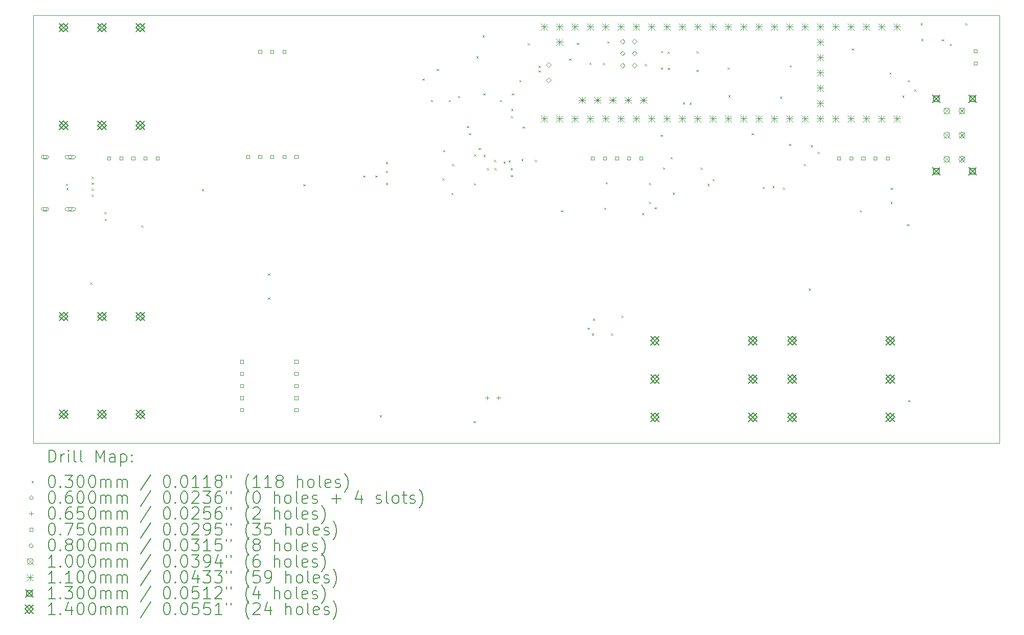
<source format=gbr>
%TF.GenerationSoftware,KiCad,Pcbnew,8.0.0*%
%TF.CreationDate,2024-12-17T13:35:23+01:00*%
%TF.ProjectId,teensyAudioMidi,7465656e-7379-4417-9564-696f4d696469,rev?*%
%TF.SameCoordinates,Original*%
%TF.FileFunction,Drillmap*%
%TF.FilePolarity,Positive*%
%FSLAX45Y45*%
G04 Gerber Fmt 4.5, Leading zero omitted, Abs format (unit mm)*
G04 Created by KiCad (PCBNEW 8.0.0) date 2024-12-17 13:35:23*
%MOMM*%
%LPD*%
G01*
G04 APERTURE LIST*
%ADD10C,0.050000*%
%ADD11C,0.200000*%
%ADD12C,0.100000*%
%ADD13C,0.110000*%
%ADD14C,0.130000*%
%ADD15C,0.140000*%
G04 APERTURE END LIST*
D10*
X3098000Y-2504000D02*
X19098000Y-2504000D01*
X19098000Y-9600000D01*
X3098000Y-9600000D01*
X3098000Y-2504000D01*
D11*
D12*
X3636000Y-5298000D02*
X3666000Y-5328000D01*
X3666000Y-5298000D02*
X3636000Y-5328000D01*
X3642117Y-5367733D02*
X3672117Y-5397733D01*
X3672117Y-5367733D02*
X3642117Y-5397733D01*
X4035000Y-6935000D02*
X4065000Y-6965000D01*
X4065000Y-6935000D02*
X4035000Y-6965000D01*
X4062000Y-5182000D02*
X4092000Y-5212000D01*
X4092000Y-5182000D02*
X4062000Y-5212000D01*
X4062000Y-5278000D02*
X4092000Y-5308000D01*
X4092000Y-5278000D02*
X4062000Y-5308000D01*
X4062000Y-5377000D02*
X4092000Y-5407000D01*
X4092000Y-5377000D02*
X4062000Y-5407000D01*
X4062000Y-5479000D02*
X4092000Y-5509000D01*
X4092000Y-5479000D02*
X4062000Y-5509000D01*
X4275000Y-5768000D02*
X4305000Y-5798000D01*
X4305000Y-5768000D02*
X4275000Y-5798000D01*
X4277000Y-5880000D02*
X4307000Y-5910000D01*
X4307000Y-5880000D02*
X4277000Y-5910000D01*
X4885000Y-5985000D02*
X4915000Y-6015000D01*
X4915000Y-5985000D02*
X4885000Y-6015000D01*
X5885000Y-5385000D02*
X5915000Y-5415000D01*
X5915000Y-5385000D02*
X5885000Y-5415000D01*
X6985000Y-6785000D02*
X7015000Y-6815000D01*
X7015000Y-6785000D02*
X6985000Y-6815000D01*
X6985000Y-7185000D02*
X7015000Y-7215000D01*
X7015000Y-7185000D02*
X6985000Y-7215000D01*
X7565625Y-5304375D02*
X7595625Y-5334375D01*
X7595625Y-5304375D02*
X7565625Y-5334375D01*
X8560000Y-5160000D02*
X8590000Y-5190000D01*
X8590000Y-5160000D02*
X8560000Y-5190000D01*
X8760000Y-5160000D02*
X8790000Y-5190000D01*
X8790000Y-5160000D02*
X8760000Y-5190000D01*
X8835000Y-9135000D02*
X8865000Y-9165000D01*
X8865000Y-9135000D02*
X8835000Y-9165000D01*
X8935000Y-4935000D02*
X8965000Y-4965000D01*
X8965000Y-4935000D02*
X8935000Y-4965000D01*
X8935000Y-5085000D02*
X8965000Y-5115000D01*
X8965000Y-5085000D02*
X8935000Y-5115000D01*
X8935000Y-5285000D02*
X8965000Y-5315000D01*
X8965000Y-5285000D02*
X8935000Y-5315000D01*
X9542000Y-3553000D02*
X9572000Y-3583000D01*
X9572000Y-3553000D02*
X9542000Y-3583000D01*
X9679000Y-3909000D02*
X9709000Y-3939000D01*
X9709000Y-3909000D02*
X9679000Y-3939000D01*
X9779000Y-3390000D02*
X9809000Y-3420000D01*
X9809000Y-3390000D02*
X9779000Y-3420000D01*
X9869000Y-5205000D02*
X9899000Y-5235000D01*
X9899000Y-5205000D02*
X9869000Y-5235000D01*
X9883000Y-4738000D02*
X9913000Y-4768000D01*
X9913000Y-4738000D02*
X9883000Y-4768000D01*
X9978000Y-3907000D02*
X10008000Y-3937000D01*
X10008000Y-3907000D02*
X9978000Y-3937000D01*
X10017000Y-5449000D02*
X10047000Y-5479000D01*
X10047000Y-5449000D02*
X10017000Y-5479000D01*
X10032000Y-4969000D02*
X10062000Y-4999000D01*
X10062000Y-4969000D02*
X10032000Y-4999000D01*
X10130000Y-3838000D02*
X10160000Y-3868000D01*
X10160000Y-3838000D02*
X10130000Y-3868000D01*
X10278000Y-4339000D02*
X10308000Y-4369000D01*
X10308000Y-4339000D02*
X10278000Y-4369000D01*
X10310582Y-4457534D02*
X10340582Y-4487534D01*
X10340582Y-4457534D02*
X10310582Y-4487534D01*
X10385000Y-9235000D02*
X10415000Y-9265000D01*
X10415000Y-9235000D02*
X10385000Y-9265000D01*
X10390000Y-5289000D02*
X10420000Y-5319000D01*
X10420000Y-5289000D02*
X10390000Y-5319000D01*
X10396000Y-4811000D02*
X10426000Y-4841000D01*
X10426000Y-4811000D02*
X10396000Y-4841000D01*
X10435000Y-3185000D02*
X10465000Y-3215000D01*
X10465000Y-3185000D02*
X10435000Y-3215000D01*
X10473000Y-4702000D02*
X10503000Y-4732000D01*
X10503000Y-4702000D02*
X10473000Y-4732000D01*
X10535000Y-2835000D02*
X10565000Y-2865000D01*
X10565000Y-2835000D02*
X10535000Y-2865000D01*
X10548000Y-3799000D02*
X10578000Y-3829000D01*
X10578000Y-3799000D02*
X10548000Y-3829000D01*
X10551000Y-4818000D02*
X10581000Y-4848000D01*
X10581000Y-4818000D02*
X10551000Y-4848000D01*
X10609000Y-5038000D02*
X10639000Y-5068000D01*
X10639000Y-5038000D02*
X10609000Y-5068000D01*
X10727000Y-4904000D02*
X10757000Y-4934000D01*
X10757000Y-4904000D02*
X10727000Y-4934000D01*
X10733000Y-5039500D02*
X10763000Y-5069500D01*
X10763000Y-5039500D02*
X10733000Y-5069500D01*
X10824000Y-3909000D02*
X10854000Y-3939000D01*
X10854000Y-3909000D02*
X10824000Y-3939000D01*
X10881000Y-4929000D02*
X10911000Y-4959000D01*
X10911000Y-4929000D02*
X10881000Y-4959000D01*
X10968000Y-4913000D02*
X10998000Y-4943000D01*
X10998000Y-4913000D02*
X10968000Y-4943000D01*
X11002000Y-5040000D02*
X11032000Y-5070000D01*
X11032000Y-5040000D02*
X11002000Y-5070000D01*
X11003000Y-5154000D02*
X11033000Y-5184000D01*
X11033000Y-5154000D02*
X11003000Y-5184000D01*
X11005000Y-4174000D02*
X11035000Y-4204000D01*
X11035000Y-4174000D02*
X11005000Y-4204000D01*
X11008000Y-4055000D02*
X11038000Y-4085000D01*
X11038000Y-4055000D02*
X11008000Y-4085000D01*
X11023000Y-3796000D02*
X11053000Y-3826000D01*
X11053000Y-3796000D02*
X11023000Y-3826000D01*
X11145000Y-3576000D02*
X11175000Y-3606000D01*
X11175000Y-3576000D02*
X11145000Y-3606000D01*
X11177000Y-4887000D02*
X11207000Y-4917000D01*
X11207000Y-4887000D02*
X11177000Y-4917000D01*
X11197891Y-4347891D02*
X11227891Y-4377891D01*
X11227891Y-4347891D02*
X11197891Y-4377891D01*
X11286000Y-2962000D02*
X11316000Y-2992000D01*
X11316000Y-2962000D02*
X11286000Y-2992000D01*
X11402000Y-4902000D02*
X11432000Y-4932000D01*
X11432000Y-4902000D02*
X11402000Y-4932000D01*
X11464000Y-3340500D02*
X11494000Y-3370500D01*
X11494000Y-3340500D02*
X11464000Y-3370500D01*
X11464000Y-3415500D02*
X11494000Y-3445500D01*
X11494000Y-3415500D02*
X11464000Y-3445500D01*
X11835000Y-5735000D02*
X11865000Y-5765000D01*
X11865000Y-5735000D02*
X11835000Y-5765000D01*
X11970000Y-3222000D02*
X12000000Y-3252000D01*
X12000000Y-3222000D02*
X11970000Y-3252000D01*
X12098000Y-2959000D02*
X12128000Y-2989000D01*
X12128000Y-2959000D02*
X12098000Y-2989000D01*
X12277000Y-7685000D02*
X12307000Y-7715000D01*
X12307000Y-7685000D02*
X12277000Y-7715000D01*
X12305000Y-3288000D02*
X12335000Y-3318000D01*
X12335000Y-3288000D02*
X12305000Y-3318000D01*
X12347621Y-7780000D02*
X12377621Y-7810000D01*
X12377621Y-7780000D02*
X12347621Y-7810000D01*
X12363000Y-7537000D02*
X12393000Y-7567000D01*
X12393000Y-7537000D02*
X12363000Y-7567000D01*
X12527000Y-3295000D02*
X12557000Y-3325000D01*
X12557000Y-3295000D02*
X12527000Y-3325000D01*
X12551000Y-5694000D02*
X12581000Y-5724000D01*
X12581000Y-5694000D02*
X12551000Y-5724000D01*
X12576000Y-5270000D02*
X12606000Y-5300000D01*
X12606000Y-5270000D02*
X12576000Y-5300000D01*
X12601000Y-2935000D02*
X12631000Y-2965000D01*
X12631000Y-2935000D02*
X12601000Y-2965000D01*
X12662500Y-7780000D02*
X12692500Y-7810000D01*
X12692500Y-7780000D02*
X12662500Y-7810000D01*
X12835000Y-7485000D02*
X12865000Y-7515000D01*
X12865000Y-7485000D02*
X12835000Y-7515000D01*
X13176000Y-5785000D02*
X13206000Y-5815000D01*
X13206000Y-5785000D02*
X13176000Y-5815000D01*
X13222325Y-3311325D02*
X13252325Y-3341325D01*
X13252325Y-3311325D02*
X13222325Y-3341325D01*
X13292000Y-5285000D02*
X13322000Y-5315000D01*
X13322000Y-5285000D02*
X13292000Y-5315000D01*
X13292000Y-5597000D02*
X13322000Y-5627000D01*
X13322000Y-5597000D02*
X13292000Y-5627000D01*
X13385000Y-5685000D02*
X13415000Y-5715000D01*
X13415000Y-5685000D02*
X13385000Y-5715000D01*
X13484000Y-4483000D02*
X13514000Y-4513000D01*
X13514000Y-4483000D02*
X13484000Y-4513000D01*
X13489000Y-3096000D02*
X13519000Y-3126000D01*
X13519000Y-3096000D02*
X13489000Y-3126000D01*
X13490000Y-3370000D02*
X13520000Y-3400000D01*
X13520000Y-3370000D02*
X13490000Y-3400000D01*
X13525000Y-5027000D02*
X13555000Y-5057000D01*
X13555000Y-5027000D02*
X13525000Y-5057000D01*
X13600000Y-3103000D02*
X13630000Y-3133000D01*
X13630000Y-3103000D02*
X13600000Y-3133000D01*
X13603000Y-3373000D02*
X13633000Y-3403000D01*
X13633000Y-3373000D02*
X13603000Y-3403000D01*
X13650000Y-4854000D02*
X13680000Y-4884000D01*
X13680000Y-4854000D02*
X13650000Y-4884000D01*
X13685000Y-5446109D02*
X13715000Y-5476109D01*
X13715000Y-5446109D02*
X13685000Y-5476109D01*
X13852000Y-3946000D02*
X13882000Y-3976000D01*
X13882000Y-3946000D02*
X13852000Y-3976000D01*
X13963000Y-3953000D02*
X13993000Y-3983000D01*
X13993000Y-3953000D02*
X13963000Y-3983000D01*
X14077000Y-3098000D02*
X14107000Y-3128000D01*
X14107000Y-3098000D02*
X14077000Y-3128000D01*
X14077000Y-3410000D02*
X14107000Y-3440000D01*
X14107000Y-3410000D02*
X14077000Y-3440000D01*
X14144000Y-5029000D02*
X14174000Y-5059000D01*
X14174000Y-5029000D02*
X14144000Y-5059000D01*
X14260000Y-5301000D02*
X14290000Y-5331000D01*
X14290000Y-5301000D02*
X14260000Y-5331000D01*
X14345000Y-5220000D02*
X14375000Y-5250000D01*
X14375000Y-5220000D02*
X14345000Y-5250000D01*
X14593000Y-3368000D02*
X14623000Y-3398000D01*
X14623000Y-3368000D02*
X14593000Y-3398000D01*
X14607000Y-3827000D02*
X14637000Y-3857000D01*
X14637000Y-3827000D02*
X14607000Y-3857000D01*
X14993000Y-4457000D02*
X15023000Y-4487000D01*
X15023000Y-4457000D02*
X14993000Y-4487000D01*
X15175000Y-5347000D02*
X15205000Y-5377000D01*
X15205000Y-5347000D02*
X15175000Y-5377000D01*
X15335000Y-5335000D02*
X15365000Y-5365000D01*
X15365000Y-5335000D02*
X15335000Y-5365000D01*
X15461000Y-3853000D02*
X15491000Y-3883000D01*
X15491000Y-3853000D02*
X15461000Y-3883000D01*
X15508000Y-5359000D02*
X15538000Y-5389000D01*
X15538000Y-5359000D02*
X15508000Y-5389000D01*
X15609000Y-4634000D02*
X15639000Y-4664000D01*
X15639000Y-4634000D02*
X15609000Y-4664000D01*
X15622000Y-3332000D02*
X15652000Y-3362000D01*
X15652000Y-3332000D02*
X15622000Y-3362000D01*
X15855000Y-4970000D02*
X15885000Y-5000000D01*
X15885000Y-4970000D02*
X15855000Y-5000000D01*
X15935000Y-7035000D02*
X15965000Y-7065000D01*
X15965000Y-7035000D02*
X15935000Y-7065000D01*
X15972000Y-4655000D02*
X16002000Y-4685000D01*
X16002000Y-4655000D02*
X15972000Y-4685000D01*
X16083000Y-4769000D02*
X16113000Y-4799000D01*
X16113000Y-4769000D02*
X16083000Y-4799000D01*
X16654000Y-3052000D02*
X16684000Y-3082000D01*
X16684000Y-3052000D02*
X16654000Y-3082000D01*
X16785000Y-5735000D02*
X16815000Y-5765000D01*
X16815000Y-5735000D02*
X16785000Y-5765000D01*
X17276000Y-3451000D02*
X17306000Y-3481000D01*
X17306000Y-3451000D02*
X17276000Y-3481000D01*
X17292000Y-5597000D02*
X17322000Y-5627000D01*
X17322000Y-5597000D02*
X17292000Y-5627000D01*
X17294000Y-5365000D02*
X17324000Y-5395000D01*
X17324000Y-5365000D02*
X17294000Y-5395000D01*
X17485000Y-3835000D02*
X17515000Y-3865000D01*
X17515000Y-3835000D02*
X17485000Y-3865000D01*
X17565344Y-5965344D02*
X17595344Y-5995344D01*
X17595344Y-5965344D02*
X17565344Y-5995344D01*
X17579000Y-3576000D02*
X17609000Y-3606000D01*
X17609000Y-3576000D02*
X17579000Y-3606000D01*
X17585000Y-8885000D02*
X17615000Y-8915000D01*
X17615000Y-8885000D02*
X17585000Y-8915000D01*
X17685000Y-3735000D02*
X17715000Y-3765000D01*
X17715000Y-3735000D02*
X17685000Y-3765000D01*
X17791000Y-2635000D02*
X17821000Y-2665000D01*
X17821000Y-2635000D02*
X17791000Y-2665000D01*
X17801000Y-2898000D02*
X17831000Y-2928000D01*
X17831000Y-2898000D02*
X17801000Y-2928000D01*
X18144000Y-2900000D02*
X18174000Y-2930000D01*
X18174000Y-2900000D02*
X18144000Y-2930000D01*
X18273000Y-2976000D02*
X18303000Y-3006000D01*
X18303000Y-2976000D02*
X18273000Y-3006000D01*
X18530000Y-2634000D02*
X18560000Y-2664000D01*
X18560000Y-2634000D02*
X18530000Y-2664000D01*
X3320000Y-4854000D02*
G75*
G02*
X3260000Y-4854000I-30000J0D01*
G01*
X3260000Y-4854000D02*
G75*
G02*
X3320000Y-4854000I30000J0D01*
G01*
X3320000Y-4824000D02*
X3260000Y-4824000D01*
X3260000Y-4884000D02*
G75*
G02*
X3260000Y-4824000I0J30000D01*
G01*
X3260000Y-4884000D02*
X3320000Y-4884000D01*
X3320000Y-4884000D02*
G75*
G03*
X3320000Y-4824000I0J30000D01*
G01*
X3320000Y-5718000D02*
G75*
G02*
X3260000Y-5718000I-30000J0D01*
G01*
X3260000Y-5718000D02*
G75*
G02*
X3320000Y-5718000I30000J0D01*
G01*
X3320000Y-5688000D02*
X3260000Y-5688000D01*
X3260000Y-5748000D02*
G75*
G02*
X3260000Y-5688000I0J30000D01*
G01*
X3260000Y-5748000D02*
X3320000Y-5748000D01*
X3320000Y-5748000D02*
G75*
G03*
X3320000Y-5688000I0J30000D01*
G01*
X3738000Y-4854000D02*
G75*
G02*
X3678000Y-4854000I-30000J0D01*
G01*
X3678000Y-4854000D02*
G75*
G02*
X3738000Y-4854000I30000J0D01*
G01*
X3763000Y-4824000D02*
X3653000Y-4824000D01*
X3653000Y-4884000D02*
G75*
G02*
X3653000Y-4824000I0J30000D01*
G01*
X3653000Y-4884000D02*
X3763000Y-4884000D01*
X3763000Y-4884000D02*
G75*
G03*
X3763000Y-4824000I0J30000D01*
G01*
X3738000Y-5718000D02*
G75*
G02*
X3678000Y-5718000I-30000J0D01*
G01*
X3678000Y-5718000D02*
G75*
G02*
X3738000Y-5718000I30000J0D01*
G01*
X3763000Y-5688000D02*
X3653000Y-5688000D01*
X3653000Y-5748000D02*
G75*
G02*
X3653000Y-5688000I0J30000D01*
G01*
X3653000Y-5748000D02*
X3763000Y-5748000D01*
X3763000Y-5748000D02*
G75*
G03*
X3763000Y-5688000I0J30000D01*
G01*
X10610000Y-8817500D02*
X10610000Y-8882500D01*
X10577500Y-8850000D02*
X10642500Y-8850000D01*
X10800000Y-8817500D02*
X10800000Y-8882500D01*
X10767500Y-8850000D02*
X10832500Y-8850000D01*
X4376517Y-4901517D02*
X4376517Y-4848483D01*
X4323483Y-4848483D01*
X4323483Y-4901517D01*
X4376517Y-4901517D01*
X4576517Y-4901517D02*
X4576517Y-4848483D01*
X4523483Y-4848483D01*
X4523483Y-4901517D01*
X4576517Y-4901517D01*
X4776517Y-4901517D02*
X4776517Y-4848483D01*
X4723483Y-4848483D01*
X4723483Y-4901517D01*
X4776517Y-4901517D01*
X4976517Y-4901517D02*
X4976517Y-4848483D01*
X4923483Y-4848483D01*
X4923483Y-4901517D01*
X4976517Y-4901517D01*
X5176517Y-4901517D02*
X5176517Y-4848483D01*
X5123483Y-4848483D01*
X5123483Y-4901517D01*
X5176517Y-4901517D01*
X6576517Y-8276517D02*
X6576517Y-8223483D01*
X6523483Y-8223483D01*
X6523483Y-8276517D01*
X6576517Y-8276517D01*
X6576517Y-8476517D02*
X6576517Y-8423483D01*
X6523483Y-8423483D01*
X6523483Y-8476517D01*
X6576517Y-8476517D01*
X6576517Y-8676517D02*
X6576517Y-8623483D01*
X6523483Y-8623483D01*
X6523483Y-8676517D01*
X6576517Y-8676517D01*
X6576517Y-8876517D02*
X6576517Y-8823483D01*
X6523483Y-8823483D01*
X6523483Y-8876517D01*
X6576517Y-8876517D01*
X6576517Y-9076517D02*
X6576517Y-9023483D01*
X6523483Y-9023483D01*
X6523483Y-9076517D01*
X6576517Y-9076517D01*
X6676517Y-4876517D02*
X6676517Y-4823483D01*
X6623483Y-4823483D01*
X6623483Y-4876517D01*
X6676517Y-4876517D01*
X6876517Y-3131517D02*
X6876517Y-3078483D01*
X6823483Y-3078483D01*
X6823483Y-3131517D01*
X6876517Y-3131517D01*
X6876517Y-4876517D02*
X6876517Y-4823483D01*
X6823483Y-4823483D01*
X6823483Y-4876517D01*
X6876517Y-4876517D01*
X7076517Y-3131517D02*
X7076517Y-3078483D01*
X7023483Y-3078483D01*
X7023483Y-3131517D01*
X7076517Y-3131517D01*
X7076517Y-4876517D02*
X7076517Y-4823483D01*
X7023483Y-4823483D01*
X7023483Y-4876517D01*
X7076517Y-4876517D01*
X7276517Y-3131517D02*
X7276517Y-3078483D01*
X7223483Y-3078483D01*
X7223483Y-3131517D01*
X7276517Y-3131517D01*
X7276517Y-4876517D02*
X7276517Y-4823483D01*
X7223483Y-4823483D01*
X7223483Y-4876517D01*
X7276517Y-4876517D01*
X7476517Y-4876517D02*
X7476517Y-4823483D01*
X7423483Y-4823483D01*
X7423483Y-4876517D01*
X7476517Y-4876517D01*
X7476517Y-8276517D02*
X7476517Y-8223483D01*
X7423483Y-8223483D01*
X7423483Y-8276517D01*
X7476517Y-8276517D01*
X7476517Y-8476517D02*
X7476517Y-8423483D01*
X7423483Y-8423483D01*
X7423483Y-8476517D01*
X7476517Y-8476517D01*
X7476517Y-8676517D02*
X7476517Y-8623483D01*
X7423483Y-8623483D01*
X7423483Y-8676517D01*
X7476517Y-8676517D01*
X7476517Y-8876517D02*
X7476517Y-8823483D01*
X7423483Y-8823483D01*
X7423483Y-8876517D01*
X7476517Y-8876517D01*
X7476517Y-9076517D02*
X7476517Y-9023483D01*
X7423483Y-9023483D01*
X7423483Y-9076517D01*
X7476517Y-9076517D01*
X12385517Y-4901517D02*
X12385517Y-4848483D01*
X12332483Y-4848483D01*
X12332483Y-4901517D01*
X12385517Y-4901517D01*
X12585517Y-4901517D02*
X12585517Y-4848483D01*
X12532483Y-4848483D01*
X12532483Y-4901517D01*
X12585517Y-4901517D01*
X12785517Y-4901517D02*
X12785517Y-4848483D01*
X12732483Y-4848483D01*
X12732483Y-4901517D01*
X12785517Y-4901517D01*
X12985517Y-4901517D02*
X12985517Y-4848483D01*
X12932483Y-4848483D01*
X12932483Y-4901517D01*
X12985517Y-4901517D01*
X13185517Y-4901517D02*
X13185517Y-4848483D01*
X13132483Y-4848483D01*
X13132483Y-4901517D01*
X13185517Y-4901517D01*
X16467850Y-4901517D02*
X16467850Y-4848483D01*
X16414817Y-4848483D01*
X16414817Y-4901517D01*
X16467850Y-4901517D01*
X16667850Y-4901517D02*
X16667850Y-4848483D01*
X16614817Y-4848483D01*
X16614817Y-4901517D01*
X16667850Y-4901517D01*
X16867850Y-4901517D02*
X16867850Y-4848483D01*
X16814817Y-4848483D01*
X16814817Y-4901517D01*
X16867850Y-4901517D01*
X17067850Y-4901517D02*
X17067850Y-4848483D01*
X17014817Y-4848483D01*
X17014817Y-4901517D01*
X17067850Y-4901517D01*
X17267850Y-4901517D02*
X17267850Y-4848483D01*
X17214817Y-4848483D01*
X17214817Y-4901517D01*
X17267850Y-4901517D01*
X18726517Y-3126517D02*
X18726517Y-3073483D01*
X18673483Y-3073483D01*
X18673483Y-3126517D01*
X18726517Y-3126517D01*
X18726517Y-3326517D02*
X18726517Y-3273483D01*
X18673483Y-3273483D01*
X18673483Y-3326517D01*
X18726517Y-3326517D01*
X11629000Y-3366000D02*
X11669000Y-3326000D01*
X11629000Y-3286000D01*
X11589000Y-3326000D01*
X11629000Y-3366000D01*
X11629000Y-3620000D02*
X11669000Y-3580000D01*
X11629000Y-3540000D01*
X11589000Y-3580000D01*
X11629000Y-3620000D01*
X12853000Y-2974840D02*
X12893000Y-2934840D01*
X12853000Y-2894840D01*
X12813000Y-2934840D01*
X12853000Y-2974840D01*
X12853000Y-3174840D02*
X12893000Y-3134840D01*
X12853000Y-3094840D01*
X12813000Y-3134840D01*
X12853000Y-3174840D01*
X12853000Y-3374840D02*
X12893000Y-3334840D01*
X12853000Y-3294840D01*
X12813000Y-3334840D01*
X12853000Y-3374840D01*
X13053000Y-2974840D02*
X13093000Y-2934840D01*
X13053000Y-2894840D01*
X13013000Y-2934840D01*
X13053000Y-2974840D01*
X13053000Y-3174840D02*
X13093000Y-3134840D01*
X13053000Y-3094840D01*
X13013000Y-3134840D01*
X13053000Y-3174840D01*
X13053000Y-3374840D02*
X13093000Y-3334840D01*
X13053000Y-3294840D01*
X13013000Y-3334840D01*
X13053000Y-3374840D01*
X18175000Y-4041000D02*
X18275000Y-4141000D01*
X18275000Y-4041000D02*
X18175000Y-4141000D01*
X18275000Y-4091000D02*
G75*
G02*
X18175000Y-4091000I-50000J0D01*
G01*
X18175000Y-4091000D02*
G75*
G02*
X18275000Y-4091000I50000J0D01*
G01*
X18175000Y-4441000D02*
X18275000Y-4541000D01*
X18275000Y-4441000D02*
X18175000Y-4541000D01*
X18275000Y-4491000D02*
G75*
G02*
X18175000Y-4491000I-50000J0D01*
G01*
X18175000Y-4491000D02*
G75*
G02*
X18275000Y-4491000I50000J0D01*
G01*
X18175000Y-4841000D02*
X18275000Y-4941000D01*
X18275000Y-4841000D02*
X18175000Y-4941000D01*
X18275000Y-4891000D02*
G75*
G02*
X18175000Y-4891000I-50000J0D01*
G01*
X18175000Y-4891000D02*
G75*
G02*
X18275000Y-4891000I50000J0D01*
G01*
X18425000Y-4041000D02*
X18525000Y-4141000D01*
X18525000Y-4041000D02*
X18425000Y-4141000D01*
X18525000Y-4091000D02*
G75*
G02*
X18425000Y-4091000I-50000J0D01*
G01*
X18425000Y-4091000D02*
G75*
G02*
X18525000Y-4091000I50000J0D01*
G01*
X18425000Y-4441000D02*
X18525000Y-4541000D01*
X18525000Y-4441000D02*
X18425000Y-4541000D01*
X18525000Y-4491000D02*
G75*
G02*
X18425000Y-4491000I-50000J0D01*
G01*
X18425000Y-4491000D02*
G75*
G02*
X18525000Y-4491000I50000J0D01*
G01*
X18425000Y-4841000D02*
X18525000Y-4941000D01*
X18525000Y-4841000D02*
X18425000Y-4941000D01*
X18525000Y-4891000D02*
G75*
G02*
X18425000Y-4891000I-50000J0D01*
G01*
X18425000Y-4891000D02*
G75*
G02*
X18525000Y-4891000I50000J0D01*
G01*
D13*
X11501000Y-2636000D02*
X11611000Y-2746000D01*
X11611000Y-2636000D02*
X11501000Y-2746000D01*
X11556000Y-2636000D02*
X11556000Y-2746000D01*
X11501000Y-2691000D02*
X11611000Y-2691000D01*
X11501000Y-4160000D02*
X11611000Y-4270000D01*
X11611000Y-4160000D02*
X11501000Y-4270000D01*
X11556000Y-4160000D02*
X11556000Y-4270000D01*
X11501000Y-4215000D02*
X11611000Y-4215000D01*
X11755000Y-2636000D02*
X11865000Y-2746000D01*
X11865000Y-2636000D02*
X11755000Y-2746000D01*
X11810000Y-2636000D02*
X11810000Y-2746000D01*
X11755000Y-2691000D02*
X11865000Y-2691000D01*
X11755000Y-2890000D02*
X11865000Y-3000000D01*
X11865000Y-2890000D02*
X11755000Y-3000000D01*
X11810000Y-2890000D02*
X11810000Y-3000000D01*
X11755000Y-2945000D02*
X11865000Y-2945000D01*
X11755000Y-4160000D02*
X11865000Y-4270000D01*
X11865000Y-4160000D02*
X11755000Y-4270000D01*
X11810000Y-4160000D02*
X11810000Y-4270000D01*
X11755000Y-4215000D02*
X11865000Y-4215000D01*
X12009000Y-2636000D02*
X12119000Y-2746000D01*
X12119000Y-2636000D02*
X12009000Y-2746000D01*
X12064000Y-2636000D02*
X12064000Y-2746000D01*
X12009000Y-2691000D02*
X12119000Y-2691000D01*
X12009000Y-4160000D02*
X12119000Y-4270000D01*
X12119000Y-4160000D02*
X12009000Y-4270000D01*
X12064000Y-4160000D02*
X12064000Y-4270000D01*
X12009000Y-4215000D02*
X12119000Y-4215000D01*
X12130920Y-3854920D02*
X12240920Y-3964920D01*
X12240920Y-3854920D02*
X12130920Y-3964920D01*
X12185920Y-3854920D02*
X12185920Y-3964920D01*
X12130920Y-3909920D02*
X12240920Y-3909920D01*
X12263000Y-2636000D02*
X12373000Y-2746000D01*
X12373000Y-2636000D02*
X12263000Y-2746000D01*
X12318000Y-2636000D02*
X12318000Y-2746000D01*
X12263000Y-2691000D02*
X12373000Y-2691000D01*
X12263000Y-4160000D02*
X12373000Y-4270000D01*
X12373000Y-4160000D02*
X12263000Y-4270000D01*
X12318000Y-4160000D02*
X12318000Y-4270000D01*
X12263000Y-4215000D02*
X12373000Y-4215000D01*
X12384920Y-3854920D02*
X12494920Y-3964920D01*
X12494920Y-3854920D02*
X12384920Y-3964920D01*
X12439920Y-3854920D02*
X12439920Y-3964920D01*
X12384920Y-3909920D02*
X12494920Y-3909920D01*
X12517000Y-2636000D02*
X12627000Y-2746000D01*
X12627000Y-2636000D02*
X12517000Y-2746000D01*
X12572000Y-2636000D02*
X12572000Y-2746000D01*
X12517000Y-2691000D02*
X12627000Y-2691000D01*
X12517000Y-4160000D02*
X12627000Y-4270000D01*
X12627000Y-4160000D02*
X12517000Y-4270000D01*
X12572000Y-4160000D02*
X12572000Y-4270000D01*
X12517000Y-4215000D02*
X12627000Y-4215000D01*
X12638920Y-3854920D02*
X12748920Y-3964920D01*
X12748920Y-3854920D02*
X12638920Y-3964920D01*
X12693920Y-3854920D02*
X12693920Y-3964920D01*
X12638920Y-3909920D02*
X12748920Y-3909920D01*
X12771000Y-2636000D02*
X12881000Y-2746000D01*
X12881000Y-2636000D02*
X12771000Y-2746000D01*
X12826000Y-2636000D02*
X12826000Y-2746000D01*
X12771000Y-2691000D02*
X12881000Y-2691000D01*
X12771000Y-4160000D02*
X12881000Y-4270000D01*
X12881000Y-4160000D02*
X12771000Y-4270000D01*
X12826000Y-4160000D02*
X12826000Y-4270000D01*
X12771000Y-4215000D02*
X12881000Y-4215000D01*
X12892920Y-3854920D02*
X13002920Y-3964920D01*
X13002920Y-3854920D02*
X12892920Y-3964920D01*
X12947920Y-3854920D02*
X12947920Y-3964920D01*
X12892920Y-3909920D02*
X13002920Y-3909920D01*
X13025000Y-2636000D02*
X13135000Y-2746000D01*
X13135000Y-2636000D02*
X13025000Y-2746000D01*
X13080000Y-2636000D02*
X13080000Y-2746000D01*
X13025000Y-2691000D02*
X13135000Y-2691000D01*
X13025000Y-4160000D02*
X13135000Y-4270000D01*
X13135000Y-4160000D02*
X13025000Y-4270000D01*
X13080000Y-4160000D02*
X13080000Y-4270000D01*
X13025000Y-4215000D02*
X13135000Y-4215000D01*
X13146920Y-3854920D02*
X13256920Y-3964920D01*
X13256920Y-3854920D02*
X13146920Y-3964920D01*
X13201920Y-3854920D02*
X13201920Y-3964920D01*
X13146920Y-3909920D02*
X13256920Y-3909920D01*
X13279000Y-2636000D02*
X13389000Y-2746000D01*
X13389000Y-2636000D02*
X13279000Y-2746000D01*
X13334000Y-2636000D02*
X13334000Y-2746000D01*
X13279000Y-2691000D02*
X13389000Y-2691000D01*
X13279000Y-4160000D02*
X13389000Y-4270000D01*
X13389000Y-4160000D02*
X13279000Y-4270000D01*
X13334000Y-4160000D02*
X13334000Y-4270000D01*
X13279000Y-4215000D02*
X13389000Y-4215000D01*
X13533000Y-2636000D02*
X13643000Y-2746000D01*
X13643000Y-2636000D02*
X13533000Y-2746000D01*
X13588000Y-2636000D02*
X13588000Y-2746000D01*
X13533000Y-2691000D02*
X13643000Y-2691000D01*
X13533000Y-4160000D02*
X13643000Y-4270000D01*
X13643000Y-4160000D02*
X13533000Y-4270000D01*
X13588000Y-4160000D02*
X13588000Y-4270000D01*
X13533000Y-4215000D02*
X13643000Y-4215000D01*
X13787000Y-2636000D02*
X13897000Y-2746000D01*
X13897000Y-2636000D02*
X13787000Y-2746000D01*
X13842000Y-2636000D02*
X13842000Y-2746000D01*
X13787000Y-2691000D02*
X13897000Y-2691000D01*
X13787000Y-4160000D02*
X13897000Y-4270000D01*
X13897000Y-4160000D02*
X13787000Y-4270000D01*
X13842000Y-4160000D02*
X13842000Y-4270000D01*
X13787000Y-4215000D02*
X13897000Y-4215000D01*
X14041000Y-2636000D02*
X14151000Y-2746000D01*
X14151000Y-2636000D02*
X14041000Y-2746000D01*
X14096000Y-2636000D02*
X14096000Y-2746000D01*
X14041000Y-2691000D02*
X14151000Y-2691000D01*
X14041000Y-4160000D02*
X14151000Y-4270000D01*
X14151000Y-4160000D02*
X14041000Y-4270000D01*
X14096000Y-4160000D02*
X14096000Y-4270000D01*
X14041000Y-4215000D02*
X14151000Y-4215000D01*
X14295000Y-2636000D02*
X14405000Y-2746000D01*
X14405000Y-2636000D02*
X14295000Y-2746000D01*
X14350000Y-2636000D02*
X14350000Y-2746000D01*
X14295000Y-2691000D02*
X14405000Y-2691000D01*
X14295000Y-4160000D02*
X14405000Y-4270000D01*
X14405000Y-4160000D02*
X14295000Y-4270000D01*
X14350000Y-4160000D02*
X14350000Y-4270000D01*
X14295000Y-4215000D02*
X14405000Y-4215000D01*
X14549000Y-2636000D02*
X14659000Y-2746000D01*
X14659000Y-2636000D02*
X14549000Y-2746000D01*
X14604000Y-2636000D02*
X14604000Y-2746000D01*
X14549000Y-2691000D02*
X14659000Y-2691000D01*
X14549000Y-4160000D02*
X14659000Y-4270000D01*
X14659000Y-4160000D02*
X14549000Y-4270000D01*
X14604000Y-4160000D02*
X14604000Y-4270000D01*
X14549000Y-4215000D02*
X14659000Y-4215000D01*
X14803000Y-2636000D02*
X14913000Y-2746000D01*
X14913000Y-2636000D02*
X14803000Y-2746000D01*
X14858000Y-2636000D02*
X14858000Y-2746000D01*
X14803000Y-2691000D02*
X14913000Y-2691000D01*
X14803000Y-4160000D02*
X14913000Y-4270000D01*
X14913000Y-4160000D02*
X14803000Y-4270000D01*
X14858000Y-4160000D02*
X14858000Y-4270000D01*
X14803000Y-4215000D02*
X14913000Y-4215000D01*
X15057000Y-2636000D02*
X15167000Y-2746000D01*
X15167000Y-2636000D02*
X15057000Y-2746000D01*
X15112000Y-2636000D02*
X15112000Y-2746000D01*
X15057000Y-2691000D02*
X15167000Y-2691000D01*
X15057000Y-4160000D02*
X15167000Y-4270000D01*
X15167000Y-4160000D02*
X15057000Y-4270000D01*
X15112000Y-4160000D02*
X15112000Y-4270000D01*
X15057000Y-4215000D02*
X15167000Y-4215000D01*
X15311000Y-2636000D02*
X15421000Y-2746000D01*
X15421000Y-2636000D02*
X15311000Y-2746000D01*
X15366000Y-2636000D02*
X15366000Y-2746000D01*
X15311000Y-2691000D02*
X15421000Y-2691000D01*
X15311000Y-4160000D02*
X15421000Y-4270000D01*
X15421000Y-4160000D02*
X15311000Y-4270000D01*
X15366000Y-4160000D02*
X15366000Y-4270000D01*
X15311000Y-4215000D02*
X15421000Y-4215000D01*
X15565000Y-2636000D02*
X15675000Y-2746000D01*
X15675000Y-2636000D02*
X15565000Y-2746000D01*
X15620000Y-2636000D02*
X15620000Y-2746000D01*
X15565000Y-2691000D02*
X15675000Y-2691000D01*
X15565000Y-4160000D02*
X15675000Y-4270000D01*
X15675000Y-4160000D02*
X15565000Y-4270000D01*
X15620000Y-4160000D02*
X15620000Y-4270000D01*
X15565000Y-4215000D02*
X15675000Y-4215000D01*
X15819000Y-2636000D02*
X15929000Y-2746000D01*
X15929000Y-2636000D02*
X15819000Y-2746000D01*
X15874000Y-2636000D02*
X15874000Y-2746000D01*
X15819000Y-2691000D02*
X15929000Y-2691000D01*
X15819000Y-4160000D02*
X15929000Y-4270000D01*
X15929000Y-4160000D02*
X15819000Y-4270000D01*
X15874000Y-4160000D02*
X15874000Y-4270000D01*
X15819000Y-4215000D02*
X15929000Y-4215000D01*
X16073000Y-2636000D02*
X16183000Y-2746000D01*
X16183000Y-2636000D02*
X16073000Y-2746000D01*
X16128000Y-2636000D02*
X16128000Y-2746000D01*
X16073000Y-2691000D02*
X16183000Y-2691000D01*
X16073000Y-2890000D02*
X16183000Y-3000000D01*
X16183000Y-2890000D02*
X16073000Y-3000000D01*
X16128000Y-2890000D02*
X16128000Y-3000000D01*
X16073000Y-2945000D02*
X16183000Y-2945000D01*
X16073000Y-3144000D02*
X16183000Y-3254000D01*
X16183000Y-3144000D02*
X16073000Y-3254000D01*
X16128000Y-3144000D02*
X16128000Y-3254000D01*
X16073000Y-3199000D02*
X16183000Y-3199000D01*
X16073000Y-3398000D02*
X16183000Y-3508000D01*
X16183000Y-3398000D02*
X16073000Y-3508000D01*
X16128000Y-3398000D02*
X16128000Y-3508000D01*
X16073000Y-3453000D02*
X16183000Y-3453000D01*
X16073000Y-3652000D02*
X16183000Y-3762000D01*
X16183000Y-3652000D02*
X16073000Y-3762000D01*
X16128000Y-3652000D02*
X16128000Y-3762000D01*
X16073000Y-3707000D02*
X16183000Y-3707000D01*
X16073000Y-3906000D02*
X16183000Y-4016000D01*
X16183000Y-3906000D02*
X16073000Y-4016000D01*
X16128000Y-3906000D02*
X16128000Y-4016000D01*
X16073000Y-3961000D02*
X16183000Y-3961000D01*
X16073000Y-4160000D02*
X16183000Y-4270000D01*
X16183000Y-4160000D02*
X16073000Y-4270000D01*
X16128000Y-4160000D02*
X16128000Y-4270000D01*
X16073000Y-4215000D02*
X16183000Y-4215000D01*
X16327000Y-2636000D02*
X16437000Y-2746000D01*
X16437000Y-2636000D02*
X16327000Y-2746000D01*
X16382000Y-2636000D02*
X16382000Y-2746000D01*
X16327000Y-2691000D02*
X16437000Y-2691000D01*
X16327000Y-4160000D02*
X16437000Y-4270000D01*
X16437000Y-4160000D02*
X16327000Y-4270000D01*
X16382000Y-4160000D02*
X16382000Y-4270000D01*
X16327000Y-4215000D02*
X16437000Y-4215000D01*
X16581000Y-2636000D02*
X16691000Y-2746000D01*
X16691000Y-2636000D02*
X16581000Y-2746000D01*
X16636000Y-2636000D02*
X16636000Y-2746000D01*
X16581000Y-2691000D02*
X16691000Y-2691000D01*
X16581000Y-4160000D02*
X16691000Y-4270000D01*
X16691000Y-4160000D02*
X16581000Y-4270000D01*
X16636000Y-4160000D02*
X16636000Y-4270000D01*
X16581000Y-4215000D02*
X16691000Y-4215000D01*
X16835000Y-2636000D02*
X16945000Y-2746000D01*
X16945000Y-2636000D02*
X16835000Y-2746000D01*
X16890000Y-2636000D02*
X16890000Y-2746000D01*
X16835000Y-2691000D02*
X16945000Y-2691000D01*
X16835000Y-4160000D02*
X16945000Y-4270000D01*
X16945000Y-4160000D02*
X16835000Y-4270000D01*
X16890000Y-4160000D02*
X16890000Y-4270000D01*
X16835000Y-4215000D02*
X16945000Y-4215000D01*
X17089000Y-2636000D02*
X17199000Y-2746000D01*
X17199000Y-2636000D02*
X17089000Y-2746000D01*
X17144000Y-2636000D02*
X17144000Y-2746000D01*
X17089000Y-2691000D02*
X17199000Y-2691000D01*
X17089000Y-4160000D02*
X17199000Y-4270000D01*
X17199000Y-4160000D02*
X17089000Y-4270000D01*
X17144000Y-4160000D02*
X17144000Y-4270000D01*
X17089000Y-4215000D02*
X17199000Y-4215000D01*
X17343000Y-2636000D02*
X17453000Y-2746000D01*
X17453000Y-2636000D02*
X17343000Y-2746000D01*
X17398000Y-2636000D02*
X17398000Y-2746000D01*
X17343000Y-2691000D02*
X17453000Y-2691000D01*
X17343000Y-4160000D02*
X17453000Y-4270000D01*
X17453000Y-4160000D02*
X17343000Y-4270000D01*
X17398000Y-4160000D02*
X17398000Y-4270000D01*
X17343000Y-4215000D02*
X17453000Y-4215000D01*
D14*
X17985000Y-3826000D02*
X18115000Y-3956000D01*
X18115000Y-3826000D02*
X17985000Y-3956000D01*
X18095962Y-3936962D02*
X18095962Y-3845038D01*
X18004038Y-3845038D01*
X18004038Y-3936962D01*
X18095962Y-3936962D01*
X17985000Y-5026000D02*
X18115000Y-5156000D01*
X18115000Y-5026000D02*
X17985000Y-5156000D01*
X18095962Y-5136962D02*
X18095962Y-5045038D01*
X18004038Y-5045038D01*
X18004038Y-5136962D01*
X18095962Y-5136962D01*
X18585000Y-3826000D02*
X18715000Y-3956000D01*
X18715000Y-3826000D02*
X18585000Y-3956000D01*
X18695962Y-3936962D02*
X18695962Y-3845038D01*
X18604038Y-3845038D01*
X18604038Y-3936962D01*
X18695962Y-3936962D01*
X18585000Y-5026000D02*
X18715000Y-5156000D01*
X18715000Y-5026000D02*
X18585000Y-5156000D01*
X18695962Y-5136962D02*
X18695962Y-5045038D01*
X18604038Y-5045038D01*
X18604038Y-5136962D01*
X18695962Y-5136962D01*
D15*
X3528102Y-2637734D02*
X3668102Y-2777734D01*
X3668102Y-2637734D02*
X3528102Y-2777734D01*
X3598102Y-2777734D02*
X3668102Y-2707734D01*
X3598102Y-2637734D01*
X3528102Y-2707734D01*
X3598102Y-2777734D01*
X3528102Y-4260734D02*
X3668102Y-4400734D01*
X3668102Y-4260734D02*
X3528102Y-4400734D01*
X3598102Y-4400734D02*
X3668102Y-4330734D01*
X3598102Y-4260734D01*
X3528102Y-4330734D01*
X3598102Y-4400734D01*
X3530000Y-7430000D02*
X3670000Y-7570000D01*
X3670000Y-7430000D02*
X3530000Y-7570000D01*
X3600000Y-7570000D02*
X3670000Y-7500000D01*
X3600000Y-7430000D01*
X3530000Y-7500000D01*
X3600000Y-7570000D01*
X3530000Y-9053000D02*
X3670000Y-9193000D01*
X3670000Y-9053000D02*
X3530000Y-9193000D01*
X3600000Y-9193000D02*
X3670000Y-9123000D01*
X3600000Y-9053000D01*
X3530000Y-9123000D01*
X3600000Y-9193000D01*
X4163102Y-2637734D02*
X4303102Y-2777734D01*
X4303102Y-2637734D02*
X4163102Y-2777734D01*
X4233102Y-2777734D02*
X4303102Y-2707734D01*
X4233102Y-2637734D01*
X4163102Y-2707734D01*
X4233102Y-2777734D01*
X4163102Y-4260734D02*
X4303102Y-4400734D01*
X4303102Y-4260734D02*
X4163102Y-4400734D01*
X4233102Y-4400734D02*
X4303102Y-4330734D01*
X4233102Y-4260734D01*
X4163102Y-4330734D01*
X4233102Y-4400734D01*
X4165000Y-7430000D02*
X4305000Y-7570000D01*
X4305000Y-7430000D02*
X4165000Y-7570000D01*
X4235000Y-7570000D02*
X4305000Y-7500000D01*
X4235000Y-7430000D01*
X4165000Y-7500000D01*
X4235000Y-7570000D01*
X4165000Y-9053000D02*
X4305000Y-9193000D01*
X4305000Y-9053000D02*
X4165000Y-9193000D01*
X4235000Y-9193000D02*
X4305000Y-9123000D01*
X4235000Y-9053000D01*
X4165000Y-9123000D01*
X4235000Y-9193000D01*
X4798102Y-2637734D02*
X4938102Y-2777734D01*
X4938102Y-2637734D02*
X4798102Y-2777734D01*
X4868102Y-2777734D02*
X4938102Y-2707734D01*
X4868102Y-2637734D01*
X4798102Y-2707734D01*
X4868102Y-2777734D01*
X4798102Y-4260734D02*
X4938102Y-4400734D01*
X4938102Y-4260734D02*
X4798102Y-4400734D01*
X4868102Y-4400734D02*
X4938102Y-4330734D01*
X4868102Y-4260734D01*
X4798102Y-4330734D01*
X4868102Y-4400734D01*
X4800000Y-7430000D02*
X4940000Y-7570000D01*
X4940000Y-7430000D02*
X4800000Y-7570000D01*
X4870000Y-7570000D02*
X4940000Y-7500000D01*
X4870000Y-7430000D01*
X4800000Y-7500000D01*
X4870000Y-7570000D01*
X4800000Y-9053000D02*
X4940000Y-9193000D01*
X4940000Y-9053000D02*
X4800000Y-9193000D01*
X4870000Y-9193000D02*
X4940000Y-9123000D01*
X4870000Y-9053000D01*
X4800000Y-9123000D01*
X4870000Y-9193000D01*
X13319000Y-7830000D02*
X13459000Y-7970000D01*
X13459000Y-7830000D02*
X13319000Y-7970000D01*
X13389000Y-7970000D02*
X13459000Y-7900000D01*
X13389000Y-7830000D01*
X13319000Y-7900000D01*
X13389000Y-7970000D01*
X13319000Y-8465000D02*
X13459000Y-8605000D01*
X13459000Y-8465000D02*
X13319000Y-8605000D01*
X13389000Y-8605000D02*
X13459000Y-8535000D01*
X13389000Y-8465000D01*
X13319000Y-8535000D01*
X13389000Y-8605000D01*
X13319000Y-9100000D02*
X13459000Y-9240000D01*
X13459000Y-9100000D02*
X13319000Y-9240000D01*
X13389000Y-9240000D02*
X13459000Y-9170000D01*
X13389000Y-9100000D01*
X13319000Y-9170000D01*
X13389000Y-9240000D01*
X14942000Y-7830000D02*
X15082000Y-7970000D01*
X15082000Y-7830000D02*
X14942000Y-7970000D01*
X15012000Y-7970000D02*
X15082000Y-7900000D01*
X15012000Y-7830000D01*
X14942000Y-7900000D01*
X15012000Y-7970000D01*
X14942000Y-8465000D02*
X15082000Y-8605000D01*
X15082000Y-8465000D02*
X14942000Y-8605000D01*
X15012000Y-8605000D02*
X15082000Y-8535000D01*
X15012000Y-8465000D01*
X14942000Y-8535000D01*
X15012000Y-8605000D01*
X14942000Y-9100000D02*
X15082000Y-9240000D01*
X15082000Y-9100000D02*
X14942000Y-9240000D01*
X15012000Y-9240000D02*
X15082000Y-9170000D01*
X15012000Y-9100000D01*
X14942000Y-9170000D01*
X15012000Y-9240000D01*
X15594500Y-7830000D02*
X15734500Y-7970000D01*
X15734500Y-7830000D02*
X15594500Y-7970000D01*
X15664500Y-7970000D02*
X15734500Y-7900000D01*
X15664500Y-7830000D01*
X15594500Y-7900000D01*
X15664500Y-7970000D01*
X15594500Y-8465000D02*
X15734500Y-8605000D01*
X15734500Y-8465000D02*
X15594500Y-8605000D01*
X15664500Y-8605000D02*
X15734500Y-8535000D01*
X15664500Y-8465000D01*
X15594500Y-8535000D01*
X15664500Y-8605000D01*
X15594500Y-9100000D02*
X15734500Y-9240000D01*
X15734500Y-9100000D02*
X15594500Y-9240000D01*
X15664500Y-9240000D02*
X15734500Y-9170000D01*
X15664500Y-9100000D01*
X15594500Y-9170000D01*
X15664500Y-9240000D01*
X17217500Y-7830000D02*
X17357500Y-7970000D01*
X17357500Y-7830000D02*
X17217500Y-7970000D01*
X17287500Y-7970000D02*
X17357500Y-7900000D01*
X17287500Y-7830000D01*
X17217500Y-7900000D01*
X17287500Y-7970000D01*
X17217500Y-8465000D02*
X17357500Y-8605000D01*
X17357500Y-8465000D02*
X17217500Y-8605000D01*
X17287500Y-8605000D02*
X17357500Y-8535000D01*
X17287500Y-8465000D01*
X17217500Y-8535000D01*
X17287500Y-8605000D01*
X17217500Y-9100000D02*
X17357500Y-9240000D01*
X17357500Y-9100000D02*
X17217500Y-9240000D01*
X17287500Y-9240000D02*
X17357500Y-9170000D01*
X17287500Y-9100000D01*
X17217500Y-9170000D01*
X17287500Y-9240000D01*
D11*
X3356277Y-9913984D02*
X3356277Y-9713984D01*
X3356277Y-9713984D02*
X3403896Y-9713984D01*
X3403896Y-9713984D02*
X3432467Y-9723508D01*
X3432467Y-9723508D02*
X3451515Y-9742555D01*
X3451515Y-9742555D02*
X3461039Y-9761603D01*
X3461039Y-9761603D02*
X3470562Y-9799698D01*
X3470562Y-9799698D02*
X3470562Y-9828270D01*
X3470562Y-9828270D02*
X3461039Y-9866365D01*
X3461039Y-9866365D02*
X3451515Y-9885412D01*
X3451515Y-9885412D02*
X3432467Y-9904460D01*
X3432467Y-9904460D02*
X3403896Y-9913984D01*
X3403896Y-9913984D02*
X3356277Y-9913984D01*
X3556277Y-9913984D02*
X3556277Y-9780650D01*
X3556277Y-9818746D02*
X3565801Y-9799698D01*
X3565801Y-9799698D02*
X3575324Y-9790174D01*
X3575324Y-9790174D02*
X3594372Y-9780650D01*
X3594372Y-9780650D02*
X3613420Y-9780650D01*
X3680086Y-9913984D02*
X3680086Y-9780650D01*
X3680086Y-9713984D02*
X3670562Y-9723508D01*
X3670562Y-9723508D02*
X3680086Y-9733031D01*
X3680086Y-9733031D02*
X3689610Y-9723508D01*
X3689610Y-9723508D02*
X3680086Y-9713984D01*
X3680086Y-9713984D02*
X3680086Y-9733031D01*
X3803896Y-9913984D02*
X3784848Y-9904460D01*
X3784848Y-9904460D02*
X3775324Y-9885412D01*
X3775324Y-9885412D02*
X3775324Y-9713984D01*
X3908658Y-9913984D02*
X3889610Y-9904460D01*
X3889610Y-9904460D02*
X3880086Y-9885412D01*
X3880086Y-9885412D02*
X3880086Y-9713984D01*
X4137229Y-9913984D02*
X4137229Y-9713984D01*
X4137229Y-9713984D02*
X4203896Y-9856841D01*
X4203896Y-9856841D02*
X4270563Y-9713984D01*
X4270563Y-9713984D02*
X4270563Y-9913984D01*
X4451515Y-9913984D02*
X4451515Y-9809222D01*
X4451515Y-9809222D02*
X4441991Y-9790174D01*
X4441991Y-9790174D02*
X4422944Y-9780650D01*
X4422944Y-9780650D02*
X4384848Y-9780650D01*
X4384848Y-9780650D02*
X4365801Y-9790174D01*
X4451515Y-9904460D02*
X4432467Y-9913984D01*
X4432467Y-9913984D02*
X4384848Y-9913984D01*
X4384848Y-9913984D02*
X4365801Y-9904460D01*
X4365801Y-9904460D02*
X4356277Y-9885412D01*
X4356277Y-9885412D02*
X4356277Y-9866365D01*
X4356277Y-9866365D02*
X4365801Y-9847317D01*
X4365801Y-9847317D02*
X4384848Y-9837793D01*
X4384848Y-9837793D02*
X4432467Y-9837793D01*
X4432467Y-9837793D02*
X4451515Y-9828270D01*
X4546753Y-9780650D02*
X4546753Y-9980650D01*
X4546753Y-9790174D02*
X4565801Y-9780650D01*
X4565801Y-9780650D02*
X4603896Y-9780650D01*
X4603896Y-9780650D02*
X4622944Y-9790174D01*
X4622944Y-9790174D02*
X4632467Y-9799698D01*
X4632467Y-9799698D02*
X4641991Y-9818746D01*
X4641991Y-9818746D02*
X4641991Y-9875889D01*
X4641991Y-9875889D02*
X4632467Y-9894936D01*
X4632467Y-9894936D02*
X4622944Y-9904460D01*
X4622944Y-9904460D02*
X4603896Y-9913984D01*
X4603896Y-9913984D02*
X4565801Y-9913984D01*
X4565801Y-9913984D02*
X4546753Y-9904460D01*
X4727705Y-9894936D02*
X4737229Y-9904460D01*
X4737229Y-9904460D02*
X4727705Y-9913984D01*
X4727705Y-9913984D02*
X4718182Y-9904460D01*
X4718182Y-9904460D02*
X4727705Y-9894936D01*
X4727705Y-9894936D02*
X4727705Y-9913984D01*
X4727705Y-9790174D02*
X4737229Y-9799698D01*
X4737229Y-9799698D02*
X4727705Y-9809222D01*
X4727705Y-9809222D02*
X4718182Y-9799698D01*
X4718182Y-9799698D02*
X4727705Y-9790174D01*
X4727705Y-9790174D02*
X4727705Y-9809222D01*
D12*
X3065500Y-10227500D02*
X3095500Y-10257500D01*
X3095500Y-10227500D02*
X3065500Y-10257500D01*
D11*
X3394372Y-10133984D02*
X3413420Y-10133984D01*
X3413420Y-10133984D02*
X3432467Y-10143508D01*
X3432467Y-10143508D02*
X3441991Y-10153031D01*
X3441991Y-10153031D02*
X3451515Y-10172079D01*
X3451515Y-10172079D02*
X3461039Y-10210174D01*
X3461039Y-10210174D02*
X3461039Y-10257793D01*
X3461039Y-10257793D02*
X3451515Y-10295889D01*
X3451515Y-10295889D02*
X3441991Y-10314936D01*
X3441991Y-10314936D02*
X3432467Y-10324460D01*
X3432467Y-10324460D02*
X3413420Y-10333984D01*
X3413420Y-10333984D02*
X3394372Y-10333984D01*
X3394372Y-10333984D02*
X3375324Y-10324460D01*
X3375324Y-10324460D02*
X3365801Y-10314936D01*
X3365801Y-10314936D02*
X3356277Y-10295889D01*
X3356277Y-10295889D02*
X3346753Y-10257793D01*
X3346753Y-10257793D02*
X3346753Y-10210174D01*
X3346753Y-10210174D02*
X3356277Y-10172079D01*
X3356277Y-10172079D02*
X3365801Y-10153031D01*
X3365801Y-10153031D02*
X3375324Y-10143508D01*
X3375324Y-10143508D02*
X3394372Y-10133984D01*
X3546753Y-10314936D02*
X3556277Y-10324460D01*
X3556277Y-10324460D02*
X3546753Y-10333984D01*
X3546753Y-10333984D02*
X3537229Y-10324460D01*
X3537229Y-10324460D02*
X3546753Y-10314936D01*
X3546753Y-10314936D02*
X3546753Y-10333984D01*
X3622943Y-10133984D02*
X3746753Y-10133984D01*
X3746753Y-10133984D02*
X3680086Y-10210174D01*
X3680086Y-10210174D02*
X3708658Y-10210174D01*
X3708658Y-10210174D02*
X3727705Y-10219698D01*
X3727705Y-10219698D02*
X3737229Y-10229222D01*
X3737229Y-10229222D02*
X3746753Y-10248270D01*
X3746753Y-10248270D02*
X3746753Y-10295889D01*
X3746753Y-10295889D02*
X3737229Y-10314936D01*
X3737229Y-10314936D02*
X3727705Y-10324460D01*
X3727705Y-10324460D02*
X3708658Y-10333984D01*
X3708658Y-10333984D02*
X3651515Y-10333984D01*
X3651515Y-10333984D02*
X3632467Y-10324460D01*
X3632467Y-10324460D02*
X3622943Y-10314936D01*
X3870562Y-10133984D02*
X3889610Y-10133984D01*
X3889610Y-10133984D02*
X3908658Y-10143508D01*
X3908658Y-10143508D02*
X3918182Y-10153031D01*
X3918182Y-10153031D02*
X3927705Y-10172079D01*
X3927705Y-10172079D02*
X3937229Y-10210174D01*
X3937229Y-10210174D02*
X3937229Y-10257793D01*
X3937229Y-10257793D02*
X3927705Y-10295889D01*
X3927705Y-10295889D02*
X3918182Y-10314936D01*
X3918182Y-10314936D02*
X3908658Y-10324460D01*
X3908658Y-10324460D02*
X3889610Y-10333984D01*
X3889610Y-10333984D02*
X3870562Y-10333984D01*
X3870562Y-10333984D02*
X3851515Y-10324460D01*
X3851515Y-10324460D02*
X3841991Y-10314936D01*
X3841991Y-10314936D02*
X3832467Y-10295889D01*
X3832467Y-10295889D02*
X3822943Y-10257793D01*
X3822943Y-10257793D02*
X3822943Y-10210174D01*
X3822943Y-10210174D02*
X3832467Y-10172079D01*
X3832467Y-10172079D02*
X3841991Y-10153031D01*
X3841991Y-10153031D02*
X3851515Y-10143508D01*
X3851515Y-10143508D02*
X3870562Y-10133984D01*
X4061039Y-10133984D02*
X4080086Y-10133984D01*
X4080086Y-10133984D02*
X4099134Y-10143508D01*
X4099134Y-10143508D02*
X4108658Y-10153031D01*
X4108658Y-10153031D02*
X4118182Y-10172079D01*
X4118182Y-10172079D02*
X4127705Y-10210174D01*
X4127705Y-10210174D02*
X4127705Y-10257793D01*
X4127705Y-10257793D02*
X4118182Y-10295889D01*
X4118182Y-10295889D02*
X4108658Y-10314936D01*
X4108658Y-10314936D02*
X4099134Y-10324460D01*
X4099134Y-10324460D02*
X4080086Y-10333984D01*
X4080086Y-10333984D02*
X4061039Y-10333984D01*
X4061039Y-10333984D02*
X4041991Y-10324460D01*
X4041991Y-10324460D02*
X4032467Y-10314936D01*
X4032467Y-10314936D02*
X4022943Y-10295889D01*
X4022943Y-10295889D02*
X4013420Y-10257793D01*
X4013420Y-10257793D02*
X4013420Y-10210174D01*
X4013420Y-10210174D02*
X4022943Y-10172079D01*
X4022943Y-10172079D02*
X4032467Y-10153031D01*
X4032467Y-10153031D02*
X4041991Y-10143508D01*
X4041991Y-10143508D02*
X4061039Y-10133984D01*
X4213420Y-10333984D02*
X4213420Y-10200650D01*
X4213420Y-10219698D02*
X4222944Y-10210174D01*
X4222944Y-10210174D02*
X4241991Y-10200650D01*
X4241991Y-10200650D02*
X4270563Y-10200650D01*
X4270563Y-10200650D02*
X4289610Y-10210174D01*
X4289610Y-10210174D02*
X4299134Y-10229222D01*
X4299134Y-10229222D02*
X4299134Y-10333984D01*
X4299134Y-10229222D02*
X4308658Y-10210174D01*
X4308658Y-10210174D02*
X4327705Y-10200650D01*
X4327705Y-10200650D02*
X4356277Y-10200650D01*
X4356277Y-10200650D02*
X4375325Y-10210174D01*
X4375325Y-10210174D02*
X4384848Y-10229222D01*
X4384848Y-10229222D02*
X4384848Y-10333984D01*
X4480086Y-10333984D02*
X4480086Y-10200650D01*
X4480086Y-10219698D02*
X4489610Y-10210174D01*
X4489610Y-10210174D02*
X4508658Y-10200650D01*
X4508658Y-10200650D02*
X4537229Y-10200650D01*
X4537229Y-10200650D02*
X4556277Y-10210174D01*
X4556277Y-10210174D02*
X4565801Y-10229222D01*
X4565801Y-10229222D02*
X4565801Y-10333984D01*
X4565801Y-10229222D02*
X4575325Y-10210174D01*
X4575325Y-10210174D02*
X4594372Y-10200650D01*
X4594372Y-10200650D02*
X4622944Y-10200650D01*
X4622944Y-10200650D02*
X4641991Y-10210174D01*
X4641991Y-10210174D02*
X4651515Y-10229222D01*
X4651515Y-10229222D02*
X4651515Y-10333984D01*
X5041991Y-10124460D02*
X4870563Y-10381603D01*
X5299134Y-10133984D02*
X5318182Y-10133984D01*
X5318182Y-10133984D02*
X5337229Y-10143508D01*
X5337229Y-10143508D02*
X5346753Y-10153031D01*
X5346753Y-10153031D02*
X5356277Y-10172079D01*
X5356277Y-10172079D02*
X5365801Y-10210174D01*
X5365801Y-10210174D02*
X5365801Y-10257793D01*
X5365801Y-10257793D02*
X5356277Y-10295889D01*
X5356277Y-10295889D02*
X5346753Y-10314936D01*
X5346753Y-10314936D02*
X5337229Y-10324460D01*
X5337229Y-10324460D02*
X5318182Y-10333984D01*
X5318182Y-10333984D02*
X5299134Y-10333984D01*
X5299134Y-10333984D02*
X5280087Y-10324460D01*
X5280087Y-10324460D02*
X5270563Y-10314936D01*
X5270563Y-10314936D02*
X5261039Y-10295889D01*
X5261039Y-10295889D02*
X5251515Y-10257793D01*
X5251515Y-10257793D02*
X5251515Y-10210174D01*
X5251515Y-10210174D02*
X5261039Y-10172079D01*
X5261039Y-10172079D02*
X5270563Y-10153031D01*
X5270563Y-10153031D02*
X5280087Y-10143508D01*
X5280087Y-10143508D02*
X5299134Y-10133984D01*
X5451515Y-10314936D02*
X5461039Y-10324460D01*
X5461039Y-10324460D02*
X5451515Y-10333984D01*
X5451515Y-10333984D02*
X5441991Y-10324460D01*
X5441991Y-10324460D02*
X5451515Y-10314936D01*
X5451515Y-10314936D02*
X5451515Y-10333984D01*
X5584848Y-10133984D02*
X5603896Y-10133984D01*
X5603896Y-10133984D02*
X5622944Y-10143508D01*
X5622944Y-10143508D02*
X5632467Y-10153031D01*
X5632467Y-10153031D02*
X5641991Y-10172079D01*
X5641991Y-10172079D02*
X5651515Y-10210174D01*
X5651515Y-10210174D02*
X5651515Y-10257793D01*
X5651515Y-10257793D02*
X5641991Y-10295889D01*
X5641991Y-10295889D02*
X5632467Y-10314936D01*
X5632467Y-10314936D02*
X5622944Y-10324460D01*
X5622944Y-10324460D02*
X5603896Y-10333984D01*
X5603896Y-10333984D02*
X5584848Y-10333984D01*
X5584848Y-10333984D02*
X5565801Y-10324460D01*
X5565801Y-10324460D02*
X5556277Y-10314936D01*
X5556277Y-10314936D02*
X5546753Y-10295889D01*
X5546753Y-10295889D02*
X5537229Y-10257793D01*
X5537229Y-10257793D02*
X5537229Y-10210174D01*
X5537229Y-10210174D02*
X5546753Y-10172079D01*
X5546753Y-10172079D02*
X5556277Y-10153031D01*
X5556277Y-10153031D02*
X5565801Y-10143508D01*
X5565801Y-10143508D02*
X5584848Y-10133984D01*
X5841991Y-10333984D02*
X5727706Y-10333984D01*
X5784848Y-10333984D02*
X5784848Y-10133984D01*
X5784848Y-10133984D02*
X5765801Y-10162555D01*
X5765801Y-10162555D02*
X5746753Y-10181603D01*
X5746753Y-10181603D02*
X5727706Y-10191127D01*
X6032467Y-10333984D02*
X5918182Y-10333984D01*
X5975325Y-10333984D02*
X5975325Y-10133984D01*
X5975325Y-10133984D02*
X5956277Y-10162555D01*
X5956277Y-10162555D02*
X5937229Y-10181603D01*
X5937229Y-10181603D02*
X5918182Y-10191127D01*
X6146753Y-10219698D02*
X6127706Y-10210174D01*
X6127706Y-10210174D02*
X6118182Y-10200650D01*
X6118182Y-10200650D02*
X6108658Y-10181603D01*
X6108658Y-10181603D02*
X6108658Y-10172079D01*
X6108658Y-10172079D02*
X6118182Y-10153031D01*
X6118182Y-10153031D02*
X6127706Y-10143508D01*
X6127706Y-10143508D02*
X6146753Y-10133984D01*
X6146753Y-10133984D02*
X6184848Y-10133984D01*
X6184848Y-10133984D02*
X6203896Y-10143508D01*
X6203896Y-10143508D02*
X6213420Y-10153031D01*
X6213420Y-10153031D02*
X6222944Y-10172079D01*
X6222944Y-10172079D02*
X6222944Y-10181603D01*
X6222944Y-10181603D02*
X6213420Y-10200650D01*
X6213420Y-10200650D02*
X6203896Y-10210174D01*
X6203896Y-10210174D02*
X6184848Y-10219698D01*
X6184848Y-10219698D02*
X6146753Y-10219698D01*
X6146753Y-10219698D02*
X6127706Y-10229222D01*
X6127706Y-10229222D02*
X6118182Y-10238746D01*
X6118182Y-10238746D02*
X6108658Y-10257793D01*
X6108658Y-10257793D02*
X6108658Y-10295889D01*
X6108658Y-10295889D02*
X6118182Y-10314936D01*
X6118182Y-10314936D02*
X6127706Y-10324460D01*
X6127706Y-10324460D02*
X6146753Y-10333984D01*
X6146753Y-10333984D02*
X6184848Y-10333984D01*
X6184848Y-10333984D02*
X6203896Y-10324460D01*
X6203896Y-10324460D02*
X6213420Y-10314936D01*
X6213420Y-10314936D02*
X6222944Y-10295889D01*
X6222944Y-10295889D02*
X6222944Y-10257793D01*
X6222944Y-10257793D02*
X6213420Y-10238746D01*
X6213420Y-10238746D02*
X6203896Y-10229222D01*
X6203896Y-10229222D02*
X6184848Y-10219698D01*
X6299134Y-10133984D02*
X6299134Y-10172079D01*
X6375325Y-10133984D02*
X6375325Y-10172079D01*
X6670563Y-10410174D02*
X6661039Y-10400650D01*
X6661039Y-10400650D02*
X6641991Y-10372079D01*
X6641991Y-10372079D02*
X6632468Y-10353031D01*
X6632468Y-10353031D02*
X6622944Y-10324460D01*
X6622944Y-10324460D02*
X6613420Y-10276841D01*
X6613420Y-10276841D02*
X6613420Y-10238746D01*
X6613420Y-10238746D02*
X6622944Y-10191127D01*
X6622944Y-10191127D02*
X6632468Y-10162555D01*
X6632468Y-10162555D02*
X6641991Y-10143508D01*
X6641991Y-10143508D02*
X6661039Y-10114936D01*
X6661039Y-10114936D02*
X6670563Y-10105412D01*
X6851515Y-10333984D02*
X6737229Y-10333984D01*
X6794372Y-10333984D02*
X6794372Y-10133984D01*
X6794372Y-10133984D02*
X6775325Y-10162555D01*
X6775325Y-10162555D02*
X6756277Y-10181603D01*
X6756277Y-10181603D02*
X6737229Y-10191127D01*
X7041991Y-10333984D02*
X6927706Y-10333984D01*
X6984848Y-10333984D02*
X6984848Y-10133984D01*
X6984848Y-10133984D02*
X6965801Y-10162555D01*
X6965801Y-10162555D02*
X6946753Y-10181603D01*
X6946753Y-10181603D02*
X6927706Y-10191127D01*
X7156277Y-10219698D02*
X7137229Y-10210174D01*
X7137229Y-10210174D02*
X7127706Y-10200650D01*
X7127706Y-10200650D02*
X7118182Y-10181603D01*
X7118182Y-10181603D02*
X7118182Y-10172079D01*
X7118182Y-10172079D02*
X7127706Y-10153031D01*
X7127706Y-10153031D02*
X7137229Y-10143508D01*
X7137229Y-10143508D02*
X7156277Y-10133984D01*
X7156277Y-10133984D02*
X7194372Y-10133984D01*
X7194372Y-10133984D02*
X7213420Y-10143508D01*
X7213420Y-10143508D02*
X7222944Y-10153031D01*
X7222944Y-10153031D02*
X7232468Y-10172079D01*
X7232468Y-10172079D02*
X7232468Y-10181603D01*
X7232468Y-10181603D02*
X7222944Y-10200650D01*
X7222944Y-10200650D02*
X7213420Y-10210174D01*
X7213420Y-10210174D02*
X7194372Y-10219698D01*
X7194372Y-10219698D02*
X7156277Y-10219698D01*
X7156277Y-10219698D02*
X7137229Y-10229222D01*
X7137229Y-10229222D02*
X7127706Y-10238746D01*
X7127706Y-10238746D02*
X7118182Y-10257793D01*
X7118182Y-10257793D02*
X7118182Y-10295889D01*
X7118182Y-10295889D02*
X7127706Y-10314936D01*
X7127706Y-10314936D02*
X7137229Y-10324460D01*
X7137229Y-10324460D02*
X7156277Y-10333984D01*
X7156277Y-10333984D02*
X7194372Y-10333984D01*
X7194372Y-10333984D02*
X7213420Y-10324460D01*
X7213420Y-10324460D02*
X7222944Y-10314936D01*
X7222944Y-10314936D02*
X7232468Y-10295889D01*
X7232468Y-10295889D02*
X7232468Y-10257793D01*
X7232468Y-10257793D02*
X7222944Y-10238746D01*
X7222944Y-10238746D02*
X7213420Y-10229222D01*
X7213420Y-10229222D02*
X7194372Y-10219698D01*
X7470563Y-10333984D02*
X7470563Y-10133984D01*
X7556277Y-10333984D02*
X7556277Y-10229222D01*
X7556277Y-10229222D02*
X7546753Y-10210174D01*
X7546753Y-10210174D02*
X7527706Y-10200650D01*
X7527706Y-10200650D02*
X7499134Y-10200650D01*
X7499134Y-10200650D02*
X7480087Y-10210174D01*
X7480087Y-10210174D02*
X7470563Y-10219698D01*
X7680087Y-10333984D02*
X7661039Y-10324460D01*
X7661039Y-10324460D02*
X7651515Y-10314936D01*
X7651515Y-10314936D02*
X7641991Y-10295889D01*
X7641991Y-10295889D02*
X7641991Y-10238746D01*
X7641991Y-10238746D02*
X7651515Y-10219698D01*
X7651515Y-10219698D02*
X7661039Y-10210174D01*
X7661039Y-10210174D02*
X7680087Y-10200650D01*
X7680087Y-10200650D02*
X7708658Y-10200650D01*
X7708658Y-10200650D02*
X7727706Y-10210174D01*
X7727706Y-10210174D02*
X7737230Y-10219698D01*
X7737230Y-10219698D02*
X7746753Y-10238746D01*
X7746753Y-10238746D02*
X7746753Y-10295889D01*
X7746753Y-10295889D02*
X7737230Y-10314936D01*
X7737230Y-10314936D02*
X7727706Y-10324460D01*
X7727706Y-10324460D02*
X7708658Y-10333984D01*
X7708658Y-10333984D02*
X7680087Y-10333984D01*
X7861039Y-10333984D02*
X7841991Y-10324460D01*
X7841991Y-10324460D02*
X7832468Y-10305412D01*
X7832468Y-10305412D02*
X7832468Y-10133984D01*
X8013420Y-10324460D02*
X7994372Y-10333984D01*
X7994372Y-10333984D02*
X7956277Y-10333984D01*
X7956277Y-10333984D02*
X7937230Y-10324460D01*
X7937230Y-10324460D02*
X7927706Y-10305412D01*
X7927706Y-10305412D02*
X7927706Y-10229222D01*
X7927706Y-10229222D02*
X7937230Y-10210174D01*
X7937230Y-10210174D02*
X7956277Y-10200650D01*
X7956277Y-10200650D02*
X7994372Y-10200650D01*
X7994372Y-10200650D02*
X8013420Y-10210174D01*
X8013420Y-10210174D02*
X8022944Y-10229222D01*
X8022944Y-10229222D02*
X8022944Y-10248270D01*
X8022944Y-10248270D02*
X7927706Y-10267317D01*
X8099134Y-10324460D02*
X8118182Y-10333984D01*
X8118182Y-10333984D02*
X8156277Y-10333984D01*
X8156277Y-10333984D02*
X8175325Y-10324460D01*
X8175325Y-10324460D02*
X8184849Y-10305412D01*
X8184849Y-10305412D02*
X8184849Y-10295889D01*
X8184849Y-10295889D02*
X8175325Y-10276841D01*
X8175325Y-10276841D02*
X8156277Y-10267317D01*
X8156277Y-10267317D02*
X8127706Y-10267317D01*
X8127706Y-10267317D02*
X8108658Y-10257793D01*
X8108658Y-10257793D02*
X8099134Y-10238746D01*
X8099134Y-10238746D02*
X8099134Y-10229222D01*
X8099134Y-10229222D02*
X8108658Y-10210174D01*
X8108658Y-10210174D02*
X8127706Y-10200650D01*
X8127706Y-10200650D02*
X8156277Y-10200650D01*
X8156277Y-10200650D02*
X8175325Y-10210174D01*
X8251515Y-10410174D02*
X8261039Y-10400650D01*
X8261039Y-10400650D02*
X8280087Y-10372079D01*
X8280087Y-10372079D02*
X8289611Y-10353031D01*
X8289611Y-10353031D02*
X8299134Y-10324460D01*
X8299134Y-10324460D02*
X8308658Y-10276841D01*
X8308658Y-10276841D02*
X8308658Y-10238746D01*
X8308658Y-10238746D02*
X8299134Y-10191127D01*
X8299134Y-10191127D02*
X8289611Y-10162555D01*
X8289611Y-10162555D02*
X8280087Y-10143508D01*
X8280087Y-10143508D02*
X8261039Y-10114936D01*
X8261039Y-10114936D02*
X8251515Y-10105412D01*
D12*
X3095500Y-10506500D02*
G75*
G02*
X3035500Y-10506500I-30000J0D01*
G01*
X3035500Y-10506500D02*
G75*
G02*
X3095500Y-10506500I30000J0D01*
G01*
D11*
X3394372Y-10397984D02*
X3413420Y-10397984D01*
X3413420Y-10397984D02*
X3432467Y-10407508D01*
X3432467Y-10407508D02*
X3441991Y-10417031D01*
X3441991Y-10417031D02*
X3451515Y-10436079D01*
X3451515Y-10436079D02*
X3461039Y-10474174D01*
X3461039Y-10474174D02*
X3461039Y-10521793D01*
X3461039Y-10521793D02*
X3451515Y-10559889D01*
X3451515Y-10559889D02*
X3441991Y-10578936D01*
X3441991Y-10578936D02*
X3432467Y-10588460D01*
X3432467Y-10588460D02*
X3413420Y-10597984D01*
X3413420Y-10597984D02*
X3394372Y-10597984D01*
X3394372Y-10597984D02*
X3375324Y-10588460D01*
X3375324Y-10588460D02*
X3365801Y-10578936D01*
X3365801Y-10578936D02*
X3356277Y-10559889D01*
X3356277Y-10559889D02*
X3346753Y-10521793D01*
X3346753Y-10521793D02*
X3346753Y-10474174D01*
X3346753Y-10474174D02*
X3356277Y-10436079D01*
X3356277Y-10436079D02*
X3365801Y-10417031D01*
X3365801Y-10417031D02*
X3375324Y-10407508D01*
X3375324Y-10407508D02*
X3394372Y-10397984D01*
X3546753Y-10578936D02*
X3556277Y-10588460D01*
X3556277Y-10588460D02*
X3546753Y-10597984D01*
X3546753Y-10597984D02*
X3537229Y-10588460D01*
X3537229Y-10588460D02*
X3546753Y-10578936D01*
X3546753Y-10578936D02*
X3546753Y-10597984D01*
X3727705Y-10397984D02*
X3689610Y-10397984D01*
X3689610Y-10397984D02*
X3670562Y-10407508D01*
X3670562Y-10407508D02*
X3661039Y-10417031D01*
X3661039Y-10417031D02*
X3641991Y-10445603D01*
X3641991Y-10445603D02*
X3632467Y-10483698D01*
X3632467Y-10483698D02*
X3632467Y-10559889D01*
X3632467Y-10559889D02*
X3641991Y-10578936D01*
X3641991Y-10578936D02*
X3651515Y-10588460D01*
X3651515Y-10588460D02*
X3670562Y-10597984D01*
X3670562Y-10597984D02*
X3708658Y-10597984D01*
X3708658Y-10597984D02*
X3727705Y-10588460D01*
X3727705Y-10588460D02*
X3737229Y-10578936D01*
X3737229Y-10578936D02*
X3746753Y-10559889D01*
X3746753Y-10559889D02*
X3746753Y-10512270D01*
X3746753Y-10512270D02*
X3737229Y-10493222D01*
X3737229Y-10493222D02*
X3727705Y-10483698D01*
X3727705Y-10483698D02*
X3708658Y-10474174D01*
X3708658Y-10474174D02*
X3670562Y-10474174D01*
X3670562Y-10474174D02*
X3651515Y-10483698D01*
X3651515Y-10483698D02*
X3641991Y-10493222D01*
X3641991Y-10493222D02*
X3632467Y-10512270D01*
X3870562Y-10397984D02*
X3889610Y-10397984D01*
X3889610Y-10397984D02*
X3908658Y-10407508D01*
X3908658Y-10407508D02*
X3918182Y-10417031D01*
X3918182Y-10417031D02*
X3927705Y-10436079D01*
X3927705Y-10436079D02*
X3937229Y-10474174D01*
X3937229Y-10474174D02*
X3937229Y-10521793D01*
X3937229Y-10521793D02*
X3927705Y-10559889D01*
X3927705Y-10559889D02*
X3918182Y-10578936D01*
X3918182Y-10578936D02*
X3908658Y-10588460D01*
X3908658Y-10588460D02*
X3889610Y-10597984D01*
X3889610Y-10597984D02*
X3870562Y-10597984D01*
X3870562Y-10597984D02*
X3851515Y-10588460D01*
X3851515Y-10588460D02*
X3841991Y-10578936D01*
X3841991Y-10578936D02*
X3832467Y-10559889D01*
X3832467Y-10559889D02*
X3822943Y-10521793D01*
X3822943Y-10521793D02*
X3822943Y-10474174D01*
X3822943Y-10474174D02*
X3832467Y-10436079D01*
X3832467Y-10436079D02*
X3841991Y-10417031D01*
X3841991Y-10417031D02*
X3851515Y-10407508D01*
X3851515Y-10407508D02*
X3870562Y-10397984D01*
X4061039Y-10397984D02*
X4080086Y-10397984D01*
X4080086Y-10397984D02*
X4099134Y-10407508D01*
X4099134Y-10407508D02*
X4108658Y-10417031D01*
X4108658Y-10417031D02*
X4118182Y-10436079D01*
X4118182Y-10436079D02*
X4127705Y-10474174D01*
X4127705Y-10474174D02*
X4127705Y-10521793D01*
X4127705Y-10521793D02*
X4118182Y-10559889D01*
X4118182Y-10559889D02*
X4108658Y-10578936D01*
X4108658Y-10578936D02*
X4099134Y-10588460D01*
X4099134Y-10588460D02*
X4080086Y-10597984D01*
X4080086Y-10597984D02*
X4061039Y-10597984D01*
X4061039Y-10597984D02*
X4041991Y-10588460D01*
X4041991Y-10588460D02*
X4032467Y-10578936D01*
X4032467Y-10578936D02*
X4022943Y-10559889D01*
X4022943Y-10559889D02*
X4013420Y-10521793D01*
X4013420Y-10521793D02*
X4013420Y-10474174D01*
X4013420Y-10474174D02*
X4022943Y-10436079D01*
X4022943Y-10436079D02*
X4032467Y-10417031D01*
X4032467Y-10417031D02*
X4041991Y-10407508D01*
X4041991Y-10407508D02*
X4061039Y-10397984D01*
X4213420Y-10597984D02*
X4213420Y-10464650D01*
X4213420Y-10483698D02*
X4222944Y-10474174D01*
X4222944Y-10474174D02*
X4241991Y-10464650D01*
X4241991Y-10464650D02*
X4270563Y-10464650D01*
X4270563Y-10464650D02*
X4289610Y-10474174D01*
X4289610Y-10474174D02*
X4299134Y-10493222D01*
X4299134Y-10493222D02*
X4299134Y-10597984D01*
X4299134Y-10493222D02*
X4308658Y-10474174D01*
X4308658Y-10474174D02*
X4327705Y-10464650D01*
X4327705Y-10464650D02*
X4356277Y-10464650D01*
X4356277Y-10464650D02*
X4375325Y-10474174D01*
X4375325Y-10474174D02*
X4384848Y-10493222D01*
X4384848Y-10493222D02*
X4384848Y-10597984D01*
X4480086Y-10597984D02*
X4480086Y-10464650D01*
X4480086Y-10483698D02*
X4489610Y-10474174D01*
X4489610Y-10474174D02*
X4508658Y-10464650D01*
X4508658Y-10464650D02*
X4537229Y-10464650D01*
X4537229Y-10464650D02*
X4556277Y-10474174D01*
X4556277Y-10474174D02*
X4565801Y-10493222D01*
X4565801Y-10493222D02*
X4565801Y-10597984D01*
X4565801Y-10493222D02*
X4575325Y-10474174D01*
X4575325Y-10474174D02*
X4594372Y-10464650D01*
X4594372Y-10464650D02*
X4622944Y-10464650D01*
X4622944Y-10464650D02*
X4641991Y-10474174D01*
X4641991Y-10474174D02*
X4651515Y-10493222D01*
X4651515Y-10493222D02*
X4651515Y-10597984D01*
X5041991Y-10388460D02*
X4870563Y-10645603D01*
X5299134Y-10397984D02*
X5318182Y-10397984D01*
X5318182Y-10397984D02*
X5337229Y-10407508D01*
X5337229Y-10407508D02*
X5346753Y-10417031D01*
X5346753Y-10417031D02*
X5356277Y-10436079D01*
X5356277Y-10436079D02*
X5365801Y-10474174D01*
X5365801Y-10474174D02*
X5365801Y-10521793D01*
X5365801Y-10521793D02*
X5356277Y-10559889D01*
X5356277Y-10559889D02*
X5346753Y-10578936D01*
X5346753Y-10578936D02*
X5337229Y-10588460D01*
X5337229Y-10588460D02*
X5318182Y-10597984D01*
X5318182Y-10597984D02*
X5299134Y-10597984D01*
X5299134Y-10597984D02*
X5280087Y-10588460D01*
X5280087Y-10588460D02*
X5270563Y-10578936D01*
X5270563Y-10578936D02*
X5261039Y-10559889D01*
X5261039Y-10559889D02*
X5251515Y-10521793D01*
X5251515Y-10521793D02*
X5251515Y-10474174D01*
X5251515Y-10474174D02*
X5261039Y-10436079D01*
X5261039Y-10436079D02*
X5270563Y-10417031D01*
X5270563Y-10417031D02*
X5280087Y-10407508D01*
X5280087Y-10407508D02*
X5299134Y-10397984D01*
X5451515Y-10578936D02*
X5461039Y-10588460D01*
X5461039Y-10588460D02*
X5451515Y-10597984D01*
X5451515Y-10597984D02*
X5441991Y-10588460D01*
X5441991Y-10588460D02*
X5451515Y-10578936D01*
X5451515Y-10578936D02*
X5451515Y-10597984D01*
X5584848Y-10397984D02*
X5603896Y-10397984D01*
X5603896Y-10397984D02*
X5622944Y-10407508D01*
X5622944Y-10407508D02*
X5632467Y-10417031D01*
X5632467Y-10417031D02*
X5641991Y-10436079D01*
X5641991Y-10436079D02*
X5651515Y-10474174D01*
X5651515Y-10474174D02*
X5651515Y-10521793D01*
X5651515Y-10521793D02*
X5641991Y-10559889D01*
X5641991Y-10559889D02*
X5632467Y-10578936D01*
X5632467Y-10578936D02*
X5622944Y-10588460D01*
X5622944Y-10588460D02*
X5603896Y-10597984D01*
X5603896Y-10597984D02*
X5584848Y-10597984D01*
X5584848Y-10597984D02*
X5565801Y-10588460D01*
X5565801Y-10588460D02*
X5556277Y-10578936D01*
X5556277Y-10578936D02*
X5546753Y-10559889D01*
X5546753Y-10559889D02*
X5537229Y-10521793D01*
X5537229Y-10521793D02*
X5537229Y-10474174D01*
X5537229Y-10474174D02*
X5546753Y-10436079D01*
X5546753Y-10436079D02*
X5556277Y-10417031D01*
X5556277Y-10417031D02*
X5565801Y-10407508D01*
X5565801Y-10407508D02*
X5584848Y-10397984D01*
X5727706Y-10417031D02*
X5737229Y-10407508D01*
X5737229Y-10407508D02*
X5756277Y-10397984D01*
X5756277Y-10397984D02*
X5803896Y-10397984D01*
X5803896Y-10397984D02*
X5822944Y-10407508D01*
X5822944Y-10407508D02*
X5832467Y-10417031D01*
X5832467Y-10417031D02*
X5841991Y-10436079D01*
X5841991Y-10436079D02*
X5841991Y-10455127D01*
X5841991Y-10455127D02*
X5832467Y-10483698D01*
X5832467Y-10483698D02*
X5718182Y-10597984D01*
X5718182Y-10597984D02*
X5841991Y-10597984D01*
X5908658Y-10397984D02*
X6032467Y-10397984D01*
X6032467Y-10397984D02*
X5965801Y-10474174D01*
X5965801Y-10474174D02*
X5994372Y-10474174D01*
X5994372Y-10474174D02*
X6013420Y-10483698D01*
X6013420Y-10483698D02*
X6022944Y-10493222D01*
X6022944Y-10493222D02*
X6032467Y-10512270D01*
X6032467Y-10512270D02*
X6032467Y-10559889D01*
X6032467Y-10559889D02*
X6022944Y-10578936D01*
X6022944Y-10578936D02*
X6013420Y-10588460D01*
X6013420Y-10588460D02*
X5994372Y-10597984D01*
X5994372Y-10597984D02*
X5937229Y-10597984D01*
X5937229Y-10597984D02*
X5918182Y-10588460D01*
X5918182Y-10588460D02*
X5908658Y-10578936D01*
X6203896Y-10397984D02*
X6165801Y-10397984D01*
X6165801Y-10397984D02*
X6146753Y-10407508D01*
X6146753Y-10407508D02*
X6137229Y-10417031D01*
X6137229Y-10417031D02*
X6118182Y-10445603D01*
X6118182Y-10445603D02*
X6108658Y-10483698D01*
X6108658Y-10483698D02*
X6108658Y-10559889D01*
X6108658Y-10559889D02*
X6118182Y-10578936D01*
X6118182Y-10578936D02*
X6127706Y-10588460D01*
X6127706Y-10588460D02*
X6146753Y-10597984D01*
X6146753Y-10597984D02*
X6184848Y-10597984D01*
X6184848Y-10597984D02*
X6203896Y-10588460D01*
X6203896Y-10588460D02*
X6213420Y-10578936D01*
X6213420Y-10578936D02*
X6222944Y-10559889D01*
X6222944Y-10559889D02*
X6222944Y-10512270D01*
X6222944Y-10512270D02*
X6213420Y-10493222D01*
X6213420Y-10493222D02*
X6203896Y-10483698D01*
X6203896Y-10483698D02*
X6184848Y-10474174D01*
X6184848Y-10474174D02*
X6146753Y-10474174D01*
X6146753Y-10474174D02*
X6127706Y-10483698D01*
X6127706Y-10483698D02*
X6118182Y-10493222D01*
X6118182Y-10493222D02*
X6108658Y-10512270D01*
X6299134Y-10397984D02*
X6299134Y-10436079D01*
X6375325Y-10397984D02*
X6375325Y-10436079D01*
X6670563Y-10674174D02*
X6661039Y-10664650D01*
X6661039Y-10664650D02*
X6641991Y-10636079D01*
X6641991Y-10636079D02*
X6632468Y-10617031D01*
X6632468Y-10617031D02*
X6622944Y-10588460D01*
X6622944Y-10588460D02*
X6613420Y-10540841D01*
X6613420Y-10540841D02*
X6613420Y-10502746D01*
X6613420Y-10502746D02*
X6622944Y-10455127D01*
X6622944Y-10455127D02*
X6632468Y-10426555D01*
X6632468Y-10426555D02*
X6641991Y-10407508D01*
X6641991Y-10407508D02*
X6661039Y-10378936D01*
X6661039Y-10378936D02*
X6670563Y-10369412D01*
X6784848Y-10397984D02*
X6803896Y-10397984D01*
X6803896Y-10397984D02*
X6822944Y-10407508D01*
X6822944Y-10407508D02*
X6832468Y-10417031D01*
X6832468Y-10417031D02*
X6841991Y-10436079D01*
X6841991Y-10436079D02*
X6851515Y-10474174D01*
X6851515Y-10474174D02*
X6851515Y-10521793D01*
X6851515Y-10521793D02*
X6841991Y-10559889D01*
X6841991Y-10559889D02*
X6832468Y-10578936D01*
X6832468Y-10578936D02*
X6822944Y-10588460D01*
X6822944Y-10588460D02*
X6803896Y-10597984D01*
X6803896Y-10597984D02*
X6784848Y-10597984D01*
X6784848Y-10597984D02*
X6765801Y-10588460D01*
X6765801Y-10588460D02*
X6756277Y-10578936D01*
X6756277Y-10578936D02*
X6746753Y-10559889D01*
X6746753Y-10559889D02*
X6737229Y-10521793D01*
X6737229Y-10521793D02*
X6737229Y-10474174D01*
X6737229Y-10474174D02*
X6746753Y-10436079D01*
X6746753Y-10436079D02*
X6756277Y-10417031D01*
X6756277Y-10417031D02*
X6765801Y-10407508D01*
X6765801Y-10407508D02*
X6784848Y-10397984D01*
X7089610Y-10597984D02*
X7089610Y-10397984D01*
X7175325Y-10597984D02*
X7175325Y-10493222D01*
X7175325Y-10493222D02*
X7165801Y-10474174D01*
X7165801Y-10474174D02*
X7146753Y-10464650D01*
X7146753Y-10464650D02*
X7118182Y-10464650D01*
X7118182Y-10464650D02*
X7099134Y-10474174D01*
X7099134Y-10474174D02*
X7089610Y-10483698D01*
X7299134Y-10597984D02*
X7280087Y-10588460D01*
X7280087Y-10588460D02*
X7270563Y-10578936D01*
X7270563Y-10578936D02*
X7261039Y-10559889D01*
X7261039Y-10559889D02*
X7261039Y-10502746D01*
X7261039Y-10502746D02*
X7270563Y-10483698D01*
X7270563Y-10483698D02*
X7280087Y-10474174D01*
X7280087Y-10474174D02*
X7299134Y-10464650D01*
X7299134Y-10464650D02*
X7327706Y-10464650D01*
X7327706Y-10464650D02*
X7346753Y-10474174D01*
X7346753Y-10474174D02*
X7356277Y-10483698D01*
X7356277Y-10483698D02*
X7365801Y-10502746D01*
X7365801Y-10502746D02*
X7365801Y-10559889D01*
X7365801Y-10559889D02*
X7356277Y-10578936D01*
X7356277Y-10578936D02*
X7346753Y-10588460D01*
X7346753Y-10588460D02*
X7327706Y-10597984D01*
X7327706Y-10597984D02*
X7299134Y-10597984D01*
X7480087Y-10597984D02*
X7461039Y-10588460D01*
X7461039Y-10588460D02*
X7451515Y-10569412D01*
X7451515Y-10569412D02*
X7451515Y-10397984D01*
X7632468Y-10588460D02*
X7613420Y-10597984D01*
X7613420Y-10597984D02*
X7575325Y-10597984D01*
X7575325Y-10597984D02*
X7556277Y-10588460D01*
X7556277Y-10588460D02*
X7546753Y-10569412D01*
X7546753Y-10569412D02*
X7546753Y-10493222D01*
X7546753Y-10493222D02*
X7556277Y-10474174D01*
X7556277Y-10474174D02*
X7575325Y-10464650D01*
X7575325Y-10464650D02*
X7613420Y-10464650D01*
X7613420Y-10464650D02*
X7632468Y-10474174D01*
X7632468Y-10474174D02*
X7641991Y-10493222D01*
X7641991Y-10493222D02*
X7641991Y-10512270D01*
X7641991Y-10512270D02*
X7546753Y-10531317D01*
X7718182Y-10588460D02*
X7737230Y-10597984D01*
X7737230Y-10597984D02*
X7775325Y-10597984D01*
X7775325Y-10597984D02*
X7794372Y-10588460D01*
X7794372Y-10588460D02*
X7803896Y-10569412D01*
X7803896Y-10569412D02*
X7803896Y-10559889D01*
X7803896Y-10559889D02*
X7794372Y-10540841D01*
X7794372Y-10540841D02*
X7775325Y-10531317D01*
X7775325Y-10531317D02*
X7746753Y-10531317D01*
X7746753Y-10531317D02*
X7727706Y-10521793D01*
X7727706Y-10521793D02*
X7718182Y-10502746D01*
X7718182Y-10502746D02*
X7718182Y-10493222D01*
X7718182Y-10493222D02*
X7727706Y-10474174D01*
X7727706Y-10474174D02*
X7746753Y-10464650D01*
X7746753Y-10464650D02*
X7775325Y-10464650D01*
X7775325Y-10464650D02*
X7794372Y-10474174D01*
X8041992Y-10521793D02*
X8194373Y-10521793D01*
X8118182Y-10597984D02*
X8118182Y-10445603D01*
X8527706Y-10464650D02*
X8527706Y-10597984D01*
X8480087Y-10388460D02*
X8432468Y-10531317D01*
X8432468Y-10531317D02*
X8556277Y-10531317D01*
X8775325Y-10588460D02*
X8794373Y-10597984D01*
X8794373Y-10597984D02*
X8832468Y-10597984D01*
X8832468Y-10597984D02*
X8851516Y-10588460D01*
X8851516Y-10588460D02*
X8861039Y-10569412D01*
X8861039Y-10569412D02*
X8861039Y-10559889D01*
X8861039Y-10559889D02*
X8851516Y-10540841D01*
X8851516Y-10540841D02*
X8832468Y-10531317D01*
X8832468Y-10531317D02*
X8803896Y-10531317D01*
X8803896Y-10531317D02*
X8784849Y-10521793D01*
X8784849Y-10521793D02*
X8775325Y-10502746D01*
X8775325Y-10502746D02*
X8775325Y-10493222D01*
X8775325Y-10493222D02*
X8784849Y-10474174D01*
X8784849Y-10474174D02*
X8803896Y-10464650D01*
X8803896Y-10464650D02*
X8832468Y-10464650D01*
X8832468Y-10464650D02*
X8851516Y-10474174D01*
X8975325Y-10597984D02*
X8956277Y-10588460D01*
X8956277Y-10588460D02*
X8946754Y-10569412D01*
X8946754Y-10569412D02*
X8946754Y-10397984D01*
X9080087Y-10597984D02*
X9061039Y-10588460D01*
X9061039Y-10588460D02*
X9051516Y-10578936D01*
X9051516Y-10578936D02*
X9041992Y-10559889D01*
X9041992Y-10559889D02*
X9041992Y-10502746D01*
X9041992Y-10502746D02*
X9051516Y-10483698D01*
X9051516Y-10483698D02*
X9061039Y-10474174D01*
X9061039Y-10474174D02*
X9080087Y-10464650D01*
X9080087Y-10464650D02*
X9108658Y-10464650D01*
X9108658Y-10464650D02*
X9127706Y-10474174D01*
X9127706Y-10474174D02*
X9137230Y-10483698D01*
X9137230Y-10483698D02*
X9146754Y-10502746D01*
X9146754Y-10502746D02*
X9146754Y-10559889D01*
X9146754Y-10559889D02*
X9137230Y-10578936D01*
X9137230Y-10578936D02*
X9127706Y-10588460D01*
X9127706Y-10588460D02*
X9108658Y-10597984D01*
X9108658Y-10597984D02*
X9080087Y-10597984D01*
X9203897Y-10464650D02*
X9280087Y-10464650D01*
X9232468Y-10397984D02*
X9232468Y-10569412D01*
X9232468Y-10569412D02*
X9241992Y-10588460D01*
X9241992Y-10588460D02*
X9261039Y-10597984D01*
X9261039Y-10597984D02*
X9280087Y-10597984D01*
X9337230Y-10588460D02*
X9356277Y-10597984D01*
X9356277Y-10597984D02*
X9394373Y-10597984D01*
X9394373Y-10597984D02*
X9413420Y-10588460D01*
X9413420Y-10588460D02*
X9422944Y-10569412D01*
X9422944Y-10569412D02*
X9422944Y-10559889D01*
X9422944Y-10559889D02*
X9413420Y-10540841D01*
X9413420Y-10540841D02*
X9394373Y-10531317D01*
X9394373Y-10531317D02*
X9365801Y-10531317D01*
X9365801Y-10531317D02*
X9346754Y-10521793D01*
X9346754Y-10521793D02*
X9337230Y-10502746D01*
X9337230Y-10502746D02*
X9337230Y-10493222D01*
X9337230Y-10493222D02*
X9346754Y-10474174D01*
X9346754Y-10474174D02*
X9365801Y-10464650D01*
X9365801Y-10464650D02*
X9394373Y-10464650D01*
X9394373Y-10464650D02*
X9413420Y-10474174D01*
X9489611Y-10674174D02*
X9499135Y-10664650D01*
X9499135Y-10664650D02*
X9518182Y-10636079D01*
X9518182Y-10636079D02*
X9527706Y-10617031D01*
X9527706Y-10617031D02*
X9537230Y-10588460D01*
X9537230Y-10588460D02*
X9546754Y-10540841D01*
X9546754Y-10540841D02*
X9546754Y-10502746D01*
X9546754Y-10502746D02*
X9537230Y-10455127D01*
X9537230Y-10455127D02*
X9527706Y-10426555D01*
X9527706Y-10426555D02*
X9518182Y-10407508D01*
X9518182Y-10407508D02*
X9499135Y-10378936D01*
X9499135Y-10378936D02*
X9489611Y-10369412D01*
D12*
X3063000Y-10738000D02*
X3063000Y-10803000D01*
X3030500Y-10770500D02*
X3095500Y-10770500D01*
D11*
X3394372Y-10661984D02*
X3413420Y-10661984D01*
X3413420Y-10661984D02*
X3432467Y-10671508D01*
X3432467Y-10671508D02*
X3441991Y-10681031D01*
X3441991Y-10681031D02*
X3451515Y-10700079D01*
X3451515Y-10700079D02*
X3461039Y-10738174D01*
X3461039Y-10738174D02*
X3461039Y-10785793D01*
X3461039Y-10785793D02*
X3451515Y-10823889D01*
X3451515Y-10823889D02*
X3441991Y-10842936D01*
X3441991Y-10842936D02*
X3432467Y-10852460D01*
X3432467Y-10852460D02*
X3413420Y-10861984D01*
X3413420Y-10861984D02*
X3394372Y-10861984D01*
X3394372Y-10861984D02*
X3375324Y-10852460D01*
X3375324Y-10852460D02*
X3365801Y-10842936D01*
X3365801Y-10842936D02*
X3356277Y-10823889D01*
X3356277Y-10823889D02*
X3346753Y-10785793D01*
X3346753Y-10785793D02*
X3346753Y-10738174D01*
X3346753Y-10738174D02*
X3356277Y-10700079D01*
X3356277Y-10700079D02*
X3365801Y-10681031D01*
X3365801Y-10681031D02*
X3375324Y-10671508D01*
X3375324Y-10671508D02*
X3394372Y-10661984D01*
X3546753Y-10842936D02*
X3556277Y-10852460D01*
X3556277Y-10852460D02*
X3546753Y-10861984D01*
X3546753Y-10861984D02*
X3537229Y-10852460D01*
X3537229Y-10852460D02*
X3546753Y-10842936D01*
X3546753Y-10842936D02*
X3546753Y-10861984D01*
X3727705Y-10661984D02*
X3689610Y-10661984D01*
X3689610Y-10661984D02*
X3670562Y-10671508D01*
X3670562Y-10671508D02*
X3661039Y-10681031D01*
X3661039Y-10681031D02*
X3641991Y-10709603D01*
X3641991Y-10709603D02*
X3632467Y-10747698D01*
X3632467Y-10747698D02*
X3632467Y-10823889D01*
X3632467Y-10823889D02*
X3641991Y-10842936D01*
X3641991Y-10842936D02*
X3651515Y-10852460D01*
X3651515Y-10852460D02*
X3670562Y-10861984D01*
X3670562Y-10861984D02*
X3708658Y-10861984D01*
X3708658Y-10861984D02*
X3727705Y-10852460D01*
X3727705Y-10852460D02*
X3737229Y-10842936D01*
X3737229Y-10842936D02*
X3746753Y-10823889D01*
X3746753Y-10823889D02*
X3746753Y-10776270D01*
X3746753Y-10776270D02*
X3737229Y-10757222D01*
X3737229Y-10757222D02*
X3727705Y-10747698D01*
X3727705Y-10747698D02*
X3708658Y-10738174D01*
X3708658Y-10738174D02*
X3670562Y-10738174D01*
X3670562Y-10738174D02*
X3651515Y-10747698D01*
X3651515Y-10747698D02*
X3641991Y-10757222D01*
X3641991Y-10757222D02*
X3632467Y-10776270D01*
X3927705Y-10661984D02*
X3832467Y-10661984D01*
X3832467Y-10661984D02*
X3822943Y-10757222D01*
X3822943Y-10757222D02*
X3832467Y-10747698D01*
X3832467Y-10747698D02*
X3851515Y-10738174D01*
X3851515Y-10738174D02*
X3899134Y-10738174D01*
X3899134Y-10738174D02*
X3918182Y-10747698D01*
X3918182Y-10747698D02*
X3927705Y-10757222D01*
X3927705Y-10757222D02*
X3937229Y-10776270D01*
X3937229Y-10776270D02*
X3937229Y-10823889D01*
X3937229Y-10823889D02*
X3927705Y-10842936D01*
X3927705Y-10842936D02*
X3918182Y-10852460D01*
X3918182Y-10852460D02*
X3899134Y-10861984D01*
X3899134Y-10861984D02*
X3851515Y-10861984D01*
X3851515Y-10861984D02*
X3832467Y-10852460D01*
X3832467Y-10852460D02*
X3822943Y-10842936D01*
X4061039Y-10661984D02*
X4080086Y-10661984D01*
X4080086Y-10661984D02*
X4099134Y-10671508D01*
X4099134Y-10671508D02*
X4108658Y-10681031D01*
X4108658Y-10681031D02*
X4118182Y-10700079D01*
X4118182Y-10700079D02*
X4127705Y-10738174D01*
X4127705Y-10738174D02*
X4127705Y-10785793D01*
X4127705Y-10785793D02*
X4118182Y-10823889D01*
X4118182Y-10823889D02*
X4108658Y-10842936D01*
X4108658Y-10842936D02*
X4099134Y-10852460D01*
X4099134Y-10852460D02*
X4080086Y-10861984D01*
X4080086Y-10861984D02*
X4061039Y-10861984D01*
X4061039Y-10861984D02*
X4041991Y-10852460D01*
X4041991Y-10852460D02*
X4032467Y-10842936D01*
X4032467Y-10842936D02*
X4022943Y-10823889D01*
X4022943Y-10823889D02*
X4013420Y-10785793D01*
X4013420Y-10785793D02*
X4013420Y-10738174D01*
X4013420Y-10738174D02*
X4022943Y-10700079D01*
X4022943Y-10700079D02*
X4032467Y-10681031D01*
X4032467Y-10681031D02*
X4041991Y-10671508D01*
X4041991Y-10671508D02*
X4061039Y-10661984D01*
X4213420Y-10861984D02*
X4213420Y-10728650D01*
X4213420Y-10747698D02*
X4222944Y-10738174D01*
X4222944Y-10738174D02*
X4241991Y-10728650D01*
X4241991Y-10728650D02*
X4270563Y-10728650D01*
X4270563Y-10728650D02*
X4289610Y-10738174D01*
X4289610Y-10738174D02*
X4299134Y-10757222D01*
X4299134Y-10757222D02*
X4299134Y-10861984D01*
X4299134Y-10757222D02*
X4308658Y-10738174D01*
X4308658Y-10738174D02*
X4327705Y-10728650D01*
X4327705Y-10728650D02*
X4356277Y-10728650D01*
X4356277Y-10728650D02*
X4375325Y-10738174D01*
X4375325Y-10738174D02*
X4384848Y-10757222D01*
X4384848Y-10757222D02*
X4384848Y-10861984D01*
X4480086Y-10861984D02*
X4480086Y-10728650D01*
X4480086Y-10747698D02*
X4489610Y-10738174D01*
X4489610Y-10738174D02*
X4508658Y-10728650D01*
X4508658Y-10728650D02*
X4537229Y-10728650D01*
X4537229Y-10728650D02*
X4556277Y-10738174D01*
X4556277Y-10738174D02*
X4565801Y-10757222D01*
X4565801Y-10757222D02*
X4565801Y-10861984D01*
X4565801Y-10757222D02*
X4575325Y-10738174D01*
X4575325Y-10738174D02*
X4594372Y-10728650D01*
X4594372Y-10728650D02*
X4622944Y-10728650D01*
X4622944Y-10728650D02*
X4641991Y-10738174D01*
X4641991Y-10738174D02*
X4651515Y-10757222D01*
X4651515Y-10757222D02*
X4651515Y-10861984D01*
X5041991Y-10652460D02*
X4870563Y-10909603D01*
X5299134Y-10661984D02*
X5318182Y-10661984D01*
X5318182Y-10661984D02*
X5337229Y-10671508D01*
X5337229Y-10671508D02*
X5346753Y-10681031D01*
X5346753Y-10681031D02*
X5356277Y-10700079D01*
X5356277Y-10700079D02*
X5365801Y-10738174D01*
X5365801Y-10738174D02*
X5365801Y-10785793D01*
X5365801Y-10785793D02*
X5356277Y-10823889D01*
X5356277Y-10823889D02*
X5346753Y-10842936D01*
X5346753Y-10842936D02*
X5337229Y-10852460D01*
X5337229Y-10852460D02*
X5318182Y-10861984D01*
X5318182Y-10861984D02*
X5299134Y-10861984D01*
X5299134Y-10861984D02*
X5280087Y-10852460D01*
X5280087Y-10852460D02*
X5270563Y-10842936D01*
X5270563Y-10842936D02*
X5261039Y-10823889D01*
X5261039Y-10823889D02*
X5251515Y-10785793D01*
X5251515Y-10785793D02*
X5251515Y-10738174D01*
X5251515Y-10738174D02*
X5261039Y-10700079D01*
X5261039Y-10700079D02*
X5270563Y-10681031D01*
X5270563Y-10681031D02*
X5280087Y-10671508D01*
X5280087Y-10671508D02*
X5299134Y-10661984D01*
X5451515Y-10842936D02*
X5461039Y-10852460D01*
X5461039Y-10852460D02*
X5451515Y-10861984D01*
X5451515Y-10861984D02*
X5441991Y-10852460D01*
X5441991Y-10852460D02*
X5451515Y-10842936D01*
X5451515Y-10842936D02*
X5451515Y-10861984D01*
X5584848Y-10661984D02*
X5603896Y-10661984D01*
X5603896Y-10661984D02*
X5622944Y-10671508D01*
X5622944Y-10671508D02*
X5632467Y-10681031D01*
X5632467Y-10681031D02*
X5641991Y-10700079D01*
X5641991Y-10700079D02*
X5651515Y-10738174D01*
X5651515Y-10738174D02*
X5651515Y-10785793D01*
X5651515Y-10785793D02*
X5641991Y-10823889D01*
X5641991Y-10823889D02*
X5632467Y-10842936D01*
X5632467Y-10842936D02*
X5622944Y-10852460D01*
X5622944Y-10852460D02*
X5603896Y-10861984D01*
X5603896Y-10861984D02*
X5584848Y-10861984D01*
X5584848Y-10861984D02*
X5565801Y-10852460D01*
X5565801Y-10852460D02*
X5556277Y-10842936D01*
X5556277Y-10842936D02*
X5546753Y-10823889D01*
X5546753Y-10823889D02*
X5537229Y-10785793D01*
X5537229Y-10785793D02*
X5537229Y-10738174D01*
X5537229Y-10738174D02*
X5546753Y-10700079D01*
X5546753Y-10700079D02*
X5556277Y-10681031D01*
X5556277Y-10681031D02*
X5565801Y-10671508D01*
X5565801Y-10671508D02*
X5584848Y-10661984D01*
X5727706Y-10681031D02*
X5737229Y-10671508D01*
X5737229Y-10671508D02*
X5756277Y-10661984D01*
X5756277Y-10661984D02*
X5803896Y-10661984D01*
X5803896Y-10661984D02*
X5822944Y-10671508D01*
X5822944Y-10671508D02*
X5832467Y-10681031D01*
X5832467Y-10681031D02*
X5841991Y-10700079D01*
X5841991Y-10700079D02*
X5841991Y-10719127D01*
X5841991Y-10719127D02*
X5832467Y-10747698D01*
X5832467Y-10747698D02*
X5718182Y-10861984D01*
X5718182Y-10861984D02*
X5841991Y-10861984D01*
X6022944Y-10661984D02*
X5927706Y-10661984D01*
X5927706Y-10661984D02*
X5918182Y-10757222D01*
X5918182Y-10757222D02*
X5927706Y-10747698D01*
X5927706Y-10747698D02*
X5946753Y-10738174D01*
X5946753Y-10738174D02*
X5994372Y-10738174D01*
X5994372Y-10738174D02*
X6013420Y-10747698D01*
X6013420Y-10747698D02*
X6022944Y-10757222D01*
X6022944Y-10757222D02*
X6032467Y-10776270D01*
X6032467Y-10776270D02*
X6032467Y-10823889D01*
X6032467Y-10823889D02*
X6022944Y-10842936D01*
X6022944Y-10842936D02*
X6013420Y-10852460D01*
X6013420Y-10852460D02*
X5994372Y-10861984D01*
X5994372Y-10861984D02*
X5946753Y-10861984D01*
X5946753Y-10861984D02*
X5927706Y-10852460D01*
X5927706Y-10852460D02*
X5918182Y-10842936D01*
X6203896Y-10661984D02*
X6165801Y-10661984D01*
X6165801Y-10661984D02*
X6146753Y-10671508D01*
X6146753Y-10671508D02*
X6137229Y-10681031D01*
X6137229Y-10681031D02*
X6118182Y-10709603D01*
X6118182Y-10709603D02*
X6108658Y-10747698D01*
X6108658Y-10747698D02*
X6108658Y-10823889D01*
X6108658Y-10823889D02*
X6118182Y-10842936D01*
X6118182Y-10842936D02*
X6127706Y-10852460D01*
X6127706Y-10852460D02*
X6146753Y-10861984D01*
X6146753Y-10861984D02*
X6184848Y-10861984D01*
X6184848Y-10861984D02*
X6203896Y-10852460D01*
X6203896Y-10852460D02*
X6213420Y-10842936D01*
X6213420Y-10842936D02*
X6222944Y-10823889D01*
X6222944Y-10823889D02*
X6222944Y-10776270D01*
X6222944Y-10776270D02*
X6213420Y-10757222D01*
X6213420Y-10757222D02*
X6203896Y-10747698D01*
X6203896Y-10747698D02*
X6184848Y-10738174D01*
X6184848Y-10738174D02*
X6146753Y-10738174D01*
X6146753Y-10738174D02*
X6127706Y-10747698D01*
X6127706Y-10747698D02*
X6118182Y-10757222D01*
X6118182Y-10757222D02*
X6108658Y-10776270D01*
X6299134Y-10661984D02*
X6299134Y-10700079D01*
X6375325Y-10661984D02*
X6375325Y-10700079D01*
X6670563Y-10938174D02*
X6661039Y-10928650D01*
X6661039Y-10928650D02*
X6641991Y-10900079D01*
X6641991Y-10900079D02*
X6632468Y-10881031D01*
X6632468Y-10881031D02*
X6622944Y-10852460D01*
X6622944Y-10852460D02*
X6613420Y-10804841D01*
X6613420Y-10804841D02*
X6613420Y-10766746D01*
X6613420Y-10766746D02*
X6622944Y-10719127D01*
X6622944Y-10719127D02*
X6632468Y-10690555D01*
X6632468Y-10690555D02*
X6641991Y-10671508D01*
X6641991Y-10671508D02*
X6661039Y-10642936D01*
X6661039Y-10642936D02*
X6670563Y-10633412D01*
X6737229Y-10681031D02*
X6746753Y-10671508D01*
X6746753Y-10671508D02*
X6765801Y-10661984D01*
X6765801Y-10661984D02*
X6813420Y-10661984D01*
X6813420Y-10661984D02*
X6832468Y-10671508D01*
X6832468Y-10671508D02*
X6841991Y-10681031D01*
X6841991Y-10681031D02*
X6851515Y-10700079D01*
X6851515Y-10700079D02*
X6851515Y-10719127D01*
X6851515Y-10719127D02*
X6841991Y-10747698D01*
X6841991Y-10747698D02*
X6727706Y-10861984D01*
X6727706Y-10861984D02*
X6851515Y-10861984D01*
X7089610Y-10861984D02*
X7089610Y-10661984D01*
X7175325Y-10861984D02*
X7175325Y-10757222D01*
X7175325Y-10757222D02*
X7165801Y-10738174D01*
X7165801Y-10738174D02*
X7146753Y-10728650D01*
X7146753Y-10728650D02*
X7118182Y-10728650D01*
X7118182Y-10728650D02*
X7099134Y-10738174D01*
X7099134Y-10738174D02*
X7089610Y-10747698D01*
X7299134Y-10861984D02*
X7280087Y-10852460D01*
X7280087Y-10852460D02*
X7270563Y-10842936D01*
X7270563Y-10842936D02*
X7261039Y-10823889D01*
X7261039Y-10823889D02*
X7261039Y-10766746D01*
X7261039Y-10766746D02*
X7270563Y-10747698D01*
X7270563Y-10747698D02*
X7280087Y-10738174D01*
X7280087Y-10738174D02*
X7299134Y-10728650D01*
X7299134Y-10728650D02*
X7327706Y-10728650D01*
X7327706Y-10728650D02*
X7346753Y-10738174D01*
X7346753Y-10738174D02*
X7356277Y-10747698D01*
X7356277Y-10747698D02*
X7365801Y-10766746D01*
X7365801Y-10766746D02*
X7365801Y-10823889D01*
X7365801Y-10823889D02*
X7356277Y-10842936D01*
X7356277Y-10842936D02*
X7346753Y-10852460D01*
X7346753Y-10852460D02*
X7327706Y-10861984D01*
X7327706Y-10861984D02*
X7299134Y-10861984D01*
X7480087Y-10861984D02*
X7461039Y-10852460D01*
X7461039Y-10852460D02*
X7451515Y-10833412D01*
X7451515Y-10833412D02*
X7451515Y-10661984D01*
X7632468Y-10852460D02*
X7613420Y-10861984D01*
X7613420Y-10861984D02*
X7575325Y-10861984D01*
X7575325Y-10861984D02*
X7556277Y-10852460D01*
X7556277Y-10852460D02*
X7546753Y-10833412D01*
X7546753Y-10833412D02*
X7546753Y-10757222D01*
X7546753Y-10757222D02*
X7556277Y-10738174D01*
X7556277Y-10738174D02*
X7575325Y-10728650D01*
X7575325Y-10728650D02*
X7613420Y-10728650D01*
X7613420Y-10728650D02*
X7632468Y-10738174D01*
X7632468Y-10738174D02*
X7641991Y-10757222D01*
X7641991Y-10757222D02*
X7641991Y-10776270D01*
X7641991Y-10776270D02*
X7546753Y-10795317D01*
X7718182Y-10852460D02*
X7737230Y-10861984D01*
X7737230Y-10861984D02*
X7775325Y-10861984D01*
X7775325Y-10861984D02*
X7794372Y-10852460D01*
X7794372Y-10852460D02*
X7803896Y-10833412D01*
X7803896Y-10833412D02*
X7803896Y-10823889D01*
X7803896Y-10823889D02*
X7794372Y-10804841D01*
X7794372Y-10804841D02*
X7775325Y-10795317D01*
X7775325Y-10795317D02*
X7746753Y-10795317D01*
X7746753Y-10795317D02*
X7727706Y-10785793D01*
X7727706Y-10785793D02*
X7718182Y-10766746D01*
X7718182Y-10766746D02*
X7718182Y-10757222D01*
X7718182Y-10757222D02*
X7727706Y-10738174D01*
X7727706Y-10738174D02*
X7746753Y-10728650D01*
X7746753Y-10728650D02*
X7775325Y-10728650D01*
X7775325Y-10728650D02*
X7794372Y-10738174D01*
X7870563Y-10938174D02*
X7880087Y-10928650D01*
X7880087Y-10928650D02*
X7899134Y-10900079D01*
X7899134Y-10900079D02*
X7908658Y-10881031D01*
X7908658Y-10881031D02*
X7918182Y-10852460D01*
X7918182Y-10852460D02*
X7927706Y-10804841D01*
X7927706Y-10804841D02*
X7927706Y-10766746D01*
X7927706Y-10766746D02*
X7918182Y-10719127D01*
X7918182Y-10719127D02*
X7908658Y-10690555D01*
X7908658Y-10690555D02*
X7899134Y-10671508D01*
X7899134Y-10671508D02*
X7880087Y-10642936D01*
X7880087Y-10642936D02*
X7870563Y-10633412D01*
D12*
X3084517Y-11061017D02*
X3084517Y-11007983D01*
X3031483Y-11007983D01*
X3031483Y-11061017D01*
X3084517Y-11061017D01*
D11*
X3394372Y-10925984D02*
X3413420Y-10925984D01*
X3413420Y-10925984D02*
X3432467Y-10935508D01*
X3432467Y-10935508D02*
X3441991Y-10945031D01*
X3441991Y-10945031D02*
X3451515Y-10964079D01*
X3451515Y-10964079D02*
X3461039Y-11002174D01*
X3461039Y-11002174D02*
X3461039Y-11049793D01*
X3461039Y-11049793D02*
X3451515Y-11087889D01*
X3451515Y-11087889D02*
X3441991Y-11106936D01*
X3441991Y-11106936D02*
X3432467Y-11116460D01*
X3432467Y-11116460D02*
X3413420Y-11125984D01*
X3413420Y-11125984D02*
X3394372Y-11125984D01*
X3394372Y-11125984D02*
X3375324Y-11116460D01*
X3375324Y-11116460D02*
X3365801Y-11106936D01*
X3365801Y-11106936D02*
X3356277Y-11087889D01*
X3356277Y-11087889D02*
X3346753Y-11049793D01*
X3346753Y-11049793D02*
X3346753Y-11002174D01*
X3346753Y-11002174D02*
X3356277Y-10964079D01*
X3356277Y-10964079D02*
X3365801Y-10945031D01*
X3365801Y-10945031D02*
X3375324Y-10935508D01*
X3375324Y-10935508D02*
X3394372Y-10925984D01*
X3546753Y-11106936D02*
X3556277Y-11116460D01*
X3556277Y-11116460D02*
X3546753Y-11125984D01*
X3546753Y-11125984D02*
X3537229Y-11116460D01*
X3537229Y-11116460D02*
X3546753Y-11106936D01*
X3546753Y-11106936D02*
X3546753Y-11125984D01*
X3622943Y-10925984D02*
X3756277Y-10925984D01*
X3756277Y-10925984D02*
X3670562Y-11125984D01*
X3927705Y-10925984D02*
X3832467Y-10925984D01*
X3832467Y-10925984D02*
X3822943Y-11021222D01*
X3822943Y-11021222D02*
X3832467Y-11011698D01*
X3832467Y-11011698D02*
X3851515Y-11002174D01*
X3851515Y-11002174D02*
X3899134Y-11002174D01*
X3899134Y-11002174D02*
X3918182Y-11011698D01*
X3918182Y-11011698D02*
X3927705Y-11021222D01*
X3927705Y-11021222D02*
X3937229Y-11040270D01*
X3937229Y-11040270D02*
X3937229Y-11087889D01*
X3937229Y-11087889D02*
X3927705Y-11106936D01*
X3927705Y-11106936D02*
X3918182Y-11116460D01*
X3918182Y-11116460D02*
X3899134Y-11125984D01*
X3899134Y-11125984D02*
X3851515Y-11125984D01*
X3851515Y-11125984D02*
X3832467Y-11116460D01*
X3832467Y-11116460D02*
X3822943Y-11106936D01*
X4061039Y-10925984D02*
X4080086Y-10925984D01*
X4080086Y-10925984D02*
X4099134Y-10935508D01*
X4099134Y-10935508D02*
X4108658Y-10945031D01*
X4108658Y-10945031D02*
X4118182Y-10964079D01*
X4118182Y-10964079D02*
X4127705Y-11002174D01*
X4127705Y-11002174D02*
X4127705Y-11049793D01*
X4127705Y-11049793D02*
X4118182Y-11087889D01*
X4118182Y-11087889D02*
X4108658Y-11106936D01*
X4108658Y-11106936D02*
X4099134Y-11116460D01*
X4099134Y-11116460D02*
X4080086Y-11125984D01*
X4080086Y-11125984D02*
X4061039Y-11125984D01*
X4061039Y-11125984D02*
X4041991Y-11116460D01*
X4041991Y-11116460D02*
X4032467Y-11106936D01*
X4032467Y-11106936D02*
X4022943Y-11087889D01*
X4022943Y-11087889D02*
X4013420Y-11049793D01*
X4013420Y-11049793D02*
X4013420Y-11002174D01*
X4013420Y-11002174D02*
X4022943Y-10964079D01*
X4022943Y-10964079D02*
X4032467Y-10945031D01*
X4032467Y-10945031D02*
X4041991Y-10935508D01*
X4041991Y-10935508D02*
X4061039Y-10925984D01*
X4213420Y-11125984D02*
X4213420Y-10992650D01*
X4213420Y-11011698D02*
X4222944Y-11002174D01*
X4222944Y-11002174D02*
X4241991Y-10992650D01*
X4241991Y-10992650D02*
X4270563Y-10992650D01*
X4270563Y-10992650D02*
X4289610Y-11002174D01*
X4289610Y-11002174D02*
X4299134Y-11021222D01*
X4299134Y-11021222D02*
X4299134Y-11125984D01*
X4299134Y-11021222D02*
X4308658Y-11002174D01*
X4308658Y-11002174D02*
X4327705Y-10992650D01*
X4327705Y-10992650D02*
X4356277Y-10992650D01*
X4356277Y-10992650D02*
X4375325Y-11002174D01*
X4375325Y-11002174D02*
X4384848Y-11021222D01*
X4384848Y-11021222D02*
X4384848Y-11125984D01*
X4480086Y-11125984D02*
X4480086Y-10992650D01*
X4480086Y-11011698D02*
X4489610Y-11002174D01*
X4489610Y-11002174D02*
X4508658Y-10992650D01*
X4508658Y-10992650D02*
X4537229Y-10992650D01*
X4537229Y-10992650D02*
X4556277Y-11002174D01*
X4556277Y-11002174D02*
X4565801Y-11021222D01*
X4565801Y-11021222D02*
X4565801Y-11125984D01*
X4565801Y-11021222D02*
X4575325Y-11002174D01*
X4575325Y-11002174D02*
X4594372Y-10992650D01*
X4594372Y-10992650D02*
X4622944Y-10992650D01*
X4622944Y-10992650D02*
X4641991Y-11002174D01*
X4641991Y-11002174D02*
X4651515Y-11021222D01*
X4651515Y-11021222D02*
X4651515Y-11125984D01*
X5041991Y-10916460D02*
X4870563Y-11173603D01*
X5299134Y-10925984D02*
X5318182Y-10925984D01*
X5318182Y-10925984D02*
X5337229Y-10935508D01*
X5337229Y-10935508D02*
X5346753Y-10945031D01*
X5346753Y-10945031D02*
X5356277Y-10964079D01*
X5356277Y-10964079D02*
X5365801Y-11002174D01*
X5365801Y-11002174D02*
X5365801Y-11049793D01*
X5365801Y-11049793D02*
X5356277Y-11087889D01*
X5356277Y-11087889D02*
X5346753Y-11106936D01*
X5346753Y-11106936D02*
X5337229Y-11116460D01*
X5337229Y-11116460D02*
X5318182Y-11125984D01*
X5318182Y-11125984D02*
X5299134Y-11125984D01*
X5299134Y-11125984D02*
X5280087Y-11116460D01*
X5280087Y-11116460D02*
X5270563Y-11106936D01*
X5270563Y-11106936D02*
X5261039Y-11087889D01*
X5261039Y-11087889D02*
X5251515Y-11049793D01*
X5251515Y-11049793D02*
X5251515Y-11002174D01*
X5251515Y-11002174D02*
X5261039Y-10964079D01*
X5261039Y-10964079D02*
X5270563Y-10945031D01*
X5270563Y-10945031D02*
X5280087Y-10935508D01*
X5280087Y-10935508D02*
X5299134Y-10925984D01*
X5451515Y-11106936D02*
X5461039Y-11116460D01*
X5461039Y-11116460D02*
X5451515Y-11125984D01*
X5451515Y-11125984D02*
X5441991Y-11116460D01*
X5441991Y-11116460D02*
X5451515Y-11106936D01*
X5451515Y-11106936D02*
X5451515Y-11125984D01*
X5584848Y-10925984D02*
X5603896Y-10925984D01*
X5603896Y-10925984D02*
X5622944Y-10935508D01*
X5622944Y-10935508D02*
X5632467Y-10945031D01*
X5632467Y-10945031D02*
X5641991Y-10964079D01*
X5641991Y-10964079D02*
X5651515Y-11002174D01*
X5651515Y-11002174D02*
X5651515Y-11049793D01*
X5651515Y-11049793D02*
X5641991Y-11087889D01*
X5641991Y-11087889D02*
X5632467Y-11106936D01*
X5632467Y-11106936D02*
X5622944Y-11116460D01*
X5622944Y-11116460D02*
X5603896Y-11125984D01*
X5603896Y-11125984D02*
X5584848Y-11125984D01*
X5584848Y-11125984D02*
X5565801Y-11116460D01*
X5565801Y-11116460D02*
X5556277Y-11106936D01*
X5556277Y-11106936D02*
X5546753Y-11087889D01*
X5546753Y-11087889D02*
X5537229Y-11049793D01*
X5537229Y-11049793D02*
X5537229Y-11002174D01*
X5537229Y-11002174D02*
X5546753Y-10964079D01*
X5546753Y-10964079D02*
X5556277Y-10945031D01*
X5556277Y-10945031D02*
X5565801Y-10935508D01*
X5565801Y-10935508D02*
X5584848Y-10925984D01*
X5727706Y-10945031D02*
X5737229Y-10935508D01*
X5737229Y-10935508D02*
X5756277Y-10925984D01*
X5756277Y-10925984D02*
X5803896Y-10925984D01*
X5803896Y-10925984D02*
X5822944Y-10935508D01*
X5822944Y-10935508D02*
X5832467Y-10945031D01*
X5832467Y-10945031D02*
X5841991Y-10964079D01*
X5841991Y-10964079D02*
X5841991Y-10983127D01*
X5841991Y-10983127D02*
X5832467Y-11011698D01*
X5832467Y-11011698D02*
X5718182Y-11125984D01*
X5718182Y-11125984D02*
X5841991Y-11125984D01*
X5937229Y-11125984D02*
X5975325Y-11125984D01*
X5975325Y-11125984D02*
X5994372Y-11116460D01*
X5994372Y-11116460D02*
X6003896Y-11106936D01*
X6003896Y-11106936D02*
X6022944Y-11078365D01*
X6022944Y-11078365D02*
X6032467Y-11040270D01*
X6032467Y-11040270D02*
X6032467Y-10964079D01*
X6032467Y-10964079D02*
X6022944Y-10945031D01*
X6022944Y-10945031D02*
X6013420Y-10935508D01*
X6013420Y-10935508D02*
X5994372Y-10925984D01*
X5994372Y-10925984D02*
X5956277Y-10925984D01*
X5956277Y-10925984D02*
X5937229Y-10935508D01*
X5937229Y-10935508D02*
X5927706Y-10945031D01*
X5927706Y-10945031D02*
X5918182Y-10964079D01*
X5918182Y-10964079D02*
X5918182Y-11011698D01*
X5918182Y-11011698D02*
X5927706Y-11030746D01*
X5927706Y-11030746D02*
X5937229Y-11040270D01*
X5937229Y-11040270D02*
X5956277Y-11049793D01*
X5956277Y-11049793D02*
X5994372Y-11049793D01*
X5994372Y-11049793D02*
X6013420Y-11040270D01*
X6013420Y-11040270D02*
X6022944Y-11030746D01*
X6022944Y-11030746D02*
X6032467Y-11011698D01*
X6213420Y-10925984D02*
X6118182Y-10925984D01*
X6118182Y-10925984D02*
X6108658Y-11021222D01*
X6108658Y-11021222D02*
X6118182Y-11011698D01*
X6118182Y-11011698D02*
X6137229Y-11002174D01*
X6137229Y-11002174D02*
X6184848Y-11002174D01*
X6184848Y-11002174D02*
X6203896Y-11011698D01*
X6203896Y-11011698D02*
X6213420Y-11021222D01*
X6213420Y-11021222D02*
X6222944Y-11040270D01*
X6222944Y-11040270D02*
X6222944Y-11087889D01*
X6222944Y-11087889D02*
X6213420Y-11106936D01*
X6213420Y-11106936D02*
X6203896Y-11116460D01*
X6203896Y-11116460D02*
X6184848Y-11125984D01*
X6184848Y-11125984D02*
X6137229Y-11125984D01*
X6137229Y-11125984D02*
X6118182Y-11116460D01*
X6118182Y-11116460D02*
X6108658Y-11106936D01*
X6299134Y-10925984D02*
X6299134Y-10964079D01*
X6375325Y-10925984D02*
X6375325Y-10964079D01*
X6670563Y-11202174D02*
X6661039Y-11192650D01*
X6661039Y-11192650D02*
X6641991Y-11164079D01*
X6641991Y-11164079D02*
X6632468Y-11145031D01*
X6632468Y-11145031D02*
X6622944Y-11116460D01*
X6622944Y-11116460D02*
X6613420Y-11068841D01*
X6613420Y-11068841D02*
X6613420Y-11030746D01*
X6613420Y-11030746D02*
X6622944Y-10983127D01*
X6622944Y-10983127D02*
X6632468Y-10954555D01*
X6632468Y-10954555D02*
X6641991Y-10935508D01*
X6641991Y-10935508D02*
X6661039Y-10906936D01*
X6661039Y-10906936D02*
X6670563Y-10897412D01*
X6727706Y-10925984D02*
X6851515Y-10925984D01*
X6851515Y-10925984D02*
X6784848Y-11002174D01*
X6784848Y-11002174D02*
X6813420Y-11002174D01*
X6813420Y-11002174D02*
X6832468Y-11011698D01*
X6832468Y-11011698D02*
X6841991Y-11021222D01*
X6841991Y-11021222D02*
X6851515Y-11040270D01*
X6851515Y-11040270D02*
X6851515Y-11087889D01*
X6851515Y-11087889D02*
X6841991Y-11106936D01*
X6841991Y-11106936D02*
X6832468Y-11116460D01*
X6832468Y-11116460D02*
X6813420Y-11125984D01*
X6813420Y-11125984D02*
X6756277Y-11125984D01*
X6756277Y-11125984D02*
X6737229Y-11116460D01*
X6737229Y-11116460D02*
X6727706Y-11106936D01*
X7032468Y-10925984D02*
X6937229Y-10925984D01*
X6937229Y-10925984D02*
X6927706Y-11021222D01*
X6927706Y-11021222D02*
X6937229Y-11011698D01*
X6937229Y-11011698D02*
X6956277Y-11002174D01*
X6956277Y-11002174D02*
X7003896Y-11002174D01*
X7003896Y-11002174D02*
X7022944Y-11011698D01*
X7022944Y-11011698D02*
X7032468Y-11021222D01*
X7032468Y-11021222D02*
X7041991Y-11040270D01*
X7041991Y-11040270D02*
X7041991Y-11087889D01*
X7041991Y-11087889D02*
X7032468Y-11106936D01*
X7032468Y-11106936D02*
X7022944Y-11116460D01*
X7022944Y-11116460D02*
X7003896Y-11125984D01*
X7003896Y-11125984D02*
X6956277Y-11125984D01*
X6956277Y-11125984D02*
X6937229Y-11116460D01*
X6937229Y-11116460D02*
X6927706Y-11106936D01*
X7280087Y-11125984D02*
X7280087Y-10925984D01*
X7365801Y-11125984D02*
X7365801Y-11021222D01*
X7365801Y-11021222D02*
X7356277Y-11002174D01*
X7356277Y-11002174D02*
X7337230Y-10992650D01*
X7337230Y-10992650D02*
X7308658Y-10992650D01*
X7308658Y-10992650D02*
X7289610Y-11002174D01*
X7289610Y-11002174D02*
X7280087Y-11011698D01*
X7489610Y-11125984D02*
X7470563Y-11116460D01*
X7470563Y-11116460D02*
X7461039Y-11106936D01*
X7461039Y-11106936D02*
X7451515Y-11087889D01*
X7451515Y-11087889D02*
X7451515Y-11030746D01*
X7451515Y-11030746D02*
X7461039Y-11011698D01*
X7461039Y-11011698D02*
X7470563Y-11002174D01*
X7470563Y-11002174D02*
X7489610Y-10992650D01*
X7489610Y-10992650D02*
X7518182Y-10992650D01*
X7518182Y-10992650D02*
X7537230Y-11002174D01*
X7537230Y-11002174D02*
X7546753Y-11011698D01*
X7546753Y-11011698D02*
X7556277Y-11030746D01*
X7556277Y-11030746D02*
X7556277Y-11087889D01*
X7556277Y-11087889D02*
X7546753Y-11106936D01*
X7546753Y-11106936D02*
X7537230Y-11116460D01*
X7537230Y-11116460D02*
X7518182Y-11125984D01*
X7518182Y-11125984D02*
X7489610Y-11125984D01*
X7670563Y-11125984D02*
X7651515Y-11116460D01*
X7651515Y-11116460D02*
X7641991Y-11097412D01*
X7641991Y-11097412D02*
X7641991Y-10925984D01*
X7822944Y-11116460D02*
X7803896Y-11125984D01*
X7803896Y-11125984D02*
X7765801Y-11125984D01*
X7765801Y-11125984D02*
X7746753Y-11116460D01*
X7746753Y-11116460D02*
X7737230Y-11097412D01*
X7737230Y-11097412D02*
X7737230Y-11021222D01*
X7737230Y-11021222D02*
X7746753Y-11002174D01*
X7746753Y-11002174D02*
X7765801Y-10992650D01*
X7765801Y-10992650D02*
X7803896Y-10992650D01*
X7803896Y-10992650D02*
X7822944Y-11002174D01*
X7822944Y-11002174D02*
X7832468Y-11021222D01*
X7832468Y-11021222D02*
X7832468Y-11040270D01*
X7832468Y-11040270D02*
X7737230Y-11059317D01*
X7908658Y-11116460D02*
X7927706Y-11125984D01*
X7927706Y-11125984D02*
X7965801Y-11125984D01*
X7965801Y-11125984D02*
X7984849Y-11116460D01*
X7984849Y-11116460D02*
X7994372Y-11097412D01*
X7994372Y-11097412D02*
X7994372Y-11087889D01*
X7994372Y-11087889D02*
X7984849Y-11068841D01*
X7984849Y-11068841D02*
X7965801Y-11059317D01*
X7965801Y-11059317D02*
X7937230Y-11059317D01*
X7937230Y-11059317D02*
X7918182Y-11049793D01*
X7918182Y-11049793D02*
X7908658Y-11030746D01*
X7908658Y-11030746D02*
X7908658Y-11021222D01*
X7908658Y-11021222D02*
X7918182Y-11002174D01*
X7918182Y-11002174D02*
X7937230Y-10992650D01*
X7937230Y-10992650D02*
X7965801Y-10992650D01*
X7965801Y-10992650D02*
X7984849Y-11002174D01*
X8061039Y-11202174D02*
X8070563Y-11192650D01*
X8070563Y-11192650D02*
X8089611Y-11164079D01*
X8089611Y-11164079D02*
X8099134Y-11145031D01*
X8099134Y-11145031D02*
X8108658Y-11116460D01*
X8108658Y-11116460D02*
X8118182Y-11068841D01*
X8118182Y-11068841D02*
X8118182Y-11030746D01*
X8118182Y-11030746D02*
X8108658Y-10983127D01*
X8108658Y-10983127D02*
X8099134Y-10954555D01*
X8099134Y-10954555D02*
X8089611Y-10935508D01*
X8089611Y-10935508D02*
X8070563Y-10906936D01*
X8070563Y-10906936D02*
X8061039Y-10897412D01*
D12*
X3055500Y-11338500D02*
X3095500Y-11298500D01*
X3055500Y-11258500D01*
X3015500Y-11298500D01*
X3055500Y-11338500D01*
D11*
X3394372Y-11189984D02*
X3413420Y-11189984D01*
X3413420Y-11189984D02*
X3432467Y-11199508D01*
X3432467Y-11199508D02*
X3441991Y-11209031D01*
X3441991Y-11209031D02*
X3451515Y-11228079D01*
X3451515Y-11228079D02*
X3461039Y-11266174D01*
X3461039Y-11266174D02*
X3461039Y-11313793D01*
X3461039Y-11313793D02*
X3451515Y-11351888D01*
X3451515Y-11351888D02*
X3441991Y-11370936D01*
X3441991Y-11370936D02*
X3432467Y-11380460D01*
X3432467Y-11380460D02*
X3413420Y-11389984D01*
X3413420Y-11389984D02*
X3394372Y-11389984D01*
X3394372Y-11389984D02*
X3375324Y-11380460D01*
X3375324Y-11380460D02*
X3365801Y-11370936D01*
X3365801Y-11370936D02*
X3356277Y-11351888D01*
X3356277Y-11351888D02*
X3346753Y-11313793D01*
X3346753Y-11313793D02*
X3346753Y-11266174D01*
X3346753Y-11266174D02*
X3356277Y-11228079D01*
X3356277Y-11228079D02*
X3365801Y-11209031D01*
X3365801Y-11209031D02*
X3375324Y-11199508D01*
X3375324Y-11199508D02*
X3394372Y-11189984D01*
X3546753Y-11370936D02*
X3556277Y-11380460D01*
X3556277Y-11380460D02*
X3546753Y-11389984D01*
X3546753Y-11389984D02*
X3537229Y-11380460D01*
X3537229Y-11380460D02*
X3546753Y-11370936D01*
X3546753Y-11370936D02*
X3546753Y-11389984D01*
X3670562Y-11275698D02*
X3651515Y-11266174D01*
X3651515Y-11266174D02*
X3641991Y-11256650D01*
X3641991Y-11256650D02*
X3632467Y-11237603D01*
X3632467Y-11237603D02*
X3632467Y-11228079D01*
X3632467Y-11228079D02*
X3641991Y-11209031D01*
X3641991Y-11209031D02*
X3651515Y-11199508D01*
X3651515Y-11199508D02*
X3670562Y-11189984D01*
X3670562Y-11189984D02*
X3708658Y-11189984D01*
X3708658Y-11189984D02*
X3727705Y-11199508D01*
X3727705Y-11199508D02*
X3737229Y-11209031D01*
X3737229Y-11209031D02*
X3746753Y-11228079D01*
X3746753Y-11228079D02*
X3746753Y-11237603D01*
X3746753Y-11237603D02*
X3737229Y-11256650D01*
X3737229Y-11256650D02*
X3727705Y-11266174D01*
X3727705Y-11266174D02*
X3708658Y-11275698D01*
X3708658Y-11275698D02*
X3670562Y-11275698D01*
X3670562Y-11275698D02*
X3651515Y-11285222D01*
X3651515Y-11285222D02*
X3641991Y-11294746D01*
X3641991Y-11294746D02*
X3632467Y-11313793D01*
X3632467Y-11313793D02*
X3632467Y-11351888D01*
X3632467Y-11351888D02*
X3641991Y-11370936D01*
X3641991Y-11370936D02*
X3651515Y-11380460D01*
X3651515Y-11380460D02*
X3670562Y-11389984D01*
X3670562Y-11389984D02*
X3708658Y-11389984D01*
X3708658Y-11389984D02*
X3727705Y-11380460D01*
X3727705Y-11380460D02*
X3737229Y-11370936D01*
X3737229Y-11370936D02*
X3746753Y-11351888D01*
X3746753Y-11351888D02*
X3746753Y-11313793D01*
X3746753Y-11313793D02*
X3737229Y-11294746D01*
X3737229Y-11294746D02*
X3727705Y-11285222D01*
X3727705Y-11285222D02*
X3708658Y-11275698D01*
X3870562Y-11189984D02*
X3889610Y-11189984D01*
X3889610Y-11189984D02*
X3908658Y-11199508D01*
X3908658Y-11199508D02*
X3918182Y-11209031D01*
X3918182Y-11209031D02*
X3927705Y-11228079D01*
X3927705Y-11228079D02*
X3937229Y-11266174D01*
X3937229Y-11266174D02*
X3937229Y-11313793D01*
X3937229Y-11313793D02*
X3927705Y-11351888D01*
X3927705Y-11351888D02*
X3918182Y-11370936D01*
X3918182Y-11370936D02*
X3908658Y-11380460D01*
X3908658Y-11380460D02*
X3889610Y-11389984D01*
X3889610Y-11389984D02*
X3870562Y-11389984D01*
X3870562Y-11389984D02*
X3851515Y-11380460D01*
X3851515Y-11380460D02*
X3841991Y-11370936D01*
X3841991Y-11370936D02*
X3832467Y-11351888D01*
X3832467Y-11351888D02*
X3822943Y-11313793D01*
X3822943Y-11313793D02*
X3822943Y-11266174D01*
X3822943Y-11266174D02*
X3832467Y-11228079D01*
X3832467Y-11228079D02*
X3841991Y-11209031D01*
X3841991Y-11209031D02*
X3851515Y-11199508D01*
X3851515Y-11199508D02*
X3870562Y-11189984D01*
X4061039Y-11189984D02*
X4080086Y-11189984D01*
X4080086Y-11189984D02*
X4099134Y-11199508D01*
X4099134Y-11199508D02*
X4108658Y-11209031D01*
X4108658Y-11209031D02*
X4118182Y-11228079D01*
X4118182Y-11228079D02*
X4127705Y-11266174D01*
X4127705Y-11266174D02*
X4127705Y-11313793D01*
X4127705Y-11313793D02*
X4118182Y-11351888D01*
X4118182Y-11351888D02*
X4108658Y-11370936D01*
X4108658Y-11370936D02*
X4099134Y-11380460D01*
X4099134Y-11380460D02*
X4080086Y-11389984D01*
X4080086Y-11389984D02*
X4061039Y-11389984D01*
X4061039Y-11389984D02*
X4041991Y-11380460D01*
X4041991Y-11380460D02*
X4032467Y-11370936D01*
X4032467Y-11370936D02*
X4022943Y-11351888D01*
X4022943Y-11351888D02*
X4013420Y-11313793D01*
X4013420Y-11313793D02*
X4013420Y-11266174D01*
X4013420Y-11266174D02*
X4022943Y-11228079D01*
X4022943Y-11228079D02*
X4032467Y-11209031D01*
X4032467Y-11209031D02*
X4041991Y-11199508D01*
X4041991Y-11199508D02*
X4061039Y-11189984D01*
X4213420Y-11389984D02*
X4213420Y-11256650D01*
X4213420Y-11275698D02*
X4222944Y-11266174D01*
X4222944Y-11266174D02*
X4241991Y-11256650D01*
X4241991Y-11256650D02*
X4270563Y-11256650D01*
X4270563Y-11256650D02*
X4289610Y-11266174D01*
X4289610Y-11266174D02*
X4299134Y-11285222D01*
X4299134Y-11285222D02*
X4299134Y-11389984D01*
X4299134Y-11285222D02*
X4308658Y-11266174D01*
X4308658Y-11266174D02*
X4327705Y-11256650D01*
X4327705Y-11256650D02*
X4356277Y-11256650D01*
X4356277Y-11256650D02*
X4375325Y-11266174D01*
X4375325Y-11266174D02*
X4384848Y-11285222D01*
X4384848Y-11285222D02*
X4384848Y-11389984D01*
X4480086Y-11389984D02*
X4480086Y-11256650D01*
X4480086Y-11275698D02*
X4489610Y-11266174D01*
X4489610Y-11266174D02*
X4508658Y-11256650D01*
X4508658Y-11256650D02*
X4537229Y-11256650D01*
X4537229Y-11256650D02*
X4556277Y-11266174D01*
X4556277Y-11266174D02*
X4565801Y-11285222D01*
X4565801Y-11285222D02*
X4565801Y-11389984D01*
X4565801Y-11285222D02*
X4575325Y-11266174D01*
X4575325Y-11266174D02*
X4594372Y-11256650D01*
X4594372Y-11256650D02*
X4622944Y-11256650D01*
X4622944Y-11256650D02*
X4641991Y-11266174D01*
X4641991Y-11266174D02*
X4651515Y-11285222D01*
X4651515Y-11285222D02*
X4651515Y-11389984D01*
X5041991Y-11180460D02*
X4870563Y-11437603D01*
X5299134Y-11189984D02*
X5318182Y-11189984D01*
X5318182Y-11189984D02*
X5337229Y-11199508D01*
X5337229Y-11199508D02*
X5346753Y-11209031D01*
X5346753Y-11209031D02*
X5356277Y-11228079D01*
X5356277Y-11228079D02*
X5365801Y-11266174D01*
X5365801Y-11266174D02*
X5365801Y-11313793D01*
X5365801Y-11313793D02*
X5356277Y-11351888D01*
X5356277Y-11351888D02*
X5346753Y-11370936D01*
X5346753Y-11370936D02*
X5337229Y-11380460D01*
X5337229Y-11380460D02*
X5318182Y-11389984D01*
X5318182Y-11389984D02*
X5299134Y-11389984D01*
X5299134Y-11389984D02*
X5280087Y-11380460D01*
X5280087Y-11380460D02*
X5270563Y-11370936D01*
X5270563Y-11370936D02*
X5261039Y-11351888D01*
X5261039Y-11351888D02*
X5251515Y-11313793D01*
X5251515Y-11313793D02*
X5251515Y-11266174D01*
X5251515Y-11266174D02*
X5261039Y-11228079D01*
X5261039Y-11228079D02*
X5270563Y-11209031D01*
X5270563Y-11209031D02*
X5280087Y-11199508D01*
X5280087Y-11199508D02*
X5299134Y-11189984D01*
X5451515Y-11370936D02*
X5461039Y-11380460D01*
X5461039Y-11380460D02*
X5451515Y-11389984D01*
X5451515Y-11389984D02*
X5441991Y-11380460D01*
X5441991Y-11380460D02*
X5451515Y-11370936D01*
X5451515Y-11370936D02*
X5451515Y-11389984D01*
X5584848Y-11189984D02*
X5603896Y-11189984D01*
X5603896Y-11189984D02*
X5622944Y-11199508D01*
X5622944Y-11199508D02*
X5632467Y-11209031D01*
X5632467Y-11209031D02*
X5641991Y-11228079D01*
X5641991Y-11228079D02*
X5651515Y-11266174D01*
X5651515Y-11266174D02*
X5651515Y-11313793D01*
X5651515Y-11313793D02*
X5641991Y-11351888D01*
X5641991Y-11351888D02*
X5632467Y-11370936D01*
X5632467Y-11370936D02*
X5622944Y-11380460D01*
X5622944Y-11380460D02*
X5603896Y-11389984D01*
X5603896Y-11389984D02*
X5584848Y-11389984D01*
X5584848Y-11389984D02*
X5565801Y-11380460D01*
X5565801Y-11380460D02*
X5556277Y-11370936D01*
X5556277Y-11370936D02*
X5546753Y-11351888D01*
X5546753Y-11351888D02*
X5537229Y-11313793D01*
X5537229Y-11313793D02*
X5537229Y-11266174D01*
X5537229Y-11266174D02*
X5546753Y-11228079D01*
X5546753Y-11228079D02*
X5556277Y-11209031D01*
X5556277Y-11209031D02*
X5565801Y-11199508D01*
X5565801Y-11199508D02*
X5584848Y-11189984D01*
X5718182Y-11189984D02*
X5841991Y-11189984D01*
X5841991Y-11189984D02*
X5775325Y-11266174D01*
X5775325Y-11266174D02*
X5803896Y-11266174D01*
X5803896Y-11266174D02*
X5822944Y-11275698D01*
X5822944Y-11275698D02*
X5832467Y-11285222D01*
X5832467Y-11285222D02*
X5841991Y-11304269D01*
X5841991Y-11304269D02*
X5841991Y-11351888D01*
X5841991Y-11351888D02*
X5832467Y-11370936D01*
X5832467Y-11370936D02*
X5822944Y-11380460D01*
X5822944Y-11380460D02*
X5803896Y-11389984D01*
X5803896Y-11389984D02*
X5746753Y-11389984D01*
X5746753Y-11389984D02*
X5727706Y-11380460D01*
X5727706Y-11380460D02*
X5718182Y-11370936D01*
X6032467Y-11389984D02*
X5918182Y-11389984D01*
X5975325Y-11389984D02*
X5975325Y-11189984D01*
X5975325Y-11189984D02*
X5956277Y-11218555D01*
X5956277Y-11218555D02*
X5937229Y-11237603D01*
X5937229Y-11237603D02*
X5918182Y-11247127D01*
X6213420Y-11189984D02*
X6118182Y-11189984D01*
X6118182Y-11189984D02*
X6108658Y-11285222D01*
X6108658Y-11285222D02*
X6118182Y-11275698D01*
X6118182Y-11275698D02*
X6137229Y-11266174D01*
X6137229Y-11266174D02*
X6184848Y-11266174D01*
X6184848Y-11266174D02*
X6203896Y-11275698D01*
X6203896Y-11275698D02*
X6213420Y-11285222D01*
X6213420Y-11285222D02*
X6222944Y-11304269D01*
X6222944Y-11304269D02*
X6222944Y-11351888D01*
X6222944Y-11351888D02*
X6213420Y-11370936D01*
X6213420Y-11370936D02*
X6203896Y-11380460D01*
X6203896Y-11380460D02*
X6184848Y-11389984D01*
X6184848Y-11389984D02*
X6137229Y-11389984D01*
X6137229Y-11389984D02*
X6118182Y-11380460D01*
X6118182Y-11380460D02*
X6108658Y-11370936D01*
X6299134Y-11189984D02*
X6299134Y-11228079D01*
X6375325Y-11189984D02*
X6375325Y-11228079D01*
X6670563Y-11466174D02*
X6661039Y-11456650D01*
X6661039Y-11456650D02*
X6641991Y-11428079D01*
X6641991Y-11428079D02*
X6632468Y-11409031D01*
X6632468Y-11409031D02*
X6622944Y-11380460D01*
X6622944Y-11380460D02*
X6613420Y-11332841D01*
X6613420Y-11332841D02*
X6613420Y-11294746D01*
X6613420Y-11294746D02*
X6622944Y-11247127D01*
X6622944Y-11247127D02*
X6632468Y-11218555D01*
X6632468Y-11218555D02*
X6641991Y-11199508D01*
X6641991Y-11199508D02*
X6661039Y-11170936D01*
X6661039Y-11170936D02*
X6670563Y-11161412D01*
X6775325Y-11275698D02*
X6756277Y-11266174D01*
X6756277Y-11266174D02*
X6746753Y-11256650D01*
X6746753Y-11256650D02*
X6737229Y-11237603D01*
X6737229Y-11237603D02*
X6737229Y-11228079D01*
X6737229Y-11228079D02*
X6746753Y-11209031D01*
X6746753Y-11209031D02*
X6756277Y-11199508D01*
X6756277Y-11199508D02*
X6775325Y-11189984D01*
X6775325Y-11189984D02*
X6813420Y-11189984D01*
X6813420Y-11189984D02*
X6832468Y-11199508D01*
X6832468Y-11199508D02*
X6841991Y-11209031D01*
X6841991Y-11209031D02*
X6851515Y-11228079D01*
X6851515Y-11228079D02*
X6851515Y-11237603D01*
X6851515Y-11237603D02*
X6841991Y-11256650D01*
X6841991Y-11256650D02*
X6832468Y-11266174D01*
X6832468Y-11266174D02*
X6813420Y-11275698D01*
X6813420Y-11275698D02*
X6775325Y-11275698D01*
X6775325Y-11275698D02*
X6756277Y-11285222D01*
X6756277Y-11285222D02*
X6746753Y-11294746D01*
X6746753Y-11294746D02*
X6737229Y-11313793D01*
X6737229Y-11313793D02*
X6737229Y-11351888D01*
X6737229Y-11351888D02*
X6746753Y-11370936D01*
X6746753Y-11370936D02*
X6756277Y-11380460D01*
X6756277Y-11380460D02*
X6775325Y-11389984D01*
X6775325Y-11389984D02*
X6813420Y-11389984D01*
X6813420Y-11389984D02*
X6832468Y-11380460D01*
X6832468Y-11380460D02*
X6841991Y-11370936D01*
X6841991Y-11370936D02*
X6851515Y-11351888D01*
X6851515Y-11351888D02*
X6851515Y-11313793D01*
X6851515Y-11313793D02*
X6841991Y-11294746D01*
X6841991Y-11294746D02*
X6832468Y-11285222D01*
X6832468Y-11285222D02*
X6813420Y-11275698D01*
X7089610Y-11389984D02*
X7089610Y-11189984D01*
X7175325Y-11389984D02*
X7175325Y-11285222D01*
X7175325Y-11285222D02*
X7165801Y-11266174D01*
X7165801Y-11266174D02*
X7146753Y-11256650D01*
X7146753Y-11256650D02*
X7118182Y-11256650D01*
X7118182Y-11256650D02*
X7099134Y-11266174D01*
X7099134Y-11266174D02*
X7089610Y-11275698D01*
X7299134Y-11389984D02*
X7280087Y-11380460D01*
X7280087Y-11380460D02*
X7270563Y-11370936D01*
X7270563Y-11370936D02*
X7261039Y-11351888D01*
X7261039Y-11351888D02*
X7261039Y-11294746D01*
X7261039Y-11294746D02*
X7270563Y-11275698D01*
X7270563Y-11275698D02*
X7280087Y-11266174D01*
X7280087Y-11266174D02*
X7299134Y-11256650D01*
X7299134Y-11256650D02*
X7327706Y-11256650D01*
X7327706Y-11256650D02*
X7346753Y-11266174D01*
X7346753Y-11266174D02*
X7356277Y-11275698D01*
X7356277Y-11275698D02*
X7365801Y-11294746D01*
X7365801Y-11294746D02*
X7365801Y-11351888D01*
X7365801Y-11351888D02*
X7356277Y-11370936D01*
X7356277Y-11370936D02*
X7346753Y-11380460D01*
X7346753Y-11380460D02*
X7327706Y-11389984D01*
X7327706Y-11389984D02*
X7299134Y-11389984D01*
X7480087Y-11389984D02*
X7461039Y-11380460D01*
X7461039Y-11380460D02*
X7451515Y-11361412D01*
X7451515Y-11361412D02*
X7451515Y-11189984D01*
X7632468Y-11380460D02*
X7613420Y-11389984D01*
X7613420Y-11389984D02*
X7575325Y-11389984D01*
X7575325Y-11389984D02*
X7556277Y-11380460D01*
X7556277Y-11380460D02*
X7546753Y-11361412D01*
X7546753Y-11361412D02*
X7546753Y-11285222D01*
X7546753Y-11285222D02*
X7556277Y-11266174D01*
X7556277Y-11266174D02*
X7575325Y-11256650D01*
X7575325Y-11256650D02*
X7613420Y-11256650D01*
X7613420Y-11256650D02*
X7632468Y-11266174D01*
X7632468Y-11266174D02*
X7641991Y-11285222D01*
X7641991Y-11285222D02*
X7641991Y-11304269D01*
X7641991Y-11304269D02*
X7546753Y-11323317D01*
X7718182Y-11380460D02*
X7737230Y-11389984D01*
X7737230Y-11389984D02*
X7775325Y-11389984D01*
X7775325Y-11389984D02*
X7794372Y-11380460D01*
X7794372Y-11380460D02*
X7803896Y-11361412D01*
X7803896Y-11361412D02*
X7803896Y-11351888D01*
X7803896Y-11351888D02*
X7794372Y-11332841D01*
X7794372Y-11332841D02*
X7775325Y-11323317D01*
X7775325Y-11323317D02*
X7746753Y-11323317D01*
X7746753Y-11323317D02*
X7727706Y-11313793D01*
X7727706Y-11313793D02*
X7718182Y-11294746D01*
X7718182Y-11294746D02*
X7718182Y-11285222D01*
X7718182Y-11285222D02*
X7727706Y-11266174D01*
X7727706Y-11266174D02*
X7746753Y-11256650D01*
X7746753Y-11256650D02*
X7775325Y-11256650D01*
X7775325Y-11256650D02*
X7794372Y-11266174D01*
X7870563Y-11466174D02*
X7880087Y-11456650D01*
X7880087Y-11456650D02*
X7899134Y-11428079D01*
X7899134Y-11428079D02*
X7908658Y-11409031D01*
X7908658Y-11409031D02*
X7918182Y-11380460D01*
X7918182Y-11380460D02*
X7927706Y-11332841D01*
X7927706Y-11332841D02*
X7927706Y-11294746D01*
X7927706Y-11294746D02*
X7918182Y-11247127D01*
X7918182Y-11247127D02*
X7908658Y-11218555D01*
X7908658Y-11218555D02*
X7899134Y-11199508D01*
X7899134Y-11199508D02*
X7880087Y-11170936D01*
X7880087Y-11170936D02*
X7870563Y-11161412D01*
D12*
X2995500Y-11512500D02*
X3095500Y-11612500D01*
X3095500Y-11512500D02*
X2995500Y-11612500D01*
X3095500Y-11562500D02*
G75*
G02*
X2995500Y-11562500I-50000J0D01*
G01*
X2995500Y-11562500D02*
G75*
G02*
X3095500Y-11562500I50000J0D01*
G01*
D11*
X3461039Y-11653984D02*
X3346753Y-11653984D01*
X3403896Y-11653984D02*
X3403896Y-11453984D01*
X3403896Y-11453984D02*
X3384848Y-11482555D01*
X3384848Y-11482555D02*
X3365801Y-11501603D01*
X3365801Y-11501603D02*
X3346753Y-11511127D01*
X3546753Y-11634936D02*
X3556277Y-11644460D01*
X3556277Y-11644460D02*
X3546753Y-11653984D01*
X3546753Y-11653984D02*
X3537229Y-11644460D01*
X3537229Y-11644460D02*
X3546753Y-11634936D01*
X3546753Y-11634936D02*
X3546753Y-11653984D01*
X3680086Y-11453984D02*
X3699134Y-11453984D01*
X3699134Y-11453984D02*
X3718182Y-11463508D01*
X3718182Y-11463508D02*
X3727705Y-11473031D01*
X3727705Y-11473031D02*
X3737229Y-11492079D01*
X3737229Y-11492079D02*
X3746753Y-11530174D01*
X3746753Y-11530174D02*
X3746753Y-11577793D01*
X3746753Y-11577793D02*
X3737229Y-11615888D01*
X3737229Y-11615888D02*
X3727705Y-11634936D01*
X3727705Y-11634936D02*
X3718182Y-11644460D01*
X3718182Y-11644460D02*
X3699134Y-11653984D01*
X3699134Y-11653984D02*
X3680086Y-11653984D01*
X3680086Y-11653984D02*
X3661039Y-11644460D01*
X3661039Y-11644460D02*
X3651515Y-11634936D01*
X3651515Y-11634936D02*
X3641991Y-11615888D01*
X3641991Y-11615888D02*
X3632467Y-11577793D01*
X3632467Y-11577793D02*
X3632467Y-11530174D01*
X3632467Y-11530174D02*
X3641991Y-11492079D01*
X3641991Y-11492079D02*
X3651515Y-11473031D01*
X3651515Y-11473031D02*
X3661039Y-11463508D01*
X3661039Y-11463508D02*
X3680086Y-11453984D01*
X3870562Y-11453984D02*
X3889610Y-11453984D01*
X3889610Y-11453984D02*
X3908658Y-11463508D01*
X3908658Y-11463508D02*
X3918182Y-11473031D01*
X3918182Y-11473031D02*
X3927705Y-11492079D01*
X3927705Y-11492079D02*
X3937229Y-11530174D01*
X3937229Y-11530174D02*
X3937229Y-11577793D01*
X3937229Y-11577793D02*
X3927705Y-11615888D01*
X3927705Y-11615888D02*
X3918182Y-11634936D01*
X3918182Y-11634936D02*
X3908658Y-11644460D01*
X3908658Y-11644460D02*
X3889610Y-11653984D01*
X3889610Y-11653984D02*
X3870562Y-11653984D01*
X3870562Y-11653984D02*
X3851515Y-11644460D01*
X3851515Y-11644460D02*
X3841991Y-11634936D01*
X3841991Y-11634936D02*
X3832467Y-11615888D01*
X3832467Y-11615888D02*
X3822943Y-11577793D01*
X3822943Y-11577793D02*
X3822943Y-11530174D01*
X3822943Y-11530174D02*
X3832467Y-11492079D01*
X3832467Y-11492079D02*
X3841991Y-11473031D01*
X3841991Y-11473031D02*
X3851515Y-11463508D01*
X3851515Y-11463508D02*
X3870562Y-11453984D01*
X4061039Y-11453984D02*
X4080086Y-11453984D01*
X4080086Y-11453984D02*
X4099134Y-11463508D01*
X4099134Y-11463508D02*
X4108658Y-11473031D01*
X4108658Y-11473031D02*
X4118182Y-11492079D01*
X4118182Y-11492079D02*
X4127705Y-11530174D01*
X4127705Y-11530174D02*
X4127705Y-11577793D01*
X4127705Y-11577793D02*
X4118182Y-11615888D01*
X4118182Y-11615888D02*
X4108658Y-11634936D01*
X4108658Y-11634936D02*
X4099134Y-11644460D01*
X4099134Y-11644460D02*
X4080086Y-11653984D01*
X4080086Y-11653984D02*
X4061039Y-11653984D01*
X4061039Y-11653984D02*
X4041991Y-11644460D01*
X4041991Y-11644460D02*
X4032467Y-11634936D01*
X4032467Y-11634936D02*
X4022943Y-11615888D01*
X4022943Y-11615888D02*
X4013420Y-11577793D01*
X4013420Y-11577793D02*
X4013420Y-11530174D01*
X4013420Y-11530174D02*
X4022943Y-11492079D01*
X4022943Y-11492079D02*
X4032467Y-11473031D01*
X4032467Y-11473031D02*
X4041991Y-11463508D01*
X4041991Y-11463508D02*
X4061039Y-11453984D01*
X4213420Y-11653984D02*
X4213420Y-11520650D01*
X4213420Y-11539698D02*
X4222944Y-11530174D01*
X4222944Y-11530174D02*
X4241991Y-11520650D01*
X4241991Y-11520650D02*
X4270563Y-11520650D01*
X4270563Y-11520650D02*
X4289610Y-11530174D01*
X4289610Y-11530174D02*
X4299134Y-11549222D01*
X4299134Y-11549222D02*
X4299134Y-11653984D01*
X4299134Y-11549222D02*
X4308658Y-11530174D01*
X4308658Y-11530174D02*
X4327705Y-11520650D01*
X4327705Y-11520650D02*
X4356277Y-11520650D01*
X4356277Y-11520650D02*
X4375325Y-11530174D01*
X4375325Y-11530174D02*
X4384848Y-11549222D01*
X4384848Y-11549222D02*
X4384848Y-11653984D01*
X4480086Y-11653984D02*
X4480086Y-11520650D01*
X4480086Y-11539698D02*
X4489610Y-11530174D01*
X4489610Y-11530174D02*
X4508658Y-11520650D01*
X4508658Y-11520650D02*
X4537229Y-11520650D01*
X4537229Y-11520650D02*
X4556277Y-11530174D01*
X4556277Y-11530174D02*
X4565801Y-11549222D01*
X4565801Y-11549222D02*
X4565801Y-11653984D01*
X4565801Y-11549222D02*
X4575325Y-11530174D01*
X4575325Y-11530174D02*
X4594372Y-11520650D01*
X4594372Y-11520650D02*
X4622944Y-11520650D01*
X4622944Y-11520650D02*
X4641991Y-11530174D01*
X4641991Y-11530174D02*
X4651515Y-11549222D01*
X4651515Y-11549222D02*
X4651515Y-11653984D01*
X5041991Y-11444460D02*
X4870563Y-11701603D01*
X5299134Y-11453984D02*
X5318182Y-11453984D01*
X5318182Y-11453984D02*
X5337229Y-11463508D01*
X5337229Y-11463508D02*
X5346753Y-11473031D01*
X5346753Y-11473031D02*
X5356277Y-11492079D01*
X5356277Y-11492079D02*
X5365801Y-11530174D01*
X5365801Y-11530174D02*
X5365801Y-11577793D01*
X5365801Y-11577793D02*
X5356277Y-11615888D01*
X5356277Y-11615888D02*
X5346753Y-11634936D01*
X5346753Y-11634936D02*
X5337229Y-11644460D01*
X5337229Y-11644460D02*
X5318182Y-11653984D01*
X5318182Y-11653984D02*
X5299134Y-11653984D01*
X5299134Y-11653984D02*
X5280087Y-11644460D01*
X5280087Y-11644460D02*
X5270563Y-11634936D01*
X5270563Y-11634936D02*
X5261039Y-11615888D01*
X5261039Y-11615888D02*
X5251515Y-11577793D01*
X5251515Y-11577793D02*
X5251515Y-11530174D01*
X5251515Y-11530174D02*
X5261039Y-11492079D01*
X5261039Y-11492079D02*
X5270563Y-11473031D01*
X5270563Y-11473031D02*
X5280087Y-11463508D01*
X5280087Y-11463508D02*
X5299134Y-11453984D01*
X5451515Y-11634936D02*
X5461039Y-11644460D01*
X5461039Y-11644460D02*
X5451515Y-11653984D01*
X5451515Y-11653984D02*
X5441991Y-11644460D01*
X5441991Y-11644460D02*
X5451515Y-11634936D01*
X5451515Y-11634936D02*
X5451515Y-11653984D01*
X5584848Y-11453984D02*
X5603896Y-11453984D01*
X5603896Y-11453984D02*
X5622944Y-11463508D01*
X5622944Y-11463508D02*
X5632467Y-11473031D01*
X5632467Y-11473031D02*
X5641991Y-11492079D01*
X5641991Y-11492079D02*
X5651515Y-11530174D01*
X5651515Y-11530174D02*
X5651515Y-11577793D01*
X5651515Y-11577793D02*
X5641991Y-11615888D01*
X5641991Y-11615888D02*
X5632467Y-11634936D01*
X5632467Y-11634936D02*
X5622944Y-11644460D01*
X5622944Y-11644460D02*
X5603896Y-11653984D01*
X5603896Y-11653984D02*
X5584848Y-11653984D01*
X5584848Y-11653984D02*
X5565801Y-11644460D01*
X5565801Y-11644460D02*
X5556277Y-11634936D01*
X5556277Y-11634936D02*
X5546753Y-11615888D01*
X5546753Y-11615888D02*
X5537229Y-11577793D01*
X5537229Y-11577793D02*
X5537229Y-11530174D01*
X5537229Y-11530174D02*
X5546753Y-11492079D01*
X5546753Y-11492079D02*
X5556277Y-11473031D01*
X5556277Y-11473031D02*
X5565801Y-11463508D01*
X5565801Y-11463508D02*
X5584848Y-11453984D01*
X5718182Y-11453984D02*
X5841991Y-11453984D01*
X5841991Y-11453984D02*
X5775325Y-11530174D01*
X5775325Y-11530174D02*
X5803896Y-11530174D01*
X5803896Y-11530174D02*
X5822944Y-11539698D01*
X5822944Y-11539698D02*
X5832467Y-11549222D01*
X5832467Y-11549222D02*
X5841991Y-11568269D01*
X5841991Y-11568269D02*
X5841991Y-11615888D01*
X5841991Y-11615888D02*
X5832467Y-11634936D01*
X5832467Y-11634936D02*
X5822944Y-11644460D01*
X5822944Y-11644460D02*
X5803896Y-11653984D01*
X5803896Y-11653984D02*
X5746753Y-11653984D01*
X5746753Y-11653984D02*
X5727706Y-11644460D01*
X5727706Y-11644460D02*
X5718182Y-11634936D01*
X5937229Y-11653984D02*
X5975325Y-11653984D01*
X5975325Y-11653984D02*
X5994372Y-11644460D01*
X5994372Y-11644460D02*
X6003896Y-11634936D01*
X6003896Y-11634936D02*
X6022944Y-11606365D01*
X6022944Y-11606365D02*
X6032467Y-11568269D01*
X6032467Y-11568269D02*
X6032467Y-11492079D01*
X6032467Y-11492079D02*
X6022944Y-11473031D01*
X6022944Y-11473031D02*
X6013420Y-11463508D01*
X6013420Y-11463508D02*
X5994372Y-11453984D01*
X5994372Y-11453984D02*
X5956277Y-11453984D01*
X5956277Y-11453984D02*
X5937229Y-11463508D01*
X5937229Y-11463508D02*
X5927706Y-11473031D01*
X5927706Y-11473031D02*
X5918182Y-11492079D01*
X5918182Y-11492079D02*
X5918182Y-11539698D01*
X5918182Y-11539698D02*
X5927706Y-11558746D01*
X5927706Y-11558746D02*
X5937229Y-11568269D01*
X5937229Y-11568269D02*
X5956277Y-11577793D01*
X5956277Y-11577793D02*
X5994372Y-11577793D01*
X5994372Y-11577793D02*
X6013420Y-11568269D01*
X6013420Y-11568269D02*
X6022944Y-11558746D01*
X6022944Y-11558746D02*
X6032467Y-11539698D01*
X6203896Y-11520650D02*
X6203896Y-11653984D01*
X6156277Y-11444460D02*
X6108658Y-11587317D01*
X6108658Y-11587317D02*
X6232467Y-11587317D01*
X6299134Y-11453984D02*
X6299134Y-11492079D01*
X6375325Y-11453984D02*
X6375325Y-11492079D01*
X6670563Y-11730174D02*
X6661039Y-11720650D01*
X6661039Y-11720650D02*
X6641991Y-11692079D01*
X6641991Y-11692079D02*
X6632468Y-11673031D01*
X6632468Y-11673031D02*
X6622944Y-11644460D01*
X6622944Y-11644460D02*
X6613420Y-11596841D01*
X6613420Y-11596841D02*
X6613420Y-11558746D01*
X6613420Y-11558746D02*
X6622944Y-11511127D01*
X6622944Y-11511127D02*
X6632468Y-11482555D01*
X6632468Y-11482555D02*
X6641991Y-11463508D01*
X6641991Y-11463508D02*
X6661039Y-11434936D01*
X6661039Y-11434936D02*
X6670563Y-11425412D01*
X6832468Y-11453984D02*
X6794372Y-11453984D01*
X6794372Y-11453984D02*
X6775325Y-11463508D01*
X6775325Y-11463508D02*
X6765801Y-11473031D01*
X6765801Y-11473031D02*
X6746753Y-11501603D01*
X6746753Y-11501603D02*
X6737229Y-11539698D01*
X6737229Y-11539698D02*
X6737229Y-11615888D01*
X6737229Y-11615888D02*
X6746753Y-11634936D01*
X6746753Y-11634936D02*
X6756277Y-11644460D01*
X6756277Y-11644460D02*
X6775325Y-11653984D01*
X6775325Y-11653984D02*
X6813420Y-11653984D01*
X6813420Y-11653984D02*
X6832468Y-11644460D01*
X6832468Y-11644460D02*
X6841991Y-11634936D01*
X6841991Y-11634936D02*
X6851515Y-11615888D01*
X6851515Y-11615888D02*
X6851515Y-11568269D01*
X6851515Y-11568269D02*
X6841991Y-11549222D01*
X6841991Y-11549222D02*
X6832468Y-11539698D01*
X6832468Y-11539698D02*
X6813420Y-11530174D01*
X6813420Y-11530174D02*
X6775325Y-11530174D01*
X6775325Y-11530174D02*
X6756277Y-11539698D01*
X6756277Y-11539698D02*
X6746753Y-11549222D01*
X6746753Y-11549222D02*
X6737229Y-11568269D01*
X7089610Y-11653984D02*
X7089610Y-11453984D01*
X7175325Y-11653984D02*
X7175325Y-11549222D01*
X7175325Y-11549222D02*
X7165801Y-11530174D01*
X7165801Y-11530174D02*
X7146753Y-11520650D01*
X7146753Y-11520650D02*
X7118182Y-11520650D01*
X7118182Y-11520650D02*
X7099134Y-11530174D01*
X7099134Y-11530174D02*
X7089610Y-11539698D01*
X7299134Y-11653984D02*
X7280087Y-11644460D01*
X7280087Y-11644460D02*
X7270563Y-11634936D01*
X7270563Y-11634936D02*
X7261039Y-11615888D01*
X7261039Y-11615888D02*
X7261039Y-11558746D01*
X7261039Y-11558746D02*
X7270563Y-11539698D01*
X7270563Y-11539698D02*
X7280087Y-11530174D01*
X7280087Y-11530174D02*
X7299134Y-11520650D01*
X7299134Y-11520650D02*
X7327706Y-11520650D01*
X7327706Y-11520650D02*
X7346753Y-11530174D01*
X7346753Y-11530174D02*
X7356277Y-11539698D01*
X7356277Y-11539698D02*
X7365801Y-11558746D01*
X7365801Y-11558746D02*
X7365801Y-11615888D01*
X7365801Y-11615888D02*
X7356277Y-11634936D01*
X7356277Y-11634936D02*
X7346753Y-11644460D01*
X7346753Y-11644460D02*
X7327706Y-11653984D01*
X7327706Y-11653984D02*
X7299134Y-11653984D01*
X7480087Y-11653984D02*
X7461039Y-11644460D01*
X7461039Y-11644460D02*
X7451515Y-11625412D01*
X7451515Y-11625412D02*
X7451515Y-11453984D01*
X7632468Y-11644460D02*
X7613420Y-11653984D01*
X7613420Y-11653984D02*
X7575325Y-11653984D01*
X7575325Y-11653984D02*
X7556277Y-11644460D01*
X7556277Y-11644460D02*
X7546753Y-11625412D01*
X7546753Y-11625412D02*
X7546753Y-11549222D01*
X7546753Y-11549222D02*
X7556277Y-11530174D01*
X7556277Y-11530174D02*
X7575325Y-11520650D01*
X7575325Y-11520650D02*
X7613420Y-11520650D01*
X7613420Y-11520650D02*
X7632468Y-11530174D01*
X7632468Y-11530174D02*
X7641991Y-11549222D01*
X7641991Y-11549222D02*
X7641991Y-11568269D01*
X7641991Y-11568269D02*
X7546753Y-11587317D01*
X7718182Y-11644460D02*
X7737230Y-11653984D01*
X7737230Y-11653984D02*
X7775325Y-11653984D01*
X7775325Y-11653984D02*
X7794372Y-11644460D01*
X7794372Y-11644460D02*
X7803896Y-11625412D01*
X7803896Y-11625412D02*
X7803896Y-11615888D01*
X7803896Y-11615888D02*
X7794372Y-11596841D01*
X7794372Y-11596841D02*
X7775325Y-11587317D01*
X7775325Y-11587317D02*
X7746753Y-11587317D01*
X7746753Y-11587317D02*
X7727706Y-11577793D01*
X7727706Y-11577793D02*
X7718182Y-11558746D01*
X7718182Y-11558746D02*
X7718182Y-11549222D01*
X7718182Y-11549222D02*
X7727706Y-11530174D01*
X7727706Y-11530174D02*
X7746753Y-11520650D01*
X7746753Y-11520650D02*
X7775325Y-11520650D01*
X7775325Y-11520650D02*
X7794372Y-11530174D01*
X7870563Y-11730174D02*
X7880087Y-11720650D01*
X7880087Y-11720650D02*
X7899134Y-11692079D01*
X7899134Y-11692079D02*
X7908658Y-11673031D01*
X7908658Y-11673031D02*
X7918182Y-11644460D01*
X7918182Y-11644460D02*
X7927706Y-11596841D01*
X7927706Y-11596841D02*
X7927706Y-11558746D01*
X7927706Y-11558746D02*
X7918182Y-11511127D01*
X7918182Y-11511127D02*
X7908658Y-11482555D01*
X7908658Y-11482555D02*
X7899134Y-11463508D01*
X7899134Y-11463508D02*
X7880087Y-11434936D01*
X7880087Y-11434936D02*
X7870563Y-11425412D01*
D13*
X2985500Y-11771500D02*
X3095500Y-11881500D01*
X3095500Y-11771500D02*
X2985500Y-11881500D01*
X3040500Y-11771500D02*
X3040500Y-11881500D01*
X2985500Y-11826500D02*
X3095500Y-11826500D01*
D11*
X3461039Y-11917984D02*
X3346753Y-11917984D01*
X3403896Y-11917984D02*
X3403896Y-11717984D01*
X3403896Y-11717984D02*
X3384848Y-11746555D01*
X3384848Y-11746555D02*
X3365801Y-11765603D01*
X3365801Y-11765603D02*
X3346753Y-11775127D01*
X3546753Y-11898936D02*
X3556277Y-11908460D01*
X3556277Y-11908460D02*
X3546753Y-11917984D01*
X3546753Y-11917984D02*
X3537229Y-11908460D01*
X3537229Y-11908460D02*
X3546753Y-11898936D01*
X3546753Y-11898936D02*
X3546753Y-11917984D01*
X3746753Y-11917984D02*
X3632467Y-11917984D01*
X3689610Y-11917984D02*
X3689610Y-11717984D01*
X3689610Y-11717984D02*
X3670562Y-11746555D01*
X3670562Y-11746555D02*
X3651515Y-11765603D01*
X3651515Y-11765603D02*
X3632467Y-11775127D01*
X3870562Y-11717984D02*
X3889610Y-11717984D01*
X3889610Y-11717984D02*
X3908658Y-11727508D01*
X3908658Y-11727508D02*
X3918182Y-11737031D01*
X3918182Y-11737031D02*
X3927705Y-11756079D01*
X3927705Y-11756079D02*
X3937229Y-11794174D01*
X3937229Y-11794174D02*
X3937229Y-11841793D01*
X3937229Y-11841793D02*
X3927705Y-11879888D01*
X3927705Y-11879888D02*
X3918182Y-11898936D01*
X3918182Y-11898936D02*
X3908658Y-11908460D01*
X3908658Y-11908460D02*
X3889610Y-11917984D01*
X3889610Y-11917984D02*
X3870562Y-11917984D01*
X3870562Y-11917984D02*
X3851515Y-11908460D01*
X3851515Y-11908460D02*
X3841991Y-11898936D01*
X3841991Y-11898936D02*
X3832467Y-11879888D01*
X3832467Y-11879888D02*
X3822943Y-11841793D01*
X3822943Y-11841793D02*
X3822943Y-11794174D01*
X3822943Y-11794174D02*
X3832467Y-11756079D01*
X3832467Y-11756079D02*
X3841991Y-11737031D01*
X3841991Y-11737031D02*
X3851515Y-11727508D01*
X3851515Y-11727508D02*
X3870562Y-11717984D01*
X4061039Y-11717984D02*
X4080086Y-11717984D01*
X4080086Y-11717984D02*
X4099134Y-11727508D01*
X4099134Y-11727508D02*
X4108658Y-11737031D01*
X4108658Y-11737031D02*
X4118182Y-11756079D01*
X4118182Y-11756079D02*
X4127705Y-11794174D01*
X4127705Y-11794174D02*
X4127705Y-11841793D01*
X4127705Y-11841793D02*
X4118182Y-11879888D01*
X4118182Y-11879888D02*
X4108658Y-11898936D01*
X4108658Y-11898936D02*
X4099134Y-11908460D01*
X4099134Y-11908460D02*
X4080086Y-11917984D01*
X4080086Y-11917984D02*
X4061039Y-11917984D01*
X4061039Y-11917984D02*
X4041991Y-11908460D01*
X4041991Y-11908460D02*
X4032467Y-11898936D01*
X4032467Y-11898936D02*
X4022943Y-11879888D01*
X4022943Y-11879888D02*
X4013420Y-11841793D01*
X4013420Y-11841793D02*
X4013420Y-11794174D01*
X4013420Y-11794174D02*
X4022943Y-11756079D01*
X4022943Y-11756079D02*
X4032467Y-11737031D01*
X4032467Y-11737031D02*
X4041991Y-11727508D01*
X4041991Y-11727508D02*
X4061039Y-11717984D01*
X4213420Y-11917984D02*
X4213420Y-11784650D01*
X4213420Y-11803698D02*
X4222944Y-11794174D01*
X4222944Y-11794174D02*
X4241991Y-11784650D01*
X4241991Y-11784650D02*
X4270563Y-11784650D01*
X4270563Y-11784650D02*
X4289610Y-11794174D01*
X4289610Y-11794174D02*
X4299134Y-11813222D01*
X4299134Y-11813222D02*
X4299134Y-11917984D01*
X4299134Y-11813222D02*
X4308658Y-11794174D01*
X4308658Y-11794174D02*
X4327705Y-11784650D01*
X4327705Y-11784650D02*
X4356277Y-11784650D01*
X4356277Y-11784650D02*
X4375325Y-11794174D01*
X4375325Y-11794174D02*
X4384848Y-11813222D01*
X4384848Y-11813222D02*
X4384848Y-11917984D01*
X4480086Y-11917984D02*
X4480086Y-11784650D01*
X4480086Y-11803698D02*
X4489610Y-11794174D01*
X4489610Y-11794174D02*
X4508658Y-11784650D01*
X4508658Y-11784650D02*
X4537229Y-11784650D01*
X4537229Y-11784650D02*
X4556277Y-11794174D01*
X4556277Y-11794174D02*
X4565801Y-11813222D01*
X4565801Y-11813222D02*
X4565801Y-11917984D01*
X4565801Y-11813222D02*
X4575325Y-11794174D01*
X4575325Y-11794174D02*
X4594372Y-11784650D01*
X4594372Y-11784650D02*
X4622944Y-11784650D01*
X4622944Y-11784650D02*
X4641991Y-11794174D01*
X4641991Y-11794174D02*
X4651515Y-11813222D01*
X4651515Y-11813222D02*
X4651515Y-11917984D01*
X5041991Y-11708460D02*
X4870563Y-11965603D01*
X5299134Y-11717984D02*
X5318182Y-11717984D01*
X5318182Y-11717984D02*
X5337229Y-11727508D01*
X5337229Y-11727508D02*
X5346753Y-11737031D01*
X5346753Y-11737031D02*
X5356277Y-11756079D01*
X5356277Y-11756079D02*
X5365801Y-11794174D01*
X5365801Y-11794174D02*
X5365801Y-11841793D01*
X5365801Y-11841793D02*
X5356277Y-11879888D01*
X5356277Y-11879888D02*
X5346753Y-11898936D01*
X5346753Y-11898936D02*
X5337229Y-11908460D01*
X5337229Y-11908460D02*
X5318182Y-11917984D01*
X5318182Y-11917984D02*
X5299134Y-11917984D01*
X5299134Y-11917984D02*
X5280087Y-11908460D01*
X5280087Y-11908460D02*
X5270563Y-11898936D01*
X5270563Y-11898936D02*
X5261039Y-11879888D01*
X5261039Y-11879888D02*
X5251515Y-11841793D01*
X5251515Y-11841793D02*
X5251515Y-11794174D01*
X5251515Y-11794174D02*
X5261039Y-11756079D01*
X5261039Y-11756079D02*
X5270563Y-11737031D01*
X5270563Y-11737031D02*
X5280087Y-11727508D01*
X5280087Y-11727508D02*
X5299134Y-11717984D01*
X5451515Y-11898936D02*
X5461039Y-11908460D01*
X5461039Y-11908460D02*
X5451515Y-11917984D01*
X5451515Y-11917984D02*
X5441991Y-11908460D01*
X5441991Y-11908460D02*
X5451515Y-11898936D01*
X5451515Y-11898936D02*
X5451515Y-11917984D01*
X5584848Y-11717984D02*
X5603896Y-11717984D01*
X5603896Y-11717984D02*
X5622944Y-11727508D01*
X5622944Y-11727508D02*
X5632467Y-11737031D01*
X5632467Y-11737031D02*
X5641991Y-11756079D01*
X5641991Y-11756079D02*
X5651515Y-11794174D01*
X5651515Y-11794174D02*
X5651515Y-11841793D01*
X5651515Y-11841793D02*
X5641991Y-11879888D01*
X5641991Y-11879888D02*
X5632467Y-11898936D01*
X5632467Y-11898936D02*
X5622944Y-11908460D01*
X5622944Y-11908460D02*
X5603896Y-11917984D01*
X5603896Y-11917984D02*
X5584848Y-11917984D01*
X5584848Y-11917984D02*
X5565801Y-11908460D01*
X5565801Y-11908460D02*
X5556277Y-11898936D01*
X5556277Y-11898936D02*
X5546753Y-11879888D01*
X5546753Y-11879888D02*
X5537229Y-11841793D01*
X5537229Y-11841793D02*
X5537229Y-11794174D01*
X5537229Y-11794174D02*
X5546753Y-11756079D01*
X5546753Y-11756079D02*
X5556277Y-11737031D01*
X5556277Y-11737031D02*
X5565801Y-11727508D01*
X5565801Y-11727508D02*
X5584848Y-11717984D01*
X5822944Y-11784650D02*
X5822944Y-11917984D01*
X5775325Y-11708460D02*
X5727706Y-11851317D01*
X5727706Y-11851317D02*
X5851515Y-11851317D01*
X5908658Y-11717984D02*
X6032467Y-11717984D01*
X6032467Y-11717984D02*
X5965801Y-11794174D01*
X5965801Y-11794174D02*
X5994372Y-11794174D01*
X5994372Y-11794174D02*
X6013420Y-11803698D01*
X6013420Y-11803698D02*
X6022944Y-11813222D01*
X6022944Y-11813222D02*
X6032467Y-11832269D01*
X6032467Y-11832269D02*
X6032467Y-11879888D01*
X6032467Y-11879888D02*
X6022944Y-11898936D01*
X6022944Y-11898936D02*
X6013420Y-11908460D01*
X6013420Y-11908460D02*
X5994372Y-11917984D01*
X5994372Y-11917984D02*
X5937229Y-11917984D01*
X5937229Y-11917984D02*
X5918182Y-11908460D01*
X5918182Y-11908460D02*
X5908658Y-11898936D01*
X6099134Y-11717984D02*
X6222944Y-11717984D01*
X6222944Y-11717984D02*
X6156277Y-11794174D01*
X6156277Y-11794174D02*
X6184848Y-11794174D01*
X6184848Y-11794174D02*
X6203896Y-11803698D01*
X6203896Y-11803698D02*
X6213420Y-11813222D01*
X6213420Y-11813222D02*
X6222944Y-11832269D01*
X6222944Y-11832269D02*
X6222944Y-11879888D01*
X6222944Y-11879888D02*
X6213420Y-11898936D01*
X6213420Y-11898936D02*
X6203896Y-11908460D01*
X6203896Y-11908460D02*
X6184848Y-11917984D01*
X6184848Y-11917984D02*
X6127706Y-11917984D01*
X6127706Y-11917984D02*
X6108658Y-11908460D01*
X6108658Y-11908460D02*
X6099134Y-11898936D01*
X6299134Y-11717984D02*
X6299134Y-11756079D01*
X6375325Y-11717984D02*
X6375325Y-11756079D01*
X6670563Y-11994174D02*
X6661039Y-11984650D01*
X6661039Y-11984650D02*
X6641991Y-11956079D01*
X6641991Y-11956079D02*
X6632468Y-11937031D01*
X6632468Y-11937031D02*
X6622944Y-11908460D01*
X6622944Y-11908460D02*
X6613420Y-11860841D01*
X6613420Y-11860841D02*
X6613420Y-11822746D01*
X6613420Y-11822746D02*
X6622944Y-11775127D01*
X6622944Y-11775127D02*
X6632468Y-11746555D01*
X6632468Y-11746555D02*
X6641991Y-11727508D01*
X6641991Y-11727508D02*
X6661039Y-11698936D01*
X6661039Y-11698936D02*
X6670563Y-11689412D01*
X6841991Y-11717984D02*
X6746753Y-11717984D01*
X6746753Y-11717984D02*
X6737229Y-11813222D01*
X6737229Y-11813222D02*
X6746753Y-11803698D01*
X6746753Y-11803698D02*
X6765801Y-11794174D01*
X6765801Y-11794174D02*
X6813420Y-11794174D01*
X6813420Y-11794174D02*
X6832468Y-11803698D01*
X6832468Y-11803698D02*
X6841991Y-11813222D01*
X6841991Y-11813222D02*
X6851515Y-11832269D01*
X6851515Y-11832269D02*
X6851515Y-11879888D01*
X6851515Y-11879888D02*
X6841991Y-11898936D01*
X6841991Y-11898936D02*
X6832468Y-11908460D01*
X6832468Y-11908460D02*
X6813420Y-11917984D01*
X6813420Y-11917984D02*
X6765801Y-11917984D01*
X6765801Y-11917984D02*
X6746753Y-11908460D01*
X6746753Y-11908460D02*
X6737229Y-11898936D01*
X6946753Y-11917984D02*
X6984848Y-11917984D01*
X6984848Y-11917984D02*
X7003896Y-11908460D01*
X7003896Y-11908460D02*
X7013420Y-11898936D01*
X7013420Y-11898936D02*
X7032468Y-11870365D01*
X7032468Y-11870365D02*
X7041991Y-11832269D01*
X7041991Y-11832269D02*
X7041991Y-11756079D01*
X7041991Y-11756079D02*
X7032468Y-11737031D01*
X7032468Y-11737031D02*
X7022944Y-11727508D01*
X7022944Y-11727508D02*
X7003896Y-11717984D01*
X7003896Y-11717984D02*
X6965801Y-11717984D01*
X6965801Y-11717984D02*
X6946753Y-11727508D01*
X6946753Y-11727508D02*
X6937229Y-11737031D01*
X6937229Y-11737031D02*
X6927706Y-11756079D01*
X6927706Y-11756079D02*
X6927706Y-11803698D01*
X6927706Y-11803698D02*
X6937229Y-11822746D01*
X6937229Y-11822746D02*
X6946753Y-11832269D01*
X6946753Y-11832269D02*
X6965801Y-11841793D01*
X6965801Y-11841793D02*
X7003896Y-11841793D01*
X7003896Y-11841793D02*
X7022944Y-11832269D01*
X7022944Y-11832269D02*
X7032468Y-11822746D01*
X7032468Y-11822746D02*
X7041991Y-11803698D01*
X7280087Y-11917984D02*
X7280087Y-11717984D01*
X7365801Y-11917984D02*
X7365801Y-11813222D01*
X7365801Y-11813222D02*
X7356277Y-11794174D01*
X7356277Y-11794174D02*
X7337230Y-11784650D01*
X7337230Y-11784650D02*
X7308658Y-11784650D01*
X7308658Y-11784650D02*
X7289610Y-11794174D01*
X7289610Y-11794174D02*
X7280087Y-11803698D01*
X7489610Y-11917984D02*
X7470563Y-11908460D01*
X7470563Y-11908460D02*
X7461039Y-11898936D01*
X7461039Y-11898936D02*
X7451515Y-11879888D01*
X7451515Y-11879888D02*
X7451515Y-11822746D01*
X7451515Y-11822746D02*
X7461039Y-11803698D01*
X7461039Y-11803698D02*
X7470563Y-11794174D01*
X7470563Y-11794174D02*
X7489610Y-11784650D01*
X7489610Y-11784650D02*
X7518182Y-11784650D01*
X7518182Y-11784650D02*
X7537230Y-11794174D01*
X7537230Y-11794174D02*
X7546753Y-11803698D01*
X7546753Y-11803698D02*
X7556277Y-11822746D01*
X7556277Y-11822746D02*
X7556277Y-11879888D01*
X7556277Y-11879888D02*
X7546753Y-11898936D01*
X7546753Y-11898936D02*
X7537230Y-11908460D01*
X7537230Y-11908460D02*
X7518182Y-11917984D01*
X7518182Y-11917984D02*
X7489610Y-11917984D01*
X7670563Y-11917984D02*
X7651515Y-11908460D01*
X7651515Y-11908460D02*
X7641991Y-11889412D01*
X7641991Y-11889412D02*
X7641991Y-11717984D01*
X7822944Y-11908460D02*
X7803896Y-11917984D01*
X7803896Y-11917984D02*
X7765801Y-11917984D01*
X7765801Y-11917984D02*
X7746753Y-11908460D01*
X7746753Y-11908460D02*
X7737230Y-11889412D01*
X7737230Y-11889412D02*
X7737230Y-11813222D01*
X7737230Y-11813222D02*
X7746753Y-11794174D01*
X7746753Y-11794174D02*
X7765801Y-11784650D01*
X7765801Y-11784650D02*
X7803896Y-11784650D01*
X7803896Y-11784650D02*
X7822944Y-11794174D01*
X7822944Y-11794174D02*
X7832468Y-11813222D01*
X7832468Y-11813222D02*
X7832468Y-11832269D01*
X7832468Y-11832269D02*
X7737230Y-11851317D01*
X7908658Y-11908460D02*
X7927706Y-11917984D01*
X7927706Y-11917984D02*
X7965801Y-11917984D01*
X7965801Y-11917984D02*
X7984849Y-11908460D01*
X7984849Y-11908460D02*
X7994372Y-11889412D01*
X7994372Y-11889412D02*
X7994372Y-11879888D01*
X7994372Y-11879888D02*
X7984849Y-11860841D01*
X7984849Y-11860841D02*
X7965801Y-11851317D01*
X7965801Y-11851317D02*
X7937230Y-11851317D01*
X7937230Y-11851317D02*
X7918182Y-11841793D01*
X7918182Y-11841793D02*
X7908658Y-11822746D01*
X7908658Y-11822746D02*
X7908658Y-11813222D01*
X7908658Y-11813222D02*
X7918182Y-11794174D01*
X7918182Y-11794174D02*
X7937230Y-11784650D01*
X7937230Y-11784650D02*
X7965801Y-11784650D01*
X7965801Y-11784650D02*
X7984849Y-11794174D01*
X8061039Y-11994174D02*
X8070563Y-11984650D01*
X8070563Y-11984650D02*
X8089611Y-11956079D01*
X8089611Y-11956079D02*
X8099134Y-11937031D01*
X8099134Y-11937031D02*
X8108658Y-11908460D01*
X8108658Y-11908460D02*
X8118182Y-11860841D01*
X8118182Y-11860841D02*
X8118182Y-11822746D01*
X8118182Y-11822746D02*
X8108658Y-11775127D01*
X8108658Y-11775127D02*
X8099134Y-11746555D01*
X8099134Y-11746555D02*
X8089611Y-11727508D01*
X8089611Y-11727508D02*
X8070563Y-11698936D01*
X8070563Y-11698936D02*
X8061039Y-11689412D01*
D14*
X2965500Y-12025500D02*
X3095500Y-12155500D01*
X3095500Y-12025500D02*
X2965500Y-12155500D01*
X3076462Y-12136462D02*
X3076462Y-12044538D01*
X2984538Y-12044538D01*
X2984538Y-12136462D01*
X3076462Y-12136462D01*
D11*
X3461039Y-12181984D02*
X3346753Y-12181984D01*
X3403896Y-12181984D02*
X3403896Y-11981984D01*
X3403896Y-11981984D02*
X3384848Y-12010555D01*
X3384848Y-12010555D02*
X3365801Y-12029603D01*
X3365801Y-12029603D02*
X3346753Y-12039127D01*
X3546753Y-12162936D02*
X3556277Y-12172460D01*
X3556277Y-12172460D02*
X3546753Y-12181984D01*
X3546753Y-12181984D02*
X3537229Y-12172460D01*
X3537229Y-12172460D02*
X3546753Y-12162936D01*
X3546753Y-12162936D02*
X3546753Y-12181984D01*
X3622943Y-11981984D02*
X3746753Y-11981984D01*
X3746753Y-11981984D02*
X3680086Y-12058174D01*
X3680086Y-12058174D02*
X3708658Y-12058174D01*
X3708658Y-12058174D02*
X3727705Y-12067698D01*
X3727705Y-12067698D02*
X3737229Y-12077222D01*
X3737229Y-12077222D02*
X3746753Y-12096269D01*
X3746753Y-12096269D02*
X3746753Y-12143888D01*
X3746753Y-12143888D02*
X3737229Y-12162936D01*
X3737229Y-12162936D02*
X3727705Y-12172460D01*
X3727705Y-12172460D02*
X3708658Y-12181984D01*
X3708658Y-12181984D02*
X3651515Y-12181984D01*
X3651515Y-12181984D02*
X3632467Y-12172460D01*
X3632467Y-12172460D02*
X3622943Y-12162936D01*
X3870562Y-11981984D02*
X3889610Y-11981984D01*
X3889610Y-11981984D02*
X3908658Y-11991508D01*
X3908658Y-11991508D02*
X3918182Y-12001031D01*
X3918182Y-12001031D02*
X3927705Y-12020079D01*
X3927705Y-12020079D02*
X3937229Y-12058174D01*
X3937229Y-12058174D02*
X3937229Y-12105793D01*
X3937229Y-12105793D02*
X3927705Y-12143888D01*
X3927705Y-12143888D02*
X3918182Y-12162936D01*
X3918182Y-12162936D02*
X3908658Y-12172460D01*
X3908658Y-12172460D02*
X3889610Y-12181984D01*
X3889610Y-12181984D02*
X3870562Y-12181984D01*
X3870562Y-12181984D02*
X3851515Y-12172460D01*
X3851515Y-12172460D02*
X3841991Y-12162936D01*
X3841991Y-12162936D02*
X3832467Y-12143888D01*
X3832467Y-12143888D02*
X3822943Y-12105793D01*
X3822943Y-12105793D02*
X3822943Y-12058174D01*
X3822943Y-12058174D02*
X3832467Y-12020079D01*
X3832467Y-12020079D02*
X3841991Y-12001031D01*
X3841991Y-12001031D02*
X3851515Y-11991508D01*
X3851515Y-11991508D02*
X3870562Y-11981984D01*
X4061039Y-11981984D02*
X4080086Y-11981984D01*
X4080086Y-11981984D02*
X4099134Y-11991508D01*
X4099134Y-11991508D02*
X4108658Y-12001031D01*
X4108658Y-12001031D02*
X4118182Y-12020079D01*
X4118182Y-12020079D02*
X4127705Y-12058174D01*
X4127705Y-12058174D02*
X4127705Y-12105793D01*
X4127705Y-12105793D02*
X4118182Y-12143888D01*
X4118182Y-12143888D02*
X4108658Y-12162936D01*
X4108658Y-12162936D02*
X4099134Y-12172460D01*
X4099134Y-12172460D02*
X4080086Y-12181984D01*
X4080086Y-12181984D02*
X4061039Y-12181984D01*
X4061039Y-12181984D02*
X4041991Y-12172460D01*
X4041991Y-12172460D02*
X4032467Y-12162936D01*
X4032467Y-12162936D02*
X4022943Y-12143888D01*
X4022943Y-12143888D02*
X4013420Y-12105793D01*
X4013420Y-12105793D02*
X4013420Y-12058174D01*
X4013420Y-12058174D02*
X4022943Y-12020079D01*
X4022943Y-12020079D02*
X4032467Y-12001031D01*
X4032467Y-12001031D02*
X4041991Y-11991508D01*
X4041991Y-11991508D02*
X4061039Y-11981984D01*
X4213420Y-12181984D02*
X4213420Y-12048650D01*
X4213420Y-12067698D02*
X4222944Y-12058174D01*
X4222944Y-12058174D02*
X4241991Y-12048650D01*
X4241991Y-12048650D02*
X4270563Y-12048650D01*
X4270563Y-12048650D02*
X4289610Y-12058174D01*
X4289610Y-12058174D02*
X4299134Y-12077222D01*
X4299134Y-12077222D02*
X4299134Y-12181984D01*
X4299134Y-12077222D02*
X4308658Y-12058174D01*
X4308658Y-12058174D02*
X4327705Y-12048650D01*
X4327705Y-12048650D02*
X4356277Y-12048650D01*
X4356277Y-12048650D02*
X4375325Y-12058174D01*
X4375325Y-12058174D02*
X4384848Y-12077222D01*
X4384848Y-12077222D02*
X4384848Y-12181984D01*
X4480086Y-12181984D02*
X4480086Y-12048650D01*
X4480086Y-12067698D02*
X4489610Y-12058174D01*
X4489610Y-12058174D02*
X4508658Y-12048650D01*
X4508658Y-12048650D02*
X4537229Y-12048650D01*
X4537229Y-12048650D02*
X4556277Y-12058174D01*
X4556277Y-12058174D02*
X4565801Y-12077222D01*
X4565801Y-12077222D02*
X4565801Y-12181984D01*
X4565801Y-12077222D02*
X4575325Y-12058174D01*
X4575325Y-12058174D02*
X4594372Y-12048650D01*
X4594372Y-12048650D02*
X4622944Y-12048650D01*
X4622944Y-12048650D02*
X4641991Y-12058174D01*
X4641991Y-12058174D02*
X4651515Y-12077222D01*
X4651515Y-12077222D02*
X4651515Y-12181984D01*
X5041991Y-11972460D02*
X4870563Y-12229603D01*
X5299134Y-11981984D02*
X5318182Y-11981984D01*
X5318182Y-11981984D02*
X5337229Y-11991508D01*
X5337229Y-11991508D02*
X5346753Y-12001031D01*
X5346753Y-12001031D02*
X5356277Y-12020079D01*
X5356277Y-12020079D02*
X5365801Y-12058174D01*
X5365801Y-12058174D02*
X5365801Y-12105793D01*
X5365801Y-12105793D02*
X5356277Y-12143888D01*
X5356277Y-12143888D02*
X5346753Y-12162936D01*
X5346753Y-12162936D02*
X5337229Y-12172460D01*
X5337229Y-12172460D02*
X5318182Y-12181984D01*
X5318182Y-12181984D02*
X5299134Y-12181984D01*
X5299134Y-12181984D02*
X5280087Y-12172460D01*
X5280087Y-12172460D02*
X5270563Y-12162936D01*
X5270563Y-12162936D02*
X5261039Y-12143888D01*
X5261039Y-12143888D02*
X5251515Y-12105793D01*
X5251515Y-12105793D02*
X5251515Y-12058174D01*
X5251515Y-12058174D02*
X5261039Y-12020079D01*
X5261039Y-12020079D02*
X5270563Y-12001031D01*
X5270563Y-12001031D02*
X5280087Y-11991508D01*
X5280087Y-11991508D02*
X5299134Y-11981984D01*
X5451515Y-12162936D02*
X5461039Y-12172460D01*
X5461039Y-12172460D02*
X5451515Y-12181984D01*
X5451515Y-12181984D02*
X5441991Y-12172460D01*
X5441991Y-12172460D02*
X5451515Y-12162936D01*
X5451515Y-12162936D02*
X5451515Y-12181984D01*
X5584848Y-11981984D02*
X5603896Y-11981984D01*
X5603896Y-11981984D02*
X5622944Y-11991508D01*
X5622944Y-11991508D02*
X5632467Y-12001031D01*
X5632467Y-12001031D02*
X5641991Y-12020079D01*
X5641991Y-12020079D02*
X5651515Y-12058174D01*
X5651515Y-12058174D02*
X5651515Y-12105793D01*
X5651515Y-12105793D02*
X5641991Y-12143888D01*
X5641991Y-12143888D02*
X5632467Y-12162936D01*
X5632467Y-12162936D02*
X5622944Y-12172460D01*
X5622944Y-12172460D02*
X5603896Y-12181984D01*
X5603896Y-12181984D02*
X5584848Y-12181984D01*
X5584848Y-12181984D02*
X5565801Y-12172460D01*
X5565801Y-12172460D02*
X5556277Y-12162936D01*
X5556277Y-12162936D02*
X5546753Y-12143888D01*
X5546753Y-12143888D02*
X5537229Y-12105793D01*
X5537229Y-12105793D02*
X5537229Y-12058174D01*
X5537229Y-12058174D02*
X5546753Y-12020079D01*
X5546753Y-12020079D02*
X5556277Y-12001031D01*
X5556277Y-12001031D02*
X5565801Y-11991508D01*
X5565801Y-11991508D02*
X5584848Y-11981984D01*
X5832467Y-11981984D02*
X5737229Y-11981984D01*
X5737229Y-11981984D02*
X5727706Y-12077222D01*
X5727706Y-12077222D02*
X5737229Y-12067698D01*
X5737229Y-12067698D02*
X5756277Y-12058174D01*
X5756277Y-12058174D02*
X5803896Y-12058174D01*
X5803896Y-12058174D02*
X5822944Y-12067698D01*
X5822944Y-12067698D02*
X5832467Y-12077222D01*
X5832467Y-12077222D02*
X5841991Y-12096269D01*
X5841991Y-12096269D02*
X5841991Y-12143888D01*
X5841991Y-12143888D02*
X5832467Y-12162936D01*
X5832467Y-12162936D02*
X5822944Y-12172460D01*
X5822944Y-12172460D02*
X5803896Y-12181984D01*
X5803896Y-12181984D02*
X5756277Y-12181984D01*
X5756277Y-12181984D02*
X5737229Y-12172460D01*
X5737229Y-12172460D02*
X5727706Y-12162936D01*
X6032467Y-12181984D02*
X5918182Y-12181984D01*
X5975325Y-12181984D02*
X5975325Y-11981984D01*
X5975325Y-11981984D02*
X5956277Y-12010555D01*
X5956277Y-12010555D02*
X5937229Y-12029603D01*
X5937229Y-12029603D02*
X5918182Y-12039127D01*
X6108658Y-12001031D02*
X6118182Y-11991508D01*
X6118182Y-11991508D02*
X6137229Y-11981984D01*
X6137229Y-11981984D02*
X6184848Y-11981984D01*
X6184848Y-11981984D02*
X6203896Y-11991508D01*
X6203896Y-11991508D02*
X6213420Y-12001031D01*
X6213420Y-12001031D02*
X6222944Y-12020079D01*
X6222944Y-12020079D02*
X6222944Y-12039127D01*
X6222944Y-12039127D02*
X6213420Y-12067698D01*
X6213420Y-12067698D02*
X6099134Y-12181984D01*
X6099134Y-12181984D02*
X6222944Y-12181984D01*
X6299134Y-11981984D02*
X6299134Y-12020079D01*
X6375325Y-11981984D02*
X6375325Y-12020079D01*
X6670563Y-12258174D02*
X6661039Y-12248650D01*
X6661039Y-12248650D02*
X6641991Y-12220079D01*
X6641991Y-12220079D02*
X6632468Y-12201031D01*
X6632468Y-12201031D02*
X6622944Y-12172460D01*
X6622944Y-12172460D02*
X6613420Y-12124841D01*
X6613420Y-12124841D02*
X6613420Y-12086746D01*
X6613420Y-12086746D02*
X6622944Y-12039127D01*
X6622944Y-12039127D02*
X6632468Y-12010555D01*
X6632468Y-12010555D02*
X6641991Y-11991508D01*
X6641991Y-11991508D02*
X6661039Y-11962936D01*
X6661039Y-11962936D02*
X6670563Y-11953412D01*
X6832468Y-12048650D02*
X6832468Y-12181984D01*
X6784848Y-11972460D02*
X6737229Y-12115317D01*
X6737229Y-12115317D02*
X6861039Y-12115317D01*
X7089610Y-12181984D02*
X7089610Y-11981984D01*
X7175325Y-12181984D02*
X7175325Y-12077222D01*
X7175325Y-12077222D02*
X7165801Y-12058174D01*
X7165801Y-12058174D02*
X7146753Y-12048650D01*
X7146753Y-12048650D02*
X7118182Y-12048650D01*
X7118182Y-12048650D02*
X7099134Y-12058174D01*
X7099134Y-12058174D02*
X7089610Y-12067698D01*
X7299134Y-12181984D02*
X7280087Y-12172460D01*
X7280087Y-12172460D02*
X7270563Y-12162936D01*
X7270563Y-12162936D02*
X7261039Y-12143888D01*
X7261039Y-12143888D02*
X7261039Y-12086746D01*
X7261039Y-12086746D02*
X7270563Y-12067698D01*
X7270563Y-12067698D02*
X7280087Y-12058174D01*
X7280087Y-12058174D02*
X7299134Y-12048650D01*
X7299134Y-12048650D02*
X7327706Y-12048650D01*
X7327706Y-12048650D02*
X7346753Y-12058174D01*
X7346753Y-12058174D02*
X7356277Y-12067698D01*
X7356277Y-12067698D02*
X7365801Y-12086746D01*
X7365801Y-12086746D02*
X7365801Y-12143888D01*
X7365801Y-12143888D02*
X7356277Y-12162936D01*
X7356277Y-12162936D02*
X7346753Y-12172460D01*
X7346753Y-12172460D02*
X7327706Y-12181984D01*
X7327706Y-12181984D02*
X7299134Y-12181984D01*
X7480087Y-12181984D02*
X7461039Y-12172460D01*
X7461039Y-12172460D02*
X7451515Y-12153412D01*
X7451515Y-12153412D02*
X7451515Y-11981984D01*
X7632468Y-12172460D02*
X7613420Y-12181984D01*
X7613420Y-12181984D02*
X7575325Y-12181984D01*
X7575325Y-12181984D02*
X7556277Y-12172460D01*
X7556277Y-12172460D02*
X7546753Y-12153412D01*
X7546753Y-12153412D02*
X7546753Y-12077222D01*
X7546753Y-12077222D02*
X7556277Y-12058174D01*
X7556277Y-12058174D02*
X7575325Y-12048650D01*
X7575325Y-12048650D02*
X7613420Y-12048650D01*
X7613420Y-12048650D02*
X7632468Y-12058174D01*
X7632468Y-12058174D02*
X7641991Y-12077222D01*
X7641991Y-12077222D02*
X7641991Y-12096269D01*
X7641991Y-12096269D02*
X7546753Y-12115317D01*
X7718182Y-12172460D02*
X7737230Y-12181984D01*
X7737230Y-12181984D02*
X7775325Y-12181984D01*
X7775325Y-12181984D02*
X7794372Y-12172460D01*
X7794372Y-12172460D02*
X7803896Y-12153412D01*
X7803896Y-12153412D02*
X7803896Y-12143888D01*
X7803896Y-12143888D02*
X7794372Y-12124841D01*
X7794372Y-12124841D02*
X7775325Y-12115317D01*
X7775325Y-12115317D02*
X7746753Y-12115317D01*
X7746753Y-12115317D02*
X7727706Y-12105793D01*
X7727706Y-12105793D02*
X7718182Y-12086746D01*
X7718182Y-12086746D02*
X7718182Y-12077222D01*
X7718182Y-12077222D02*
X7727706Y-12058174D01*
X7727706Y-12058174D02*
X7746753Y-12048650D01*
X7746753Y-12048650D02*
X7775325Y-12048650D01*
X7775325Y-12048650D02*
X7794372Y-12058174D01*
X7870563Y-12258174D02*
X7880087Y-12248650D01*
X7880087Y-12248650D02*
X7899134Y-12220079D01*
X7899134Y-12220079D02*
X7908658Y-12201031D01*
X7908658Y-12201031D02*
X7918182Y-12172460D01*
X7918182Y-12172460D02*
X7927706Y-12124841D01*
X7927706Y-12124841D02*
X7927706Y-12086746D01*
X7927706Y-12086746D02*
X7918182Y-12039127D01*
X7918182Y-12039127D02*
X7908658Y-12010555D01*
X7908658Y-12010555D02*
X7899134Y-11991508D01*
X7899134Y-11991508D02*
X7880087Y-11962936D01*
X7880087Y-11962936D02*
X7870563Y-11953412D01*
D15*
X2955500Y-12284500D02*
X3095500Y-12424500D01*
X3095500Y-12284500D02*
X2955500Y-12424500D01*
X3025500Y-12424500D02*
X3095500Y-12354500D01*
X3025500Y-12284500D01*
X2955500Y-12354500D01*
X3025500Y-12424500D01*
D11*
X3461039Y-12445984D02*
X3346753Y-12445984D01*
X3403896Y-12445984D02*
X3403896Y-12245984D01*
X3403896Y-12245984D02*
X3384848Y-12274555D01*
X3384848Y-12274555D02*
X3365801Y-12293603D01*
X3365801Y-12293603D02*
X3346753Y-12303127D01*
X3546753Y-12426936D02*
X3556277Y-12436460D01*
X3556277Y-12436460D02*
X3546753Y-12445984D01*
X3546753Y-12445984D02*
X3537229Y-12436460D01*
X3537229Y-12436460D02*
X3546753Y-12426936D01*
X3546753Y-12426936D02*
X3546753Y-12445984D01*
X3727705Y-12312650D02*
X3727705Y-12445984D01*
X3680086Y-12236460D02*
X3632467Y-12379317D01*
X3632467Y-12379317D02*
X3756277Y-12379317D01*
X3870562Y-12245984D02*
X3889610Y-12245984D01*
X3889610Y-12245984D02*
X3908658Y-12255508D01*
X3908658Y-12255508D02*
X3918182Y-12265031D01*
X3918182Y-12265031D02*
X3927705Y-12284079D01*
X3927705Y-12284079D02*
X3937229Y-12322174D01*
X3937229Y-12322174D02*
X3937229Y-12369793D01*
X3937229Y-12369793D02*
X3927705Y-12407888D01*
X3927705Y-12407888D02*
X3918182Y-12426936D01*
X3918182Y-12426936D02*
X3908658Y-12436460D01*
X3908658Y-12436460D02*
X3889610Y-12445984D01*
X3889610Y-12445984D02*
X3870562Y-12445984D01*
X3870562Y-12445984D02*
X3851515Y-12436460D01*
X3851515Y-12436460D02*
X3841991Y-12426936D01*
X3841991Y-12426936D02*
X3832467Y-12407888D01*
X3832467Y-12407888D02*
X3822943Y-12369793D01*
X3822943Y-12369793D02*
X3822943Y-12322174D01*
X3822943Y-12322174D02*
X3832467Y-12284079D01*
X3832467Y-12284079D02*
X3841991Y-12265031D01*
X3841991Y-12265031D02*
X3851515Y-12255508D01*
X3851515Y-12255508D02*
X3870562Y-12245984D01*
X4061039Y-12245984D02*
X4080086Y-12245984D01*
X4080086Y-12245984D02*
X4099134Y-12255508D01*
X4099134Y-12255508D02*
X4108658Y-12265031D01*
X4108658Y-12265031D02*
X4118182Y-12284079D01*
X4118182Y-12284079D02*
X4127705Y-12322174D01*
X4127705Y-12322174D02*
X4127705Y-12369793D01*
X4127705Y-12369793D02*
X4118182Y-12407888D01*
X4118182Y-12407888D02*
X4108658Y-12426936D01*
X4108658Y-12426936D02*
X4099134Y-12436460D01*
X4099134Y-12436460D02*
X4080086Y-12445984D01*
X4080086Y-12445984D02*
X4061039Y-12445984D01*
X4061039Y-12445984D02*
X4041991Y-12436460D01*
X4041991Y-12436460D02*
X4032467Y-12426936D01*
X4032467Y-12426936D02*
X4022943Y-12407888D01*
X4022943Y-12407888D02*
X4013420Y-12369793D01*
X4013420Y-12369793D02*
X4013420Y-12322174D01*
X4013420Y-12322174D02*
X4022943Y-12284079D01*
X4022943Y-12284079D02*
X4032467Y-12265031D01*
X4032467Y-12265031D02*
X4041991Y-12255508D01*
X4041991Y-12255508D02*
X4061039Y-12245984D01*
X4213420Y-12445984D02*
X4213420Y-12312650D01*
X4213420Y-12331698D02*
X4222944Y-12322174D01*
X4222944Y-12322174D02*
X4241991Y-12312650D01*
X4241991Y-12312650D02*
X4270563Y-12312650D01*
X4270563Y-12312650D02*
X4289610Y-12322174D01*
X4289610Y-12322174D02*
X4299134Y-12341222D01*
X4299134Y-12341222D02*
X4299134Y-12445984D01*
X4299134Y-12341222D02*
X4308658Y-12322174D01*
X4308658Y-12322174D02*
X4327705Y-12312650D01*
X4327705Y-12312650D02*
X4356277Y-12312650D01*
X4356277Y-12312650D02*
X4375325Y-12322174D01*
X4375325Y-12322174D02*
X4384848Y-12341222D01*
X4384848Y-12341222D02*
X4384848Y-12445984D01*
X4480086Y-12445984D02*
X4480086Y-12312650D01*
X4480086Y-12331698D02*
X4489610Y-12322174D01*
X4489610Y-12322174D02*
X4508658Y-12312650D01*
X4508658Y-12312650D02*
X4537229Y-12312650D01*
X4537229Y-12312650D02*
X4556277Y-12322174D01*
X4556277Y-12322174D02*
X4565801Y-12341222D01*
X4565801Y-12341222D02*
X4565801Y-12445984D01*
X4565801Y-12341222D02*
X4575325Y-12322174D01*
X4575325Y-12322174D02*
X4594372Y-12312650D01*
X4594372Y-12312650D02*
X4622944Y-12312650D01*
X4622944Y-12312650D02*
X4641991Y-12322174D01*
X4641991Y-12322174D02*
X4651515Y-12341222D01*
X4651515Y-12341222D02*
X4651515Y-12445984D01*
X5041991Y-12236460D02*
X4870563Y-12493603D01*
X5299134Y-12245984D02*
X5318182Y-12245984D01*
X5318182Y-12245984D02*
X5337229Y-12255508D01*
X5337229Y-12255508D02*
X5346753Y-12265031D01*
X5346753Y-12265031D02*
X5356277Y-12284079D01*
X5356277Y-12284079D02*
X5365801Y-12322174D01*
X5365801Y-12322174D02*
X5365801Y-12369793D01*
X5365801Y-12369793D02*
X5356277Y-12407888D01*
X5356277Y-12407888D02*
X5346753Y-12426936D01*
X5346753Y-12426936D02*
X5337229Y-12436460D01*
X5337229Y-12436460D02*
X5318182Y-12445984D01*
X5318182Y-12445984D02*
X5299134Y-12445984D01*
X5299134Y-12445984D02*
X5280087Y-12436460D01*
X5280087Y-12436460D02*
X5270563Y-12426936D01*
X5270563Y-12426936D02*
X5261039Y-12407888D01*
X5261039Y-12407888D02*
X5251515Y-12369793D01*
X5251515Y-12369793D02*
X5251515Y-12322174D01*
X5251515Y-12322174D02*
X5261039Y-12284079D01*
X5261039Y-12284079D02*
X5270563Y-12265031D01*
X5270563Y-12265031D02*
X5280087Y-12255508D01*
X5280087Y-12255508D02*
X5299134Y-12245984D01*
X5451515Y-12426936D02*
X5461039Y-12436460D01*
X5461039Y-12436460D02*
X5451515Y-12445984D01*
X5451515Y-12445984D02*
X5441991Y-12436460D01*
X5441991Y-12436460D02*
X5451515Y-12426936D01*
X5451515Y-12426936D02*
X5451515Y-12445984D01*
X5584848Y-12245984D02*
X5603896Y-12245984D01*
X5603896Y-12245984D02*
X5622944Y-12255508D01*
X5622944Y-12255508D02*
X5632467Y-12265031D01*
X5632467Y-12265031D02*
X5641991Y-12284079D01*
X5641991Y-12284079D02*
X5651515Y-12322174D01*
X5651515Y-12322174D02*
X5651515Y-12369793D01*
X5651515Y-12369793D02*
X5641991Y-12407888D01*
X5641991Y-12407888D02*
X5632467Y-12426936D01*
X5632467Y-12426936D02*
X5622944Y-12436460D01*
X5622944Y-12436460D02*
X5603896Y-12445984D01*
X5603896Y-12445984D02*
X5584848Y-12445984D01*
X5584848Y-12445984D02*
X5565801Y-12436460D01*
X5565801Y-12436460D02*
X5556277Y-12426936D01*
X5556277Y-12426936D02*
X5546753Y-12407888D01*
X5546753Y-12407888D02*
X5537229Y-12369793D01*
X5537229Y-12369793D02*
X5537229Y-12322174D01*
X5537229Y-12322174D02*
X5546753Y-12284079D01*
X5546753Y-12284079D02*
X5556277Y-12265031D01*
X5556277Y-12265031D02*
X5565801Y-12255508D01*
X5565801Y-12255508D02*
X5584848Y-12245984D01*
X5832467Y-12245984D02*
X5737229Y-12245984D01*
X5737229Y-12245984D02*
X5727706Y-12341222D01*
X5727706Y-12341222D02*
X5737229Y-12331698D01*
X5737229Y-12331698D02*
X5756277Y-12322174D01*
X5756277Y-12322174D02*
X5803896Y-12322174D01*
X5803896Y-12322174D02*
X5822944Y-12331698D01*
X5822944Y-12331698D02*
X5832467Y-12341222D01*
X5832467Y-12341222D02*
X5841991Y-12360269D01*
X5841991Y-12360269D02*
X5841991Y-12407888D01*
X5841991Y-12407888D02*
X5832467Y-12426936D01*
X5832467Y-12426936D02*
X5822944Y-12436460D01*
X5822944Y-12436460D02*
X5803896Y-12445984D01*
X5803896Y-12445984D02*
X5756277Y-12445984D01*
X5756277Y-12445984D02*
X5737229Y-12436460D01*
X5737229Y-12436460D02*
X5727706Y-12426936D01*
X6022944Y-12245984D02*
X5927706Y-12245984D01*
X5927706Y-12245984D02*
X5918182Y-12341222D01*
X5918182Y-12341222D02*
X5927706Y-12331698D01*
X5927706Y-12331698D02*
X5946753Y-12322174D01*
X5946753Y-12322174D02*
X5994372Y-12322174D01*
X5994372Y-12322174D02*
X6013420Y-12331698D01*
X6013420Y-12331698D02*
X6022944Y-12341222D01*
X6022944Y-12341222D02*
X6032467Y-12360269D01*
X6032467Y-12360269D02*
X6032467Y-12407888D01*
X6032467Y-12407888D02*
X6022944Y-12426936D01*
X6022944Y-12426936D02*
X6013420Y-12436460D01*
X6013420Y-12436460D02*
X5994372Y-12445984D01*
X5994372Y-12445984D02*
X5946753Y-12445984D01*
X5946753Y-12445984D02*
X5927706Y-12436460D01*
X5927706Y-12436460D02*
X5918182Y-12426936D01*
X6222944Y-12445984D02*
X6108658Y-12445984D01*
X6165801Y-12445984D02*
X6165801Y-12245984D01*
X6165801Y-12245984D02*
X6146753Y-12274555D01*
X6146753Y-12274555D02*
X6127706Y-12293603D01*
X6127706Y-12293603D02*
X6108658Y-12303127D01*
X6299134Y-12245984D02*
X6299134Y-12284079D01*
X6375325Y-12245984D02*
X6375325Y-12284079D01*
X6670563Y-12522174D02*
X6661039Y-12512650D01*
X6661039Y-12512650D02*
X6641991Y-12484079D01*
X6641991Y-12484079D02*
X6632468Y-12465031D01*
X6632468Y-12465031D02*
X6622944Y-12436460D01*
X6622944Y-12436460D02*
X6613420Y-12388841D01*
X6613420Y-12388841D02*
X6613420Y-12350746D01*
X6613420Y-12350746D02*
X6622944Y-12303127D01*
X6622944Y-12303127D02*
X6632468Y-12274555D01*
X6632468Y-12274555D02*
X6641991Y-12255508D01*
X6641991Y-12255508D02*
X6661039Y-12226936D01*
X6661039Y-12226936D02*
X6670563Y-12217412D01*
X6737229Y-12265031D02*
X6746753Y-12255508D01*
X6746753Y-12255508D02*
X6765801Y-12245984D01*
X6765801Y-12245984D02*
X6813420Y-12245984D01*
X6813420Y-12245984D02*
X6832468Y-12255508D01*
X6832468Y-12255508D02*
X6841991Y-12265031D01*
X6841991Y-12265031D02*
X6851515Y-12284079D01*
X6851515Y-12284079D02*
X6851515Y-12303127D01*
X6851515Y-12303127D02*
X6841991Y-12331698D01*
X6841991Y-12331698D02*
X6727706Y-12445984D01*
X6727706Y-12445984D02*
X6851515Y-12445984D01*
X7022944Y-12312650D02*
X7022944Y-12445984D01*
X6975325Y-12236460D02*
X6927706Y-12379317D01*
X6927706Y-12379317D02*
X7051515Y-12379317D01*
X7280087Y-12445984D02*
X7280087Y-12245984D01*
X7365801Y-12445984D02*
X7365801Y-12341222D01*
X7365801Y-12341222D02*
X7356277Y-12322174D01*
X7356277Y-12322174D02*
X7337230Y-12312650D01*
X7337230Y-12312650D02*
X7308658Y-12312650D01*
X7308658Y-12312650D02*
X7289610Y-12322174D01*
X7289610Y-12322174D02*
X7280087Y-12331698D01*
X7489610Y-12445984D02*
X7470563Y-12436460D01*
X7470563Y-12436460D02*
X7461039Y-12426936D01*
X7461039Y-12426936D02*
X7451515Y-12407888D01*
X7451515Y-12407888D02*
X7451515Y-12350746D01*
X7451515Y-12350746D02*
X7461039Y-12331698D01*
X7461039Y-12331698D02*
X7470563Y-12322174D01*
X7470563Y-12322174D02*
X7489610Y-12312650D01*
X7489610Y-12312650D02*
X7518182Y-12312650D01*
X7518182Y-12312650D02*
X7537230Y-12322174D01*
X7537230Y-12322174D02*
X7546753Y-12331698D01*
X7546753Y-12331698D02*
X7556277Y-12350746D01*
X7556277Y-12350746D02*
X7556277Y-12407888D01*
X7556277Y-12407888D02*
X7546753Y-12426936D01*
X7546753Y-12426936D02*
X7537230Y-12436460D01*
X7537230Y-12436460D02*
X7518182Y-12445984D01*
X7518182Y-12445984D02*
X7489610Y-12445984D01*
X7670563Y-12445984D02*
X7651515Y-12436460D01*
X7651515Y-12436460D02*
X7641991Y-12417412D01*
X7641991Y-12417412D02*
X7641991Y-12245984D01*
X7822944Y-12436460D02*
X7803896Y-12445984D01*
X7803896Y-12445984D02*
X7765801Y-12445984D01*
X7765801Y-12445984D02*
X7746753Y-12436460D01*
X7746753Y-12436460D02*
X7737230Y-12417412D01*
X7737230Y-12417412D02*
X7737230Y-12341222D01*
X7737230Y-12341222D02*
X7746753Y-12322174D01*
X7746753Y-12322174D02*
X7765801Y-12312650D01*
X7765801Y-12312650D02*
X7803896Y-12312650D01*
X7803896Y-12312650D02*
X7822944Y-12322174D01*
X7822944Y-12322174D02*
X7832468Y-12341222D01*
X7832468Y-12341222D02*
X7832468Y-12360269D01*
X7832468Y-12360269D02*
X7737230Y-12379317D01*
X7908658Y-12436460D02*
X7927706Y-12445984D01*
X7927706Y-12445984D02*
X7965801Y-12445984D01*
X7965801Y-12445984D02*
X7984849Y-12436460D01*
X7984849Y-12436460D02*
X7994372Y-12417412D01*
X7994372Y-12417412D02*
X7994372Y-12407888D01*
X7994372Y-12407888D02*
X7984849Y-12388841D01*
X7984849Y-12388841D02*
X7965801Y-12379317D01*
X7965801Y-12379317D02*
X7937230Y-12379317D01*
X7937230Y-12379317D02*
X7918182Y-12369793D01*
X7918182Y-12369793D02*
X7908658Y-12350746D01*
X7908658Y-12350746D02*
X7908658Y-12341222D01*
X7908658Y-12341222D02*
X7918182Y-12322174D01*
X7918182Y-12322174D02*
X7937230Y-12312650D01*
X7937230Y-12312650D02*
X7965801Y-12312650D01*
X7965801Y-12312650D02*
X7984849Y-12322174D01*
X8061039Y-12522174D02*
X8070563Y-12512650D01*
X8070563Y-12512650D02*
X8089611Y-12484079D01*
X8089611Y-12484079D02*
X8099134Y-12465031D01*
X8099134Y-12465031D02*
X8108658Y-12436460D01*
X8108658Y-12436460D02*
X8118182Y-12388841D01*
X8118182Y-12388841D02*
X8118182Y-12350746D01*
X8118182Y-12350746D02*
X8108658Y-12303127D01*
X8108658Y-12303127D02*
X8099134Y-12274555D01*
X8099134Y-12274555D02*
X8089611Y-12255508D01*
X8089611Y-12255508D02*
X8070563Y-12226936D01*
X8070563Y-12226936D02*
X8061039Y-12217412D01*
M02*

</source>
